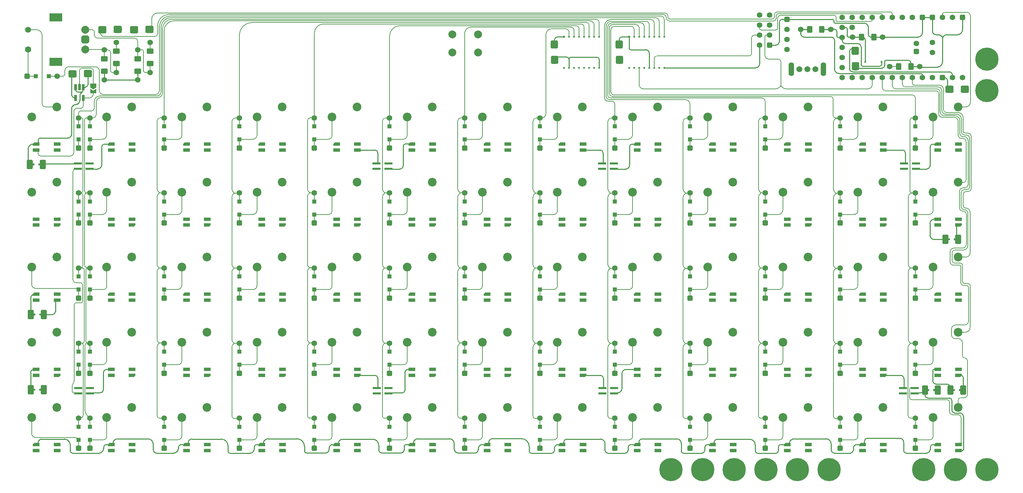
<source format=gbl>
G04 #@! TF.GenerationSoftware,KiCad,Pcbnew,9.0.2*
G04 #@! TF.CreationDate,2025-07-13T16:57:08+05:30*
G04 #@! TF.ProjectId,pcb,7063622e-6b69-4636-9164-5f7063625858,rev?*
G04 #@! TF.SameCoordinates,Original*
G04 #@! TF.FileFunction,Copper,L2,Bot*
G04 #@! TF.FilePolarity,Positive*
%FSLAX46Y46*%
G04 Gerber Fmt 4.6, Leading zero omitted, Abs format (unit mm)*
G04 Created by KiCad (PCBNEW 9.0.2) date 2025-07-13 16:57:08*
%MOMM*%
%LPD*%
G01*
G04 APERTURE LIST*
G04 Aperture macros list*
%AMRoundRect*
0 Rectangle with rounded corners*
0 $1 Rounding radius*
0 $2 $3 $4 $5 $6 $7 $8 $9 X,Y pos of 4 corners*
0 Add a 4 corners polygon primitive as box body*
4,1,4,$2,$3,$4,$5,$6,$7,$8,$9,$2,$3,0*
0 Add four circle primitives for the rounded corners*
1,1,$1+$1,$2,$3*
1,1,$1+$1,$4,$5*
1,1,$1+$1,$6,$7*
1,1,$1+$1,$8,$9*
0 Add four rect primitives between the rounded corners*
20,1,$1+$1,$2,$3,$4,$5,0*
20,1,$1+$1,$4,$5,$6,$7,0*
20,1,$1+$1,$6,$7,$8,$9,0*
20,1,$1+$1,$8,$9,$2,$3,0*%
%AMOutline5P*
0 Free polygon, 5 corners , with rotation*
0 The origin of the aperture is its center*
0 number of corners: always 5*
0 $1 to $10 corner X, Y*
0 $11 Rotation angle, in degrees counterclockwise*
0 create outline with 5 corners*
4,1,5,$1,$2,$3,$4,$5,$6,$7,$8,$9,$10,$1,$2,$11*%
%AMOutline6P*
0 Free polygon, 6 corners , with rotation*
0 The origin of the aperture is its center*
0 number of corners: always 6*
0 $1 to $12 corner X, Y*
0 $13 Rotation angle, in degrees counterclockwise*
0 create outline with 6 corners*
4,1,6,$1,$2,$3,$4,$5,$6,$7,$8,$9,$10,$11,$12,$1,$2,$13*%
%AMOutline7P*
0 Free polygon, 7 corners , with rotation*
0 The origin of the aperture is its center*
0 number of corners: always 7*
0 $1 to $14 corner X, Y*
0 $15 Rotation angle, in degrees counterclockwise*
0 create outline with 7 corners*
4,1,7,$1,$2,$3,$4,$5,$6,$7,$8,$9,$10,$11,$12,$13,$14,$1,$2,$15*%
%AMOutline8P*
0 Free polygon, 8 corners , with rotation*
0 The origin of the aperture is its center*
0 number of corners: always 8*
0 $1 to $16 corner X, Y*
0 $17 Rotation angle, in degrees counterclockwise*
0 create outline with 8 corners*
4,1,8,$1,$2,$3,$4,$5,$6,$7,$8,$9,$10,$11,$12,$13,$14,$15,$16,$1,$2,$17*%
%AMFreePoly0*
4,1,6,1.000000,0.000000,0.500000,-0.750000,-0.500000,-0.750000,-0.500000,0.750000,0.500000,0.750000,1.000000,0.000000,1.000000,0.000000,$1*%
%AMFreePoly1*
4,1,6,0.500000,-0.750000,-0.650000,-0.750000,-0.150000,0.000000,-0.650000,0.750000,0.500000,0.750000,0.500000,-0.750000,0.500000,-0.750000,$1*%
G04 Aperture macros list end*
G04 #@! TA.AperFunction,ComponentPad*
%ADD10C,2.200000*%
G04 #@! TD*
G04 #@! TA.AperFunction,ComponentPad*
%ADD11R,3.200000X2.000000*%
G04 #@! TD*
G04 #@! TA.AperFunction,ComponentPad*
%ADD12C,2.000000*%
G04 #@! TD*
G04 #@! TA.AperFunction,ComponentPad*
%ADD13RoundRect,0.500000X0.500000X0.500000X-0.500000X0.500000X-0.500000X-0.500000X0.500000X-0.500000X0*%
G04 #@! TD*
G04 #@! TA.AperFunction,ComponentPad*
%ADD14C,1.600000*%
G04 #@! TD*
G04 #@! TA.AperFunction,ComponentPad*
%ADD15C,1.500000*%
G04 #@! TD*
G04 #@! TA.AperFunction,ComponentPad*
%ADD16O,1.400000X3.500000*%
G04 #@! TD*
G04 #@! TA.AperFunction,ComponentPad*
%ADD17C,0.500000*%
G04 #@! TD*
G04 #@! TA.AperFunction,ComponentPad*
%ADD18RoundRect,0.125000X-0.125000X0.125000X-0.125000X-0.125000X0.125000X-0.125000X0.125000X0.125000X0*%
G04 #@! TD*
G04 #@! TA.AperFunction,WasherPad*
%ADD19C,5.875000*%
G04 #@! TD*
G04 #@! TA.AperFunction,ComponentPad*
%ADD20C,1.397000*%
G04 #@! TD*
G04 #@! TA.AperFunction,ComponentPad*
%ADD21RoundRect,0.349250X0.349250X-0.349250X0.349250X0.349250X-0.349250X0.349250X-0.349250X-0.349250X0*%
G04 #@! TD*
G04 #@! TA.AperFunction,ComponentPad*
%ADD22RoundRect,0.349250X-0.349250X0.349250X-0.349250X-0.349250X0.349250X-0.349250X0.349250X0.349250X0*%
G04 #@! TD*
G04 #@! TA.AperFunction,ComponentPad*
%ADD23RoundRect,0.349250X-0.349250X-0.349250X0.349250X-0.349250X0.349250X0.349250X-0.349250X0.349250X0*%
G04 #@! TD*
G04 #@! TA.AperFunction,ComponentPad*
%ADD24RoundRect,0.347750X0.347750X-0.347750X0.347750X0.347750X-0.347750X0.347750X-0.347750X-0.347750X0*%
G04 #@! TD*
G04 #@! TA.AperFunction,SMDPad,CuDef*
%ADD25RoundRect,0.250000X0.300000X-0.300000X0.300000X0.300000X-0.300000X0.300000X-0.300000X-0.300000X0*%
G04 #@! TD*
G04 #@! TA.AperFunction,ComponentPad*
%ADD26C,1.391000*%
G04 #@! TD*
G04 #@! TA.AperFunction,ComponentPad*
%ADD27RoundRect,0.347750X-0.347750X-0.347750X0.347750X-0.347750X0.347750X0.347750X-0.347750X0.347750X0*%
G04 #@! TD*
G04 #@! TA.AperFunction,SMDPad,CuDef*
%ADD28RoundRect,0.250000X-0.300000X-0.300000X0.300000X-0.300000X0.300000X0.300000X-0.300000X0.300000X0*%
G04 #@! TD*
G04 #@! TA.AperFunction,SMDPad,CuDef*
%ADD29R,1.670000X0.820000*%
G04 #@! TD*
G04 #@! TA.AperFunction,ComponentPad*
%ADD30RoundRect,0.125000X-0.125000X-0.125000X0.125000X-0.125000X0.125000X0.125000X-0.125000X0.125000X0*%
G04 #@! TD*
G04 #@! TA.AperFunction,SMDPad,CuDef*
%ADD31Outline5P,-0.835000X0.410000X0.835000X0.410000X0.835000X-0.082000X0.507000X-0.410000X-0.835000X-0.410000X0.000000*%
G04 #@! TD*
G04 #@! TA.AperFunction,SMDPad,CuDef*
%ADD32RoundRect,0.250001X0.499999X0.924999X-0.499999X0.924999X-0.499999X-0.924999X0.499999X-0.924999X0*%
G04 #@! TD*
G04 #@! TA.AperFunction,ComponentPad*
%ADD33RoundRect,0.125000X0.125000X0.125000X-0.125000X0.125000X-0.125000X-0.125000X0.125000X-0.125000X0*%
G04 #@! TD*
G04 #@! TA.AperFunction,ComponentPad*
%ADD34RoundRect,0.250000X-0.250000X-0.250000X0.250000X-0.250000X0.250000X0.250000X-0.250000X0.250000X0*%
G04 #@! TD*
G04 #@! TA.AperFunction,SMDPad,CuDef*
%ADD35RoundRect,0.339622X-0.710378X-0.560378X0.710378X-0.560378X0.710378X0.560378X-0.710378X0.560378X0*%
G04 #@! TD*
G04 #@! TA.AperFunction,ComponentPad*
%ADD36C,1.000000*%
G04 #@! TD*
G04 #@! TA.AperFunction,SMDPad,CuDef*
%ADD37Outline5P,-0.835000X0.410000X0.835000X0.410000X0.835000X-0.082000X0.507000X-0.410000X-0.835000X-0.410000X180.000000*%
G04 #@! TD*
G04 #@! TA.AperFunction,SMDPad,CuDef*
%ADD38R,2.000000X0.600000*%
G04 #@! TD*
G04 #@! TA.AperFunction,SMDPad,CuDef*
%ADD39R,0.650000X1.560000*%
G04 #@! TD*
G04 #@! TA.AperFunction,SMDPad,CuDef*
%ADD40RoundRect,0.250001X-0.499999X-0.924999X0.499999X-0.924999X0.499999X0.924999X-0.499999X0.924999X0*%
G04 #@! TD*
G04 #@! TA.AperFunction,SMDPad,CuDef*
%ADD41RoundRect,0.250000X0.625000X-0.400000X0.625000X0.400000X-0.625000X0.400000X-0.625000X-0.400000X0*%
G04 #@! TD*
G04 #@! TA.AperFunction,SMDPad,CuDef*
%ADD42FreePoly0,270.000000*%
G04 #@! TD*
G04 #@! TA.AperFunction,SMDPad,CuDef*
%ADD43FreePoly1,270.000000*%
G04 #@! TD*
G04 #@! TA.AperFunction,SMDPad,CuDef*
%ADD44RoundRect,0.250000X-0.400000X-0.625000X0.400000X-0.625000X0.400000X0.625000X-0.400000X0.625000X0*%
G04 #@! TD*
G04 #@! TA.AperFunction,ComponentPad*
%ADD45RoundRect,0.250000X-0.250000X0.250000X-0.250000X-0.250000X0.250000X-0.250000X0.250000X0.250000X0*%
G04 #@! TD*
G04 #@! TA.AperFunction,SMDPad,CuDef*
%ADD46RoundRect,0.339622X-0.560378X0.710378X-0.560378X-0.710378X0.560378X-0.710378X0.560378X0.710378X0*%
G04 #@! TD*
G04 #@! TA.AperFunction,ComponentPad*
%ADD47RoundRect,0.250000X0.250000X-0.250000X0.250000X0.250000X-0.250000X0.250000X-0.250000X-0.250000X0*%
G04 #@! TD*
G04 #@! TA.AperFunction,SMDPad,CuDef*
%ADD48RoundRect,0.339622X0.560378X-0.710378X0.560378X0.710378X-0.560378X0.710378X-0.560378X-0.710378X0*%
G04 #@! TD*
G04 #@! TA.AperFunction,ComponentPad*
%ADD49RoundRect,0.250000X0.250000X0.250000X-0.250000X0.250000X-0.250000X-0.250000X0.250000X-0.250000X0*%
G04 #@! TD*
G04 #@! TA.AperFunction,SMDPad,CuDef*
%ADD50RoundRect,0.339622X0.710378X0.560378X-0.710378X0.560378X-0.710378X-0.560378X0.710378X-0.560378X0*%
G04 #@! TD*
G04 #@! TA.AperFunction,Conductor*
%ADD51C,0.200000*%
G04 #@! TD*
G04 #@! TA.AperFunction,Conductor*
%ADD52C,0.250000*%
G04 #@! TD*
G04 APERTURE END LIST*
D10*
X53665000Y-62000000D03*
X47315000Y-64540000D03*
X53665000Y-81025000D03*
X47315000Y-83565000D03*
X53665000Y-100050000D03*
X47315000Y-102590000D03*
X53665000Y-119075000D03*
X47315000Y-121615000D03*
X53665000Y-138100000D03*
X47315000Y-140640000D03*
X72690000Y-62000000D03*
X66340000Y-64540000D03*
X72690000Y-81025000D03*
X66340000Y-83565000D03*
X72690000Y-100050000D03*
X66340000Y-102590000D03*
X72690000Y-119075000D03*
X66340000Y-121615000D03*
X72690000Y-138100000D03*
X66340000Y-140640000D03*
X91715000Y-62000000D03*
X85365000Y-64540000D03*
X91715000Y-100050000D03*
X85365000Y-102590000D03*
X91715000Y-119075000D03*
X85365000Y-121615000D03*
X91715000Y-138100000D03*
X85365000Y-140640000D03*
X110740000Y-62000000D03*
X104390000Y-64540000D03*
X110740000Y-81025000D03*
X104390000Y-83565000D03*
X110740000Y-100050000D03*
X104390000Y-102590000D03*
X110740000Y-119075000D03*
X104390000Y-121615000D03*
X110740000Y-138100000D03*
X104390000Y-140640000D03*
X129765000Y-62000000D03*
X123415000Y-64540000D03*
X129765000Y-81025000D03*
X123415000Y-83565000D03*
X129765000Y-100050000D03*
X123415000Y-102590000D03*
X129765000Y-119075000D03*
X123415000Y-121615000D03*
X129765000Y-138100000D03*
X123415000Y-140640000D03*
X148790000Y-62000000D03*
X142440000Y-64540000D03*
X148790000Y-81025000D03*
X142440000Y-83565000D03*
X148790000Y-100050000D03*
X142440000Y-102590000D03*
X148790000Y-119075000D03*
X142440000Y-121615000D03*
X148790000Y-138100000D03*
X142440000Y-140640000D03*
X167815000Y-62000000D03*
X161465000Y-64540000D03*
X167815000Y-81025000D03*
X161465000Y-83565000D03*
X167815000Y-100050000D03*
X161465000Y-102590000D03*
X167815000Y-119075000D03*
X161465000Y-121615000D03*
X167815000Y-138100000D03*
X161465000Y-140640000D03*
X186840000Y-62000000D03*
X180490000Y-64540000D03*
X186840000Y-81025000D03*
X180490000Y-83565000D03*
X186840000Y-100050000D03*
X180490000Y-102590000D03*
X186840000Y-119075000D03*
X180490000Y-121615000D03*
X186840000Y-138100000D03*
X180490000Y-140640000D03*
X205865000Y-62000000D03*
X199515000Y-64540000D03*
X205865000Y-81025000D03*
X199515000Y-83565000D03*
X205865000Y-100050000D03*
X199515000Y-102590000D03*
X205865000Y-119075000D03*
X199515000Y-121615000D03*
X205865000Y-138100000D03*
X199515000Y-140640000D03*
X224890000Y-62000000D03*
X218540000Y-64540000D03*
X224890000Y-81025000D03*
X218540000Y-83565000D03*
X224890000Y-100050000D03*
X218540000Y-102590000D03*
X224890000Y-119075000D03*
X218540000Y-121615000D03*
X224890000Y-138100000D03*
X218540000Y-140640000D03*
X243915000Y-62000000D03*
X237565000Y-64540000D03*
X243915000Y-81025000D03*
X237565000Y-83565000D03*
X243915000Y-100050000D03*
X237565000Y-102590000D03*
X243915000Y-119075000D03*
X237565000Y-121615000D03*
X243915000Y-138100000D03*
X237565000Y-140640000D03*
X262940000Y-62000000D03*
X256590000Y-64540000D03*
X262940000Y-81025000D03*
X256590000Y-83565000D03*
X262940000Y-100050000D03*
X256590000Y-102590000D03*
X262940000Y-119075000D03*
X256590000Y-121615000D03*
X262940000Y-138100000D03*
X256590000Y-140640000D03*
X34640000Y-81025000D03*
X28290000Y-83565000D03*
X34640000Y-100050000D03*
X28290000Y-102590000D03*
X34640000Y-119075000D03*
X28290000Y-121615000D03*
X34640000Y-138100000D03*
X28290000Y-140640000D03*
D11*
X34410000Y-50542000D03*
X34410000Y-39342000D03*
D12*
X41910000Y-47442000D03*
X41910000Y-42442000D03*
D13*
X41910000Y-44942000D03*
D14*
X27410000Y-47442000D03*
D15*
X27410000Y-42442000D03*
D10*
X34640000Y-62000000D03*
X28290000Y-64540000D03*
D12*
X141360000Y-48180000D03*
X134860000Y-48180000D03*
X141360000Y-43680000D03*
X134860000Y-43680000D03*
D16*
X228852500Y-52450000D03*
X220652500Y-52450000D03*
D15*
X226752500Y-52450000D03*
X224752500Y-52450000D03*
X222752500Y-52450000D03*
D17*
X188508690Y-44265000D03*
X187228690Y-44265000D03*
X185968690Y-44265000D03*
X184698690Y-44265000D03*
X183418690Y-44265000D03*
X182148690Y-44265000D03*
X180888690Y-44265000D03*
D18*
X179608690Y-44265000D03*
D17*
X179608690Y-52065000D03*
X180888690Y-52065000D03*
X182148690Y-52065000D03*
X183418690Y-52065000D03*
X184698690Y-52065000D03*
X185968690Y-52065000D03*
X187228690Y-52065000D03*
X188508690Y-52065000D03*
D19*
X190240000Y-153890000D03*
X198240000Y-153890000D03*
X206240000Y-153890000D03*
X214240000Y-153890000D03*
X222240000Y-153890000D03*
X230240000Y-153890000D03*
X254240000Y-153890000D03*
X262240000Y-153890000D03*
X270240000Y-49890000D03*
X270240000Y-57890000D03*
X270240000Y-153890000D03*
D17*
X172045000Y-44265000D03*
X170765000Y-44265000D03*
X169505000Y-44265000D03*
X168235000Y-44265000D03*
X166955000Y-44265000D03*
X165685000Y-44265000D03*
X164425000Y-44265000D03*
D18*
X163145000Y-44265000D03*
D17*
X163145000Y-52065000D03*
X164425000Y-52065000D03*
X165685000Y-52065000D03*
X166955000Y-52065000D03*
X168235000Y-52065000D03*
X169505000Y-52065000D03*
X170765000Y-52065000D03*
X172045000Y-52065000D03*
D20*
X219630000Y-47410000D03*
X219630000Y-44870000D03*
X219630000Y-42330000D03*
D21*
X219630000Y-39790000D03*
D20*
X261510000Y-39360000D03*
X258970000Y-39360000D03*
D22*
X256430000Y-39360000D03*
X253890000Y-39360000D03*
D20*
X251350000Y-39360000D03*
X248810000Y-39360000D03*
X246270000Y-39360000D03*
X243730000Y-39360000D03*
X241190000Y-39360000D03*
X238650000Y-39360000D03*
X236110000Y-39360000D03*
X233570000Y-39360000D03*
X261510000Y-54600000D03*
D22*
X258970000Y-54600000D03*
D20*
X256430000Y-54600000D03*
X253890000Y-54600000D03*
X251350000Y-54600000D03*
X248810000Y-54600000D03*
X246270000Y-54600000D03*
X243730000Y-54600000D03*
X241190000Y-54600000D03*
X238650000Y-54600000D03*
X236110000Y-54600000D03*
X233570000Y-54600000D03*
X233570000Y-41900000D03*
X233570000Y-44440000D03*
X233570000Y-46980000D03*
X233570000Y-49520000D03*
X233570000Y-52060000D03*
X264050000Y-54600000D03*
D22*
X264050000Y-39360000D03*
D20*
X256430000Y-45710000D03*
X256430000Y-48250000D03*
X236110000Y-41900000D03*
D17*
X239437500Y-50610000D03*
X243557500Y-50610000D03*
D20*
X215190000Y-38730000D03*
X212650000Y-38730000D03*
X215190000Y-41270000D03*
X212650000Y-41270000D03*
X215190000Y-43810000D03*
X212650000Y-43810000D03*
D23*
X215190000Y-46350000D03*
D20*
X212650000Y-46350000D03*
D10*
X91715000Y-81025000D03*
X85365000Y-83565000D03*
D20*
X252320000Y-45920000D03*
D22*
X252320000Y-47920000D03*
D24*
X40160500Y-72390000D03*
D25*
X40160500Y-70230000D03*
X40160500Y-66930000D03*
D26*
X40160500Y-64770000D03*
D24*
X43035500Y-91415000D03*
D25*
X43035500Y-89255000D03*
X43035500Y-85955000D03*
D26*
X43035500Y-83795000D03*
D24*
X43035500Y-110440000D03*
D25*
X43035500Y-108280000D03*
X43035500Y-104980000D03*
D26*
X43035500Y-102820000D03*
D24*
X43035500Y-129465000D03*
D25*
X43035500Y-127305000D03*
X43035500Y-124005000D03*
D26*
X43035500Y-121845000D03*
D24*
X43035500Y-148490000D03*
D25*
X43035500Y-146330000D03*
X43035500Y-143030000D03*
D26*
X43035500Y-140870000D03*
D24*
X43035500Y-72390000D03*
D25*
X43035500Y-70230000D03*
X43035500Y-66930000D03*
D26*
X43035500Y-64770000D03*
D24*
X61860500Y-91415000D03*
D25*
X61860500Y-89255000D03*
X61860500Y-85955000D03*
D26*
X61860500Y-83795000D03*
D24*
X61860500Y-110440000D03*
D25*
X61860500Y-108280000D03*
X61860500Y-104980000D03*
D26*
X61860500Y-102820000D03*
D24*
X61860500Y-129465000D03*
D25*
X61860500Y-127305000D03*
X61860500Y-124005000D03*
D26*
X61860500Y-121845000D03*
D24*
X61860500Y-148490000D03*
D25*
X61860500Y-146330000D03*
X61860500Y-143030000D03*
D26*
X61860500Y-140870000D03*
D24*
X61860500Y-72390000D03*
D25*
X61860500Y-70230000D03*
X61860500Y-66930000D03*
D26*
X61860500Y-64770000D03*
D24*
X80885500Y-91415000D03*
D25*
X80885500Y-89255000D03*
X80885500Y-85955000D03*
D26*
X80885500Y-83795000D03*
D24*
X80885500Y-110440000D03*
D25*
X80885500Y-108280000D03*
X80885500Y-104980000D03*
D26*
X80885500Y-102820000D03*
D24*
X80885500Y-129465000D03*
D25*
X80885500Y-127305000D03*
X80885500Y-124005000D03*
D26*
X80885500Y-121845000D03*
D24*
X80885500Y-148490000D03*
D25*
X80885500Y-146330000D03*
X80885500Y-143030000D03*
D26*
X80885500Y-140870000D03*
D24*
X80885500Y-72390000D03*
D25*
X80885500Y-70230000D03*
X80885500Y-66930000D03*
D26*
X80885500Y-64770000D03*
D24*
X99910500Y-91415000D03*
D25*
X99910500Y-89255000D03*
X99910500Y-85955000D03*
D26*
X99910500Y-83795000D03*
D24*
X99910500Y-110440000D03*
D25*
X99910500Y-108280000D03*
X99910500Y-104980000D03*
D26*
X99910500Y-102820000D03*
D24*
X99910500Y-129465000D03*
D25*
X99910500Y-127305000D03*
X99910500Y-124005000D03*
D26*
X99910500Y-121845000D03*
D24*
X99910500Y-148490000D03*
D25*
X99910500Y-146330000D03*
X99910500Y-143030000D03*
D26*
X99910500Y-140870000D03*
D24*
X99910500Y-72390000D03*
D25*
X99910500Y-70230000D03*
X99910500Y-66930000D03*
D26*
X99910500Y-64770000D03*
D24*
X118935500Y-91415000D03*
D25*
X118935500Y-89255000D03*
X118935500Y-85955000D03*
D26*
X118935500Y-83795000D03*
D24*
X118935500Y-110440000D03*
D25*
X118935500Y-108280000D03*
X118935500Y-104980000D03*
D26*
X118935500Y-102820000D03*
D24*
X118935500Y-129465000D03*
D25*
X118935500Y-127305000D03*
X118935500Y-124005000D03*
D26*
X118935500Y-121845000D03*
D24*
X118935500Y-148490000D03*
D25*
X118935500Y-146330000D03*
X118935500Y-143030000D03*
D26*
X118935500Y-140870000D03*
D24*
X118935500Y-72390000D03*
D25*
X118935500Y-70230000D03*
X118935500Y-66930000D03*
D26*
X118935500Y-64770000D03*
D24*
X137960500Y-91415000D03*
D25*
X137960500Y-89255000D03*
X137960500Y-85955000D03*
D26*
X137960500Y-83795000D03*
D24*
X137960500Y-110440000D03*
D25*
X137960500Y-108280000D03*
X137960500Y-104980000D03*
D26*
X137960500Y-102820000D03*
D24*
X137960500Y-129465000D03*
D25*
X137960500Y-127305000D03*
X137960500Y-124005000D03*
D26*
X137960500Y-121845000D03*
D24*
X137960500Y-148490000D03*
D25*
X137960500Y-146330000D03*
X137960500Y-143030000D03*
D26*
X137960500Y-140870000D03*
D24*
X137960500Y-72390000D03*
D25*
X137960500Y-70230000D03*
X137960500Y-66930000D03*
D26*
X137960500Y-64770000D03*
D24*
X156985500Y-91415000D03*
D25*
X156985500Y-89255000D03*
X156985500Y-85955000D03*
D26*
X156985500Y-83795000D03*
D24*
X156985500Y-110440000D03*
D25*
X156985500Y-108280000D03*
X156985500Y-104980000D03*
D26*
X156985500Y-102820000D03*
D24*
X156985500Y-129465000D03*
D25*
X156985500Y-127305000D03*
X156985500Y-124005000D03*
D26*
X156985500Y-121845000D03*
D24*
X156985500Y-148490000D03*
D25*
X156985500Y-146330000D03*
X156985500Y-143030000D03*
D26*
X156985500Y-140870000D03*
D24*
X156985500Y-72390000D03*
D25*
X156985500Y-70230000D03*
X156985500Y-66930000D03*
D26*
X156985500Y-64770000D03*
D24*
X176010500Y-91415000D03*
D25*
X176010500Y-89255000D03*
X176010500Y-85955000D03*
D26*
X176010500Y-83795000D03*
D24*
X176010500Y-110440000D03*
D25*
X176010500Y-108280000D03*
X176010500Y-104980000D03*
D26*
X176010500Y-102820000D03*
D24*
X176010500Y-129465000D03*
D25*
X176010500Y-127305000D03*
X176010500Y-124005000D03*
D26*
X176010500Y-121845000D03*
D24*
X176010500Y-148490000D03*
D25*
X176010500Y-146330000D03*
X176010500Y-143030000D03*
D26*
X176010500Y-140870000D03*
D24*
X176010500Y-72390000D03*
D25*
X176010500Y-70230000D03*
X176010500Y-66930000D03*
D26*
X176010500Y-64770000D03*
D24*
X195035500Y-91415000D03*
D25*
X195035500Y-89255000D03*
X195035500Y-85955000D03*
D26*
X195035500Y-83795000D03*
D24*
X195035500Y-110440000D03*
D25*
X195035500Y-108280000D03*
X195035500Y-104980000D03*
D26*
X195035500Y-102820000D03*
D24*
X195035500Y-129465000D03*
D25*
X195035500Y-127305000D03*
X195035500Y-124005000D03*
D26*
X195035500Y-121845000D03*
D24*
X195035500Y-148490000D03*
D25*
X195035500Y-146330000D03*
X195035500Y-143030000D03*
D26*
X195035500Y-140870000D03*
D24*
X195035500Y-72390000D03*
D25*
X195035500Y-70230000D03*
X195035500Y-66930000D03*
D26*
X195035500Y-64770000D03*
D24*
X214060500Y-91415000D03*
D25*
X214060500Y-89255000D03*
X214060500Y-85955000D03*
D26*
X214060500Y-83795000D03*
D24*
X214060500Y-110440000D03*
D25*
X214060500Y-108280000D03*
X214060500Y-104980000D03*
D26*
X214060500Y-102820000D03*
D24*
X214060500Y-129465000D03*
D25*
X214060500Y-127305000D03*
X214060500Y-124005000D03*
D26*
X214060500Y-121845000D03*
D24*
X214060500Y-148490000D03*
D25*
X214060500Y-146330000D03*
X214060500Y-143030000D03*
D26*
X214060500Y-140870000D03*
D24*
X214060500Y-72390000D03*
D25*
X214060500Y-70230000D03*
X214060500Y-66930000D03*
D26*
X214060500Y-64770000D03*
D24*
X233085500Y-91415000D03*
D25*
X233085500Y-89255000D03*
X233085500Y-85955000D03*
D26*
X233085500Y-83795000D03*
D24*
X233085500Y-110440000D03*
D25*
X233085500Y-108280000D03*
X233085500Y-104980000D03*
D26*
X233085500Y-102820000D03*
D24*
X233085500Y-129465000D03*
D25*
X233085500Y-127305000D03*
X233085500Y-124005000D03*
D26*
X233085500Y-121845000D03*
D24*
X233085500Y-148490000D03*
D25*
X233085500Y-146330000D03*
X233085500Y-143030000D03*
D26*
X233085500Y-140870000D03*
D24*
X233085500Y-72390000D03*
D25*
X233085500Y-70230000D03*
X233085500Y-66930000D03*
D26*
X233085500Y-64770000D03*
D24*
X252110500Y-91415000D03*
D25*
X252110500Y-89255000D03*
X252110500Y-85955000D03*
D26*
X252110500Y-83795000D03*
D24*
X252110500Y-110440000D03*
D25*
X252110500Y-108280000D03*
X252110500Y-104980000D03*
D26*
X252110500Y-102820000D03*
D24*
X252110500Y-129465000D03*
D25*
X252110500Y-127305000D03*
X252110500Y-124005000D03*
D26*
X252110500Y-121845000D03*
D24*
X252110500Y-148490000D03*
D25*
X252110500Y-146330000D03*
X252110500Y-143030000D03*
D26*
X252110500Y-140870000D03*
D24*
X252110500Y-72390000D03*
D25*
X252110500Y-70230000D03*
X252110500Y-66930000D03*
D26*
X252110500Y-64770000D03*
D24*
X40160500Y-129465000D03*
D25*
X40160500Y-127305000D03*
X40160500Y-124005000D03*
D26*
X40160500Y-121845000D03*
D24*
X40160500Y-148490000D03*
D25*
X40160500Y-146330000D03*
X40160500Y-143030000D03*
D26*
X40160500Y-140870000D03*
D27*
X27150000Y-54260000D03*
D28*
X29310000Y-54260000D03*
X32610000Y-54260000D03*
D26*
X34770000Y-54260000D03*
D24*
X40160500Y-110440000D03*
D25*
X40160500Y-108280000D03*
X40160500Y-104980000D03*
D26*
X40160500Y-102820000D03*
D29*
X181665000Y-128485000D03*
D17*
X182150000Y-128485000D03*
D29*
X181665000Y-129985000D03*
D17*
X182150000Y-129985000D03*
D30*
X186450000Y-129985000D03*
D31*
X186935000Y-129985000D03*
D17*
X186450000Y-128485000D03*
D29*
X186935000Y-128485000D03*
D32*
X31095000Y-76560000D03*
D17*
X30190000Y-76560000D03*
D33*
X28750000Y-76560000D03*
D32*
X27845000Y-76560000D03*
D34*
X53690000Y-42390000D03*
D35*
X54240000Y-42415000D03*
X58140000Y-42365000D03*
D36*
X58690000Y-42390000D03*
D29*
X53760000Y-110960000D03*
D17*
X53275000Y-110960000D03*
D29*
X53760000Y-109460000D03*
D17*
X53275000Y-109460000D03*
D33*
X48975000Y-109460000D03*
D37*
X48490000Y-109460000D03*
D17*
X48975000Y-110960000D03*
D29*
X48490000Y-110960000D03*
X34735000Y-149010000D03*
D17*
X34250000Y-149010000D03*
D29*
X34735000Y-147510000D03*
D17*
X34250000Y-147510000D03*
D33*
X29950000Y-147510000D03*
D37*
X29465000Y-147510000D03*
D17*
X29950000Y-149010000D03*
D29*
X29465000Y-149010000D03*
X200690000Y-128485000D03*
D17*
X201175000Y-128485000D03*
D29*
X200690000Y-129985000D03*
D17*
X201175000Y-129985000D03*
D30*
X205475000Y-129985000D03*
D31*
X205960000Y-129985000D03*
D17*
X205475000Y-128485000D03*
D29*
X205960000Y-128485000D03*
X124590000Y-128485000D03*
D17*
X125075000Y-128485000D03*
D29*
X124590000Y-129985000D03*
D17*
X125075000Y-129985000D03*
D30*
X129375000Y-129985000D03*
D31*
X129860000Y-129985000D03*
D17*
X129375000Y-128485000D03*
D29*
X129860000Y-128485000D03*
X110835000Y-110960000D03*
D17*
X110350000Y-110960000D03*
D29*
X110835000Y-109460000D03*
D17*
X110350000Y-109460000D03*
D33*
X106050000Y-109460000D03*
D37*
X105565000Y-109460000D03*
D17*
X106050000Y-110960000D03*
D29*
X105565000Y-110960000D03*
X53760000Y-72910000D03*
D17*
X53275000Y-72910000D03*
D29*
X53760000Y-71410000D03*
D17*
X53275000Y-71410000D03*
D33*
X48975000Y-71410000D03*
D37*
X48490000Y-71410000D03*
D17*
X48975000Y-72910000D03*
D29*
X48490000Y-72910000D03*
D38*
X248930000Y-134550000D03*
D17*
X249630000Y-134550000D03*
D38*
X248930000Y-133250000D03*
D17*
X249630000Y-133250000D03*
X251230000Y-133250000D03*
D38*
X251930000Y-133250000D03*
X251930000Y-134550000D03*
D29*
X167910000Y-110960000D03*
D17*
X167425000Y-110960000D03*
D29*
X167910000Y-109460000D03*
D17*
X167425000Y-109460000D03*
D33*
X163125000Y-109460000D03*
D37*
X162640000Y-109460000D03*
D17*
X163125000Y-110960000D03*
D29*
X162640000Y-110960000D03*
D39*
X39450000Y-57040000D03*
D17*
X40400000Y-56260000D03*
D39*
X40400000Y-57040000D03*
X41350000Y-57040000D03*
X41350000Y-59740000D03*
X39450000Y-59740000D03*
D29*
X86540000Y-90435000D03*
D17*
X87025000Y-90435000D03*
D29*
X86540000Y-91935000D03*
D17*
X87025000Y-91935000D03*
D30*
X91325000Y-91935000D03*
D31*
X91810000Y-91935000D03*
D17*
X91325000Y-90435000D03*
D29*
X91810000Y-90435000D03*
D40*
X254525000Y-133730000D03*
D17*
X255430000Y-133730000D03*
D30*
X256870000Y-133730000D03*
D40*
X257775000Y-133730000D03*
D29*
X219715000Y-90435000D03*
D17*
X220200000Y-90435000D03*
D29*
X219715000Y-91935000D03*
D17*
X220200000Y-91935000D03*
D30*
X224500000Y-91935000D03*
D31*
X224985000Y-91935000D03*
D17*
X224500000Y-90435000D03*
D29*
X224985000Y-90435000D03*
D38*
X172830000Y-134550000D03*
D17*
X173530000Y-134550000D03*
D38*
X172830000Y-133250000D03*
D17*
X173530000Y-133250000D03*
X175130000Y-133250000D03*
D38*
X175830000Y-133250000D03*
X175830000Y-134550000D03*
D20*
X58260000Y-53250000D03*
D41*
X58260000Y-50990000D03*
X58260000Y-47890000D03*
D20*
X58260000Y-45630000D03*
D29*
X263034999Y-149010000D03*
D17*
X262549999Y-149010000D03*
D29*
X263034999Y-147510000D03*
D17*
X262549999Y-147510000D03*
D33*
X258249999Y-147510000D03*
D37*
X257764999Y-147510000D03*
D17*
X258249999Y-149010000D03*
D29*
X257764999Y-149010000D03*
X205960000Y-149010000D03*
D17*
X205475000Y-149010000D03*
D29*
X205960000Y-147510000D03*
D17*
X205475000Y-147510000D03*
D33*
X201175000Y-147510000D03*
D37*
X200690000Y-147510000D03*
D17*
X201175000Y-149010000D03*
D29*
X200690000Y-149010000D03*
X186935000Y-72910000D03*
D17*
X186450000Y-72910000D03*
D29*
X186935000Y-71410000D03*
D17*
X186450000Y-71410000D03*
D33*
X182150000Y-71410000D03*
D37*
X181665000Y-71410000D03*
D17*
X182150000Y-72910000D03*
D29*
X181665000Y-72910000D03*
D20*
X46660000Y-55190000D03*
D41*
X46660000Y-52930000D03*
X46660000Y-49830000D03*
D20*
X46660000Y-47570000D03*
D29*
X72785000Y-72910000D03*
D17*
X72300000Y-72910000D03*
D29*
X72785000Y-71410000D03*
D17*
X72300000Y-71410000D03*
D33*
X68000000Y-71410000D03*
D37*
X67515000Y-71410000D03*
D17*
X68000000Y-72910000D03*
D29*
X67515000Y-72910000D03*
X67515000Y-128485000D03*
D17*
X68000000Y-128485000D03*
D29*
X67515000Y-129985000D03*
D17*
X68000000Y-129985000D03*
D30*
X72300000Y-129985000D03*
D31*
X72785000Y-129985000D03*
D17*
X72300000Y-128485000D03*
D29*
X72785000Y-128485000D03*
X219715000Y-128485000D03*
D17*
X220200000Y-128485000D03*
D29*
X219715000Y-129985000D03*
D17*
X220200000Y-129985000D03*
D30*
X224500000Y-129985000D03*
D31*
X224985000Y-129985000D03*
D17*
X224500000Y-128485000D03*
D29*
X224985000Y-128485000D03*
X29465000Y-90435000D03*
D17*
X29950000Y-90435000D03*
D29*
X29465000Y-91935000D03*
D17*
X29950000Y-91935000D03*
D30*
X34250000Y-91935000D03*
D31*
X34735000Y-91935000D03*
D17*
X34250000Y-90435000D03*
D29*
X34735000Y-90435000D03*
X48490000Y-90435000D03*
D17*
X48975000Y-90435000D03*
D29*
X48490000Y-91935000D03*
D17*
X48975000Y-91935000D03*
D30*
X53275000Y-91935000D03*
D31*
X53760000Y-91935000D03*
D17*
X53275000Y-90435000D03*
D29*
X53760000Y-90435000D03*
X181665000Y-90435000D03*
D17*
X182150000Y-90435000D03*
D29*
X181665000Y-91935000D03*
D17*
X182150000Y-91935000D03*
D30*
X186450000Y-91935000D03*
D31*
X186935000Y-91935000D03*
D17*
X186450000Y-90435000D03*
D29*
X186935000Y-90435000D03*
X91810000Y-72910000D03*
D17*
X91325000Y-72910000D03*
D29*
X91810000Y-71410000D03*
D17*
X91325000Y-71410000D03*
D33*
X87025000Y-71410000D03*
D37*
X86540000Y-71410000D03*
D17*
X87025000Y-72910000D03*
D29*
X86540000Y-72910000D03*
D34*
X260200000Y-57540000D03*
D35*
X260750000Y-57565000D03*
X264650000Y-57515000D03*
D36*
X265200000Y-57540000D03*
D42*
X43900000Y-56560000D03*
D43*
X43900000Y-58010000D03*
D29*
X110835000Y-149010000D03*
D17*
X110350000Y-149010000D03*
D29*
X110835000Y-147510000D03*
D17*
X110350000Y-147510000D03*
D33*
X106050000Y-147510000D03*
D37*
X105565000Y-147510000D03*
D17*
X106050000Y-149010000D03*
D29*
X105565000Y-149010000D03*
X162640000Y-128485000D03*
D17*
X163125000Y-128485000D03*
D29*
X162640000Y-129985000D03*
D17*
X163125000Y-129985000D03*
D30*
X167425000Y-129985000D03*
D31*
X167910000Y-129985000D03*
D17*
X167425000Y-128485000D03*
D29*
X167910000Y-128485000D03*
D20*
X245620000Y-51800000D03*
D44*
X247880000Y-51800000D03*
X250980000Y-51800000D03*
D20*
X253240000Y-51800000D03*
D29*
X110835000Y-72910000D03*
D17*
X110350000Y-72910000D03*
D29*
X110835000Y-71410000D03*
D17*
X110350000Y-71410000D03*
D33*
X106050000Y-71410000D03*
D37*
X105565000Y-71410000D03*
D17*
X106050000Y-72910000D03*
D29*
X105565000Y-72910000D03*
D20*
X223070000Y-42340000D03*
D44*
X225330000Y-42340000D03*
X228430000Y-42340000D03*
D20*
X230690000Y-42340000D03*
D29*
X263034999Y-72910000D03*
D17*
X262549999Y-72910000D03*
D29*
X263034999Y-71410000D03*
D17*
X262549999Y-71410000D03*
D33*
X258249999Y-71410000D03*
D37*
X257764999Y-71410000D03*
D17*
X258249999Y-72910000D03*
D29*
X257764999Y-72910000D03*
X238739999Y-128485000D03*
D17*
X239224999Y-128485000D03*
D29*
X238739999Y-129985000D03*
D17*
X239224999Y-129985000D03*
D30*
X243524999Y-129985000D03*
D31*
X244009999Y-129985000D03*
D17*
X243524999Y-128485000D03*
D29*
X244009999Y-128485000D03*
X148885000Y-149010000D03*
D17*
X148400000Y-149010000D03*
D29*
X148885000Y-147510000D03*
D17*
X148400000Y-147510000D03*
D33*
X144100000Y-147510000D03*
D37*
X143615000Y-147510000D03*
D17*
X144100000Y-149010000D03*
D29*
X143615000Y-149010000D03*
X257764999Y-90435000D03*
D17*
X258249999Y-90435000D03*
D29*
X257764999Y-91935000D03*
D17*
X258249999Y-91935000D03*
D30*
X262549999Y-91935000D03*
D31*
X263034999Y-91935000D03*
D17*
X262549999Y-90435000D03*
D29*
X263034999Y-90435000D03*
X186935000Y-110960000D03*
D17*
X186450000Y-110960000D03*
D29*
X186935000Y-109460000D03*
D17*
X186450000Y-109460000D03*
D33*
X182150000Y-109460000D03*
D37*
X181665000Y-109460000D03*
D17*
X182150000Y-110960000D03*
D29*
X181665000Y-110960000D03*
X34735000Y-110960000D03*
D17*
X34250000Y-110960000D03*
D29*
X34735000Y-109460000D03*
D17*
X34250000Y-109460000D03*
D33*
X29950000Y-109460000D03*
D37*
X29465000Y-109460000D03*
D17*
X29950000Y-110960000D03*
D29*
X29465000Y-110960000D03*
D40*
X260985000Y-133730000D03*
D17*
X261890000Y-133730000D03*
D30*
X263330000Y-133730000D03*
D40*
X264235000Y-133730000D03*
D29*
X263034999Y-110960000D03*
D17*
X262549999Y-110960000D03*
D29*
X263034999Y-109460000D03*
D17*
X262549999Y-109460000D03*
D33*
X258249999Y-109460000D03*
D37*
X257764999Y-109460000D03*
D17*
X258249999Y-110960000D03*
D29*
X257764999Y-110960000D03*
X34735000Y-72910000D03*
D17*
X34250000Y-72910000D03*
D29*
X34735000Y-71410000D03*
D17*
X34250000Y-71410000D03*
D33*
X29950000Y-71410000D03*
D37*
X29465000Y-71410000D03*
D17*
X29950000Y-72910000D03*
D29*
X29465000Y-72910000D03*
X91810000Y-110960000D03*
D17*
X91325000Y-110960000D03*
D29*
X91810000Y-109460000D03*
D17*
X91325000Y-109460000D03*
D33*
X87025000Y-109460000D03*
D37*
X86540000Y-109460000D03*
D17*
X87025000Y-110960000D03*
D29*
X86540000Y-110960000D03*
X105565000Y-90435000D03*
D17*
X106050000Y-90435000D03*
D29*
X105565000Y-91935000D03*
D17*
X106050000Y-91935000D03*
D30*
X110350000Y-91935000D03*
D31*
X110835000Y-91935000D03*
D17*
X110350000Y-90435000D03*
D29*
X110835000Y-90435000D03*
X244009999Y-149010000D03*
D17*
X243524999Y-149010000D03*
D29*
X244009999Y-147510000D03*
D17*
X243524999Y-147510000D03*
D33*
X239224999Y-147510000D03*
D37*
X238739999Y-147510000D03*
D17*
X239224999Y-149010000D03*
D29*
X238739999Y-149010000D03*
X124590000Y-90435000D03*
D17*
X125075000Y-90435000D03*
D29*
X124590000Y-91935000D03*
D17*
X125075000Y-91935000D03*
D30*
X129375000Y-91935000D03*
D31*
X129860000Y-91935000D03*
D17*
X129375000Y-90435000D03*
D29*
X129860000Y-90435000D03*
D38*
X40090000Y-134550000D03*
D17*
X40790000Y-134550000D03*
D38*
X40090000Y-133250000D03*
D17*
X40790000Y-133250000D03*
X42390000Y-133250000D03*
D38*
X43090000Y-133250000D03*
X43090000Y-134550000D03*
D29*
X244009999Y-72910000D03*
D17*
X243524999Y-72910000D03*
D29*
X244009999Y-71410000D03*
D17*
X243524999Y-71410000D03*
D33*
X239224999Y-71410000D03*
D37*
X238739999Y-71410000D03*
D17*
X239224999Y-72910000D03*
D29*
X238739999Y-72910000D03*
X224985000Y-72910000D03*
D17*
X224500000Y-72910000D03*
D29*
X224985000Y-71410000D03*
D17*
X224500000Y-71410000D03*
D33*
X220200000Y-71410000D03*
D37*
X219715000Y-71410000D03*
D17*
X220200000Y-72910000D03*
D29*
X219715000Y-72910000D03*
D45*
X160698690Y-45665000D03*
D46*
X160673690Y-46215000D03*
X160723690Y-50115000D03*
D36*
X160698690Y-50665000D03*
D29*
X143615000Y-128485000D03*
D17*
X144100000Y-128485000D03*
D29*
X143615000Y-129985000D03*
D17*
X144100000Y-129985000D03*
D30*
X148400000Y-129985000D03*
D31*
X148885000Y-129985000D03*
D17*
X148400000Y-128485000D03*
D29*
X148885000Y-128485000D03*
X48490000Y-128485000D03*
D17*
X48975000Y-128485000D03*
D29*
X48490000Y-129985000D03*
D17*
X48975000Y-129985000D03*
D30*
X53275000Y-129985000D03*
D31*
X53760000Y-129985000D03*
D17*
X53275000Y-128485000D03*
D29*
X53760000Y-128485000D03*
X72785000Y-149010000D03*
D17*
X72300000Y-149010000D03*
D29*
X72785000Y-147510000D03*
D17*
X72300000Y-147510000D03*
D33*
X68000000Y-147510000D03*
D37*
X67515000Y-147510000D03*
D17*
X68000000Y-149010000D03*
D29*
X67515000Y-149010000D03*
D38*
X175760000Y-76350000D03*
D17*
X175060000Y-76350000D03*
D38*
X175760000Y-77650000D03*
D17*
X175060000Y-77650000D03*
X173460000Y-77650000D03*
D38*
X172760000Y-77650000D03*
X172760000Y-76350000D03*
X252260000Y-76350000D03*
D17*
X251560000Y-76350000D03*
D38*
X252260000Y-77650000D03*
D17*
X251560000Y-77650000D03*
X249960000Y-77650000D03*
D38*
X249260000Y-77650000D03*
X249260000Y-76350000D03*
D40*
X28095000Y-133650000D03*
D17*
X29000000Y-133650000D03*
D30*
X30440000Y-133650000D03*
D40*
X31345000Y-133650000D03*
D47*
X236910000Y-52240000D03*
D48*
X236935000Y-51690000D03*
X236885000Y-47790000D03*
D36*
X236910000Y-47240000D03*
D29*
X224985000Y-149010000D03*
D17*
X224500000Y-149010000D03*
D29*
X224985000Y-147510000D03*
D17*
X224500000Y-147510000D03*
D33*
X220200000Y-147510000D03*
D37*
X219715000Y-147510000D03*
D17*
X220200000Y-149010000D03*
D29*
X219715000Y-149010000D03*
X29465000Y-128485000D03*
D17*
X29950000Y-128485000D03*
D29*
X29465000Y-129985000D03*
D17*
X29950000Y-129985000D03*
D30*
X34250000Y-129985000D03*
D31*
X34735000Y-129985000D03*
D17*
X34250000Y-128485000D03*
D29*
X34735000Y-128485000D03*
D20*
X49710000Y-53250000D03*
D41*
X49710000Y-50990000D03*
X49710000Y-47890000D03*
D20*
X49710000Y-45630000D03*
D29*
X162640000Y-90435000D03*
D17*
X163125000Y-90435000D03*
D29*
X162640000Y-91935000D03*
D17*
X163125000Y-91935000D03*
D30*
X167425000Y-91935000D03*
D31*
X167910000Y-91935000D03*
D17*
X167425000Y-90435000D03*
D29*
X167910000Y-90435000D03*
X72785000Y-110960000D03*
D17*
X72300000Y-110960000D03*
D29*
X72785000Y-109460000D03*
D17*
X72300000Y-109460000D03*
D33*
X68000000Y-109460000D03*
D37*
X67515000Y-109460000D03*
D17*
X68000000Y-110960000D03*
D29*
X67515000Y-110960000D03*
X148885000Y-72910000D03*
D17*
X148400000Y-72910000D03*
D29*
X148885000Y-71410000D03*
D17*
X148400000Y-71410000D03*
D33*
X144100000Y-71410000D03*
D37*
X143615000Y-71410000D03*
D17*
X144100000Y-72910000D03*
D29*
X143615000Y-72910000D03*
X67515000Y-90435000D03*
D17*
X68000000Y-90435000D03*
D29*
X67515000Y-91935000D03*
D17*
X68000000Y-91935000D03*
D30*
X72300000Y-91935000D03*
D31*
X72785000Y-91935000D03*
D17*
X72300000Y-90435000D03*
D29*
X72785000Y-90435000D03*
D20*
X55150000Y-55190000D03*
D41*
X55150000Y-52930000D03*
X55150000Y-49830000D03*
D20*
X55150000Y-47570000D03*
X236210000Y-44300000D03*
D44*
X238470000Y-44300000D03*
X241570000Y-44300000D03*
D20*
X243830000Y-44300000D03*
D29*
X129860000Y-72910000D03*
D17*
X129375000Y-72910000D03*
D29*
X129860000Y-71410000D03*
D17*
X129375000Y-71410000D03*
D33*
X125075000Y-71410000D03*
D37*
X124590000Y-71410000D03*
D17*
X125075000Y-72910000D03*
D29*
X124590000Y-72910000D03*
X224985000Y-110960000D03*
D17*
X224500000Y-110960000D03*
D29*
X224985000Y-109460000D03*
D17*
X224500000Y-109460000D03*
D33*
X220200000Y-109460000D03*
D37*
X219715000Y-109460000D03*
D17*
X220200000Y-110960000D03*
D29*
X219715000Y-110960000D03*
X86540000Y-128485000D03*
D17*
X87025000Y-128485000D03*
D29*
X86540000Y-129985000D03*
D17*
X87025000Y-129985000D03*
D30*
X91325000Y-129985000D03*
D31*
X91810000Y-129985000D03*
D17*
X91325000Y-128485000D03*
D29*
X91810000Y-128485000D03*
D38*
X118647344Y-76350000D03*
D17*
X117947344Y-76350000D03*
D38*
X118647344Y-77650000D03*
D17*
X117947344Y-77650000D03*
X116347344Y-77650000D03*
D38*
X115647344Y-77650000D03*
X115647344Y-76350000D03*
D29*
X200690000Y-90435000D03*
D17*
X201175000Y-90435000D03*
D29*
X200690000Y-91935000D03*
D17*
X201175000Y-91935000D03*
D30*
X205475000Y-91935000D03*
D31*
X205960000Y-91935000D03*
D17*
X205475000Y-90435000D03*
D29*
X205960000Y-90435000D03*
D32*
X31365000Y-114620000D03*
D17*
X30460000Y-114620000D03*
D33*
X29020000Y-114620000D03*
D32*
X28115000Y-114620000D03*
D29*
X167910000Y-149010000D03*
D17*
X167425000Y-149010000D03*
D29*
X167910000Y-147510000D03*
D17*
X167425000Y-147510000D03*
D33*
X163125000Y-147510000D03*
D37*
X162640000Y-147510000D03*
D17*
X163125000Y-149010000D03*
D29*
X162640000Y-149010000D03*
X129860000Y-149010000D03*
D17*
X129375000Y-149010000D03*
D29*
X129860000Y-147510000D03*
D17*
X129375000Y-147510000D03*
D33*
X125075000Y-147510000D03*
D37*
X124590000Y-147510000D03*
D17*
X125075000Y-149010000D03*
D29*
X124590000Y-149010000D03*
D40*
X259720000Y-95580000D03*
D17*
X260625000Y-95580000D03*
D30*
X262065000Y-95580000D03*
D40*
X262970000Y-95580000D03*
D45*
X177138690Y-45665000D03*
D46*
X177113690Y-46215000D03*
X177163690Y-50115000D03*
D36*
X177138690Y-50665000D03*
D29*
X143615000Y-90435000D03*
D17*
X144100000Y-90435000D03*
D29*
X143615000Y-91935000D03*
D17*
X144100000Y-91935000D03*
D30*
X148400000Y-91935000D03*
D31*
X148885000Y-91935000D03*
D17*
X148400000Y-90435000D03*
D29*
X148885000Y-90435000D03*
D49*
X50650000Y-42390000D03*
D50*
X50100000Y-42365000D03*
X46200000Y-42415000D03*
D36*
X45650000Y-42390000D03*
D29*
X205960000Y-110960000D03*
D17*
X205475000Y-110960000D03*
D29*
X205960000Y-109460000D03*
D17*
X205475000Y-109460000D03*
D33*
X201175000Y-109460000D03*
D37*
X200690000Y-109460000D03*
D17*
X201175000Y-110960000D03*
D29*
X200690000Y-110960000D03*
X186935000Y-149010000D03*
D17*
X186450000Y-149010000D03*
D29*
X186935000Y-147510000D03*
D17*
X186450000Y-147510000D03*
D33*
X182150000Y-147510000D03*
D37*
X181665000Y-147510000D03*
D17*
X182150000Y-149010000D03*
D29*
X181665000Y-149010000D03*
X148885000Y-110960000D03*
D17*
X148400000Y-110960000D03*
D29*
X148885000Y-109460000D03*
D17*
X148400000Y-109460000D03*
D33*
X144100000Y-109460000D03*
D37*
X143615000Y-109460000D03*
D17*
X144100000Y-110960000D03*
D29*
X143615000Y-110960000D03*
D24*
X40160500Y-91415000D03*
D25*
X40160500Y-89255000D03*
X40160500Y-85955000D03*
D26*
X40160500Y-83795000D03*
D49*
X43070000Y-53580000D03*
D50*
X42520000Y-53555000D03*
X38620000Y-53605000D03*
D36*
X38070000Y-53580000D03*
D38*
X43010000Y-76350000D03*
D17*
X42310000Y-76350000D03*
D38*
X43010000Y-77650000D03*
D17*
X42310000Y-77650000D03*
X40710000Y-77650000D03*
D38*
X40010000Y-77650000D03*
X40010000Y-76350000D03*
D29*
X53760000Y-149010000D03*
D17*
X53275000Y-149010000D03*
D29*
X53760000Y-147510000D03*
D17*
X53275000Y-147510000D03*
D33*
X48975000Y-147510000D03*
D37*
X48490000Y-147510000D03*
D17*
X48975000Y-149010000D03*
D29*
X48490000Y-149010000D03*
X257764999Y-128485000D03*
D17*
X258249999Y-128485000D03*
D29*
X257764999Y-129985000D03*
D17*
X258249999Y-129985000D03*
D30*
X262549999Y-129985000D03*
D31*
X263034999Y-129985000D03*
D17*
X262549999Y-128485000D03*
D29*
X263034999Y-128485000D03*
X238739999Y-90435000D03*
D17*
X239224999Y-90435000D03*
D29*
X238739999Y-91935000D03*
D17*
X239224999Y-91935000D03*
D30*
X243524999Y-91935000D03*
D31*
X244009999Y-91935000D03*
D17*
X243524999Y-90435000D03*
D29*
X244009999Y-90435000D03*
D38*
X115670000Y-134550000D03*
D17*
X116370000Y-134550000D03*
D38*
X115670000Y-133250000D03*
D17*
X116370000Y-133250000D03*
X117970000Y-133250000D03*
D38*
X118670000Y-133250000D03*
X118670000Y-134550000D03*
D29*
X91810000Y-149010000D03*
D17*
X91325000Y-149010000D03*
D29*
X91810000Y-147510000D03*
D17*
X91325000Y-147510000D03*
D33*
X87025000Y-147510000D03*
D37*
X86540000Y-147510000D03*
D17*
X87025000Y-149010000D03*
D29*
X86540000Y-149010000D03*
X167910000Y-72910000D03*
D17*
X167425000Y-72910000D03*
D29*
X167910000Y-71410000D03*
D17*
X167425000Y-71410000D03*
D33*
X163125000Y-71410000D03*
D37*
X162640000Y-71410000D03*
D17*
X163125000Y-72910000D03*
D29*
X162640000Y-72910000D03*
X105565000Y-128485000D03*
D17*
X106050000Y-128485000D03*
D29*
X105565000Y-129985000D03*
D17*
X106050000Y-129985000D03*
D30*
X110350000Y-129985000D03*
D31*
X110835000Y-129985000D03*
D17*
X110350000Y-128485000D03*
D29*
X110835000Y-128485000D03*
X129860000Y-110960000D03*
D17*
X129375000Y-110960000D03*
D29*
X129860000Y-109460000D03*
D17*
X129375000Y-109460000D03*
D33*
X125075000Y-109460000D03*
D37*
X124590000Y-109460000D03*
D17*
X125075000Y-110960000D03*
D29*
X124590000Y-110960000D03*
X244009999Y-110960000D03*
D17*
X243524999Y-110960000D03*
D29*
X244009999Y-109460000D03*
D17*
X243524999Y-109460000D03*
D33*
X239224999Y-109460000D03*
D37*
X238739999Y-109460000D03*
D17*
X239224999Y-110960000D03*
D29*
X238739999Y-110960000D03*
X205960000Y-72910000D03*
D17*
X205475000Y-72910000D03*
D29*
X205960000Y-71410000D03*
D17*
X205475000Y-71410000D03*
D33*
X201175000Y-71410000D03*
D37*
X200690000Y-71410000D03*
D17*
X201175000Y-72910000D03*
D29*
X200690000Y-72910000D03*
D51*
X45497401Y-59250000D02*
X60035382Y-59250000D01*
X40160500Y-121845000D02*
X40160500Y-124005000D01*
X41390000Y-140050588D02*
X41390000Y-122348596D01*
X187228690Y-40404956D02*
X187228690Y-44265000D01*
X40160500Y-83795000D02*
X40160500Y-85955000D01*
X40737765Y-83795000D02*
X40160500Y-83795000D01*
X40160500Y-83795000D02*
X40754836Y-83795000D01*
X40688849Y-63050000D02*
X43278162Y-63050000D01*
X40934082Y-64770000D02*
X40160500Y-64770000D01*
X40160500Y-63578349D02*
X40160500Y-64770000D01*
X61060500Y-58224882D02*
X61060500Y-41891522D01*
X40160500Y-102820000D02*
X40678016Y-102820000D01*
X63552022Y-39400000D02*
X186223733Y-39400000D01*
X41310500Y-84367734D02*
X41310500Y-102187516D01*
X40160500Y-121845000D02*
X40886403Y-121845000D01*
X40535250Y-140870000D02*
X40570588Y-140870000D01*
X44200000Y-60547401D02*
X44200000Y-62128162D01*
X40160500Y-102820000D02*
X40160500Y-104980000D01*
X40160500Y-102820000D02*
X41210294Y-102820000D01*
X40160500Y-141244750D02*
X40160500Y-143030000D01*
X41310500Y-83239336D02*
X41310500Y-65146417D01*
X40160500Y-64770000D02*
X40160500Y-66930000D01*
X41620000Y-121375545D02*
X41620000Y-103229705D01*
X41150545Y-121845000D02*
X40160500Y-121845000D01*
X41200250Y-64880250D02*
G75*
G02*
X41310493Y-65146417I-266150J-266150D01*
G01*
X63552022Y-39400000D02*
G75*
G03*
X61790243Y-40129743I-22J-2491500D01*
G01*
X41310500Y-102187516D02*
G75*
G02*
X41125245Y-102634745I-632500J16D01*
G01*
X41150000Y-140630000D02*
G75*
G02*
X40570588Y-140869995I-579400J579400D01*
G01*
X41390000Y-140050588D02*
G75*
G02*
X41150003Y-140630003I-819400J-12D01*
G01*
X43930000Y-62780000D02*
G75*
G02*
X43278162Y-63049984I-651800J651800D01*
G01*
X60760250Y-58949750D02*
G75*
G02*
X60035382Y-59249993I-724850J724850D01*
G01*
X186934345Y-39694345D02*
G75*
G03*
X186223733Y-39399989I-710645J-710655D01*
G01*
X40535250Y-140870000D02*
G75*
G03*
X40160500Y-141244750I-50J-374700D01*
G01*
X44200000Y-62128162D02*
G75*
G02*
X43930011Y-62780011I-921800J-38D01*
G01*
X41500000Y-102940000D02*
G75*
G03*
X41210294Y-102820002I-289700J-289700D01*
G01*
X61060500Y-58224882D02*
G75*
G02*
X60760255Y-58949755I-1025100J-18D01*
G01*
X40315250Y-63204750D02*
G75*
G03*
X40160521Y-63578349I373550J-373550D01*
G01*
X41142750Y-83962750D02*
G75*
G02*
X41310486Y-84367734I-404950J-404950D01*
G01*
X41620000Y-121375545D02*
G75*
G02*
X41482487Y-121707487I-469500J45D01*
G01*
X41242500Y-121992500D02*
G75*
G02*
X41390001Y-122348596I-356100J-356100D01*
G01*
X41147750Y-83632250D02*
G75*
G02*
X40754836Y-83795015I-392950J392950D01*
G01*
X186934345Y-39694345D02*
G75*
G02*
X187228711Y-40404956I-710645J-710655D01*
G01*
X41310500Y-83239336D02*
G75*
G02*
X41147739Y-83632239I-555700J36D01*
G01*
X41142750Y-83962750D02*
G75*
G03*
X40737765Y-83795014I-404950J-404950D01*
G01*
X61790250Y-40129750D02*
G75*
G03*
X61060509Y-41891522I1761750J-1761750D01*
G01*
X41125250Y-102634750D02*
G75*
G02*
X40678016Y-102820007I-447250J447250D01*
G01*
X45497401Y-59250000D02*
G75*
G03*
X44580000Y-59630000I-1J-1297400D01*
G01*
X41500000Y-102940000D02*
G75*
G02*
X41619998Y-103229705I-289700J-289700D01*
G01*
X44580000Y-59630000D02*
G75*
G03*
X44200000Y-60547401I917400J-917400D01*
G01*
X41242500Y-121992500D02*
G75*
G03*
X40886403Y-121844999I-356100J-356100D01*
G01*
X41200250Y-64880250D02*
G75*
G03*
X40934082Y-64770007I-266150J-266150D01*
G01*
X41482500Y-121707500D02*
G75*
G02*
X41150545Y-121845019I-332000J332000D01*
G01*
X40688849Y-63050000D02*
G75*
G03*
X40315235Y-63204735I-49J-528300D01*
G01*
X41710500Y-84366027D02*
X41710500Y-101933158D01*
X43035500Y-102820000D02*
X43035500Y-104980000D01*
X43035500Y-83795000D02*
X43035500Y-85955000D01*
X41710500Y-83326399D02*
X41710500Y-65264207D01*
X43035500Y-121845000D02*
X42295000Y-121845000D01*
X45786690Y-59650000D02*
X60230529Y-59650000D01*
X44660000Y-60776690D02*
X44660000Y-63967659D01*
X43035500Y-64770000D02*
X43035500Y-66930000D01*
X41790000Y-122382738D02*
X41790000Y-138743798D01*
X43035500Y-102820000D02*
X42532132Y-102820000D01*
X42179100Y-83795000D02*
X43035500Y-83795000D01*
X42295000Y-121845000D02*
X42157500Y-121707500D01*
X43035500Y-121845000D02*
X43035500Y-124005000D01*
X43035500Y-102820000D02*
X42597341Y-102820000D01*
X171268266Y-39800000D02*
X63866667Y-39800000D01*
X42020000Y-103332132D02*
X42020000Y-121375545D01*
X61460500Y-42206167D02*
X61460500Y-58420029D01*
X42200000Y-121845000D02*
X42295000Y-121845000D01*
X43035500Y-141750701D02*
X43035500Y-143030000D01*
X42281527Y-83795000D02*
X43035500Y-83795000D01*
X172045000Y-40576733D02*
X172045000Y-44265000D01*
X42037824Y-121912175D02*
X41947500Y-122002500D01*
X43035500Y-64770000D02*
X43857659Y-64770000D01*
X42204707Y-64770000D02*
X43035500Y-64770000D01*
X42204707Y-64770000D02*
G75*
G03*
X41855248Y-64914748I-7J-494200D01*
G01*
X44990000Y-59980000D02*
G75*
G03*
X44659996Y-60776690I796700J-796700D01*
G01*
X62165250Y-40504750D02*
G75*
G03*
X61460486Y-42206167I1701450J-1701450D01*
G01*
X42412750Y-140247250D02*
G75*
G02*
X43035499Y-141750701I-1503450J-1503450D01*
G01*
X41877750Y-83962250D02*
G75*
G03*
X41710511Y-84366027I403750J-403750D01*
G01*
X44660000Y-63967659D02*
G75*
G02*
X44425032Y-64535032I-802400J-41D01*
G01*
X44425000Y-64535000D02*
G75*
G02*
X43857659Y-64769954I-567300J567400D01*
G01*
X45786690Y-59650000D02*
G75*
G03*
X44990003Y-59980003I10J-1126700D01*
G01*
X41710500Y-83326399D02*
G75*
G03*
X41847750Y-83657750I468600J-1D01*
G01*
X61460500Y-58420029D02*
G75*
G02*
X61100241Y-59289741I-1230000J29D01*
G01*
X41847750Y-83657750D02*
G75*
G03*
X42179100Y-83795000I331350J331350D01*
G01*
X42532132Y-102820000D02*
G75*
G03*
X42169991Y-102969991I-32J-512100D01*
G01*
X42020000Y-121375545D02*
G75*
G03*
X42157513Y-121707487I469500J45D01*
G01*
X63866667Y-39800000D02*
G75*
G03*
X62165260Y-40504760I33J-2406200D01*
G01*
X41947500Y-122002500D02*
G75*
G03*
X41790016Y-122382738I380200J-380200D01*
G01*
X42170000Y-102970000D02*
G75*
G03*
X42020013Y-103332132I362100J-362100D01*
G01*
X171817500Y-40027500D02*
G75*
G03*
X171268266Y-39800014I-549200J-549200D01*
G01*
X41855250Y-64914750D02*
G75*
G03*
X41710503Y-65264207I349450J-349450D01*
G01*
X42200000Y-121845000D02*
G75*
G03*
X42037814Y-121912165I0J-229400D01*
G01*
X61100250Y-59289750D02*
G75*
G02*
X60230529Y-59650012I-869750J869750D01*
G01*
X41790000Y-138743798D02*
G75*
G03*
X42412750Y-140247250I2126200J-2D01*
G01*
X42281527Y-83795000D02*
G75*
G03*
X41877742Y-83962242I-27J-571000D01*
G01*
X41710500Y-101933158D02*
G75*
G03*
X41970238Y-102560262I886800J-42D01*
G01*
X171817500Y-40027500D02*
G75*
G02*
X172044986Y-40576733I-549200J-549200D01*
G01*
X41970250Y-102560250D02*
G75*
G03*
X42597341Y-102819983I627050J627050D01*
G01*
X60600000Y-102790000D02*
X61850500Y-102790000D01*
X60879411Y-64740000D02*
X61850500Y-64740000D01*
X60623345Y-140840000D02*
X61850500Y-140840000D01*
X60655000Y-121815000D02*
X61850500Y-121815000D01*
X60060000Y-65559411D02*
X60060000Y-82715129D01*
X60675000Y-83765000D02*
X60367500Y-83457500D01*
X61860500Y-85955000D02*
X61860500Y-83795000D01*
X61860500Y-104980000D02*
X61860500Y-102820000D01*
X60600000Y-102790000D02*
X60330000Y-103060000D01*
X60600000Y-102790000D02*
X60330000Y-102520000D01*
X60060000Y-103711837D02*
X60060000Y-120866949D01*
X61860500Y-42674451D02*
X61860500Y-64770000D01*
X170765000Y-41284012D02*
X170765000Y-44265000D01*
X60357500Y-122112500D02*
X60655000Y-121815000D01*
X60675000Y-83765000D02*
X61850500Y-83765000D01*
X60060000Y-101868162D02*
X60060000Y-84814870D01*
X61860500Y-143030000D02*
X61860500Y-140870000D01*
X60617500Y-121827500D02*
X60345000Y-121555000D01*
X64334951Y-40200000D02*
X169680987Y-40200000D01*
X61860500Y-64770000D02*
X61860500Y-66930000D01*
X60675000Y-83765000D02*
X60367500Y-84072500D01*
X61860500Y-124005000D02*
X61860500Y-121845000D01*
X60642500Y-121827500D02*
X60655000Y-121815000D01*
X60060000Y-122830728D02*
X60060000Y-140276654D01*
X60300000Y-64980000D02*
G75*
G03*
X60060005Y-65559411I579400J-579400D01*
G01*
X64334951Y-40200000D02*
G75*
G03*
X62585235Y-40924735I-51J-2474400D01*
G01*
X60225000Y-140675000D02*
G75*
G03*
X60623345Y-140839952I398300J398400D01*
G01*
X60367500Y-84072500D02*
G75*
G03*
X60059988Y-84814870I742400J-742400D01*
G01*
X60330000Y-103060000D02*
G75*
G03*
X60060016Y-103711837I651800J-651800D01*
G01*
X60060000Y-120866949D02*
G75*
G03*
X60345014Y-121554986I973100J49D01*
G01*
X60060000Y-82715129D02*
G75*
G03*
X60367509Y-83457491I1049900J29D01*
G01*
X60060000Y-140276654D02*
G75*
G03*
X60224987Y-140675013I563300J-46D01*
G01*
X60357500Y-122112500D02*
G75*
G03*
X60060012Y-122830728I718200J-718200D01*
G01*
X170447500Y-40517500D02*
G75*
G03*
X169680987Y-40200005I-766500J-766500D01*
G01*
X170447500Y-40517500D02*
G75*
G02*
X170764995Y-41284012I-766500J-766500D01*
G01*
X62585250Y-40924750D02*
G75*
G03*
X61860521Y-42674451I1749650J-1749650D01*
G01*
X60617500Y-121827500D02*
G75*
G03*
X60642500Y-121827500I12500J12502D01*
G01*
X60879411Y-64740000D02*
G75*
G03*
X60299997Y-64979997I-11J-819400D01*
G01*
X60060000Y-101868162D02*
G75*
G03*
X60329989Y-102520011I921800J-38D01*
G01*
X79839411Y-64800000D02*
X80810500Y-64800000D01*
X79020000Y-103771837D02*
X79020000Y-120926949D01*
X80885500Y-64770000D02*
X80885500Y-66930000D01*
X79615000Y-121875000D02*
X79317500Y-122172500D01*
X80885500Y-43868255D02*
X80885500Y-64770000D01*
X79020000Y-140336654D02*
X79020000Y-122890728D01*
X79327500Y-83517500D02*
X79635000Y-83825000D01*
X80885500Y-124005000D02*
X80885500Y-121845000D01*
X79615000Y-121875000D02*
X80810500Y-121875000D01*
X79577500Y-121887500D02*
X79305000Y-121615000D01*
X80885500Y-85955000D02*
X80885500Y-83795000D01*
X79635000Y-83825000D02*
X80810500Y-83825000D01*
X79020000Y-82775129D02*
X79020000Y-65619411D01*
X79020000Y-101928162D02*
X79020000Y-84874870D01*
X79327500Y-84132500D02*
X79635000Y-83825000D01*
X169505000Y-41257236D02*
X169505000Y-44265000D01*
X84153755Y-40600000D02*
X168847763Y-40600000D01*
X79602500Y-121887500D02*
X79615000Y-121875000D01*
X79560000Y-102850000D02*
X80810500Y-102850000D01*
X79560000Y-102850000D02*
X79290000Y-102580000D01*
X80885500Y-104980000D02*
X80885500Y-102820000D01*
X80885500Y-143030000D02*
X80885500Y-140870000D01*
X79560000Y-102850000D02*
X79290000Y-103120000D01*
X79583345Y-140900000D02*
X80810500Y-140900000D01*
X79577500Y-121887500D02*
G75*
G03*
X79602500Y-121887500I12500J12502D01*
G01*
X79185000Y-140735000D02*
G75*
G03*
X79583345Y-140899952I398300J398400D01*
G01*
X79020000Y-101928162D02*
G75*
G03*
X79289989Y-102580011I921800J-38D01*
G01*
X79020000Y-82775129D02*
G75*
G03*
X79327509Y-83517491I1049900J29D01*
G01*
X81842750Y-41557250D02*
G75*
G03*
X80885482Y-43868255I2311050J-2311050D01*
G01*
X169312500Y-40792500D02*
G75*
G02*
X169504985Y-41257236I-464700J-464700D01*
G01*
X79317500Y-122172500D02*
G75*
G03*
X79020012Y-122890728I718200J-718200D01*
G01*
X79260000Y-65040000D02*
G75*
G03*
X79020005Y-65619411I579400J-579400D01*
G01*
X79290000Y-103120000D02*
G75*
G03*
X79020016Y-103771837I651800J-651800D01*
G01*
X79839411Y-64800000D02*
G75*
G03*
X79259997Y-65039997I-11J-819400D01*
G01*
X79020000Y-120926949D02*
G75*
G03*
X79305014Y-121614986I973100J49D01*
G01*
X79020000Y-140336654D02*
G75*
G03*
X79184987Y-140735013I563300J-46D01*
G01*
X169312500Y-40792500D02*
G75*
G03*
X168847763Y-40600015I-464700J-464700D01*
G01*
X84153755Y-40600000D02*
G75*
G03*
X81842763Y-41557263I45J-3268300D01*
G01*
X79327500Y-84132500D02*
G75*
G03*
X79019988Y-84874870I742400J-742400D01*
G01*
X167458266Y-41000000D02*
X102197169Y-41000000D01*
X98755000Y-83735000D02*
X99930500Y-83735000D01*
X99910500Y-64770000D02*
X99910500Y-66930000D01*
X98447500Y-83427500D02*
X98755000Y-83735000D01*
X98959411Y-64710000D02*
X99930500Y-64710000D01*
X99910500Y-85955000D02*
X99910500Y-83795000D01*
X99910500Y-124005000D02*
X99910500Y-121845000D01*
X98680000Y-102760000D02*
X98410000Y-102490000D01*
X98140000Y-140246654D02*
X98140000Y-122800728D01*
X98140000Y-103681837D02*
X98140000Y-120836949D01*
X168235000Y-41776733D02*
X168235000Y-44265000D01*
X98703345Y-140810000D02*
X99930500Y-140810000D01*
X98140000Y-82685129D02*
X98140000Y-65529411D01*
X98680000Y-102760000D02*
X98410000Y-103030000D01*
X98735000Y-121785000D02*
X99930500Y-121785000D01*
X99910500Y-64770000D02*
X99910500Y-43286669D01*
X98735000Y-121785000D02*
X98437500Y-122082500D01*
X98680000Y-102760000D02*
X99930500Y-102760000D01*
X99910500Y-143030000D02*
X99910500Y-140870000D01*
X98447500Y-84042500D02*
X98755000Y-83735000D01*
X99910500Y-104980000D02*
X99910500Y-102820000D01*
X98697500Y-121797500D02*
X98425000Y-121525000D01*
X98140000Y-101838162D02*
X98140000Y-84784870D01*
X98722500Y-121797500D02*
X98735000Y-121785000D01*
X98140000Y-140246654D02*
G75*
G03*
X98304987Y-140645013I563300J-46D01*
G01*
X98959411Y-64710000D02*
G75*
G03*
X98379997Y-64949997I-11J-819400D01*
G01*
X102197169Y-41000000D02*
G75*
G03*
X100580259Y-41669759I31J-2286700D01*
G01*
X98140000Y-120836949D02*
G75*
G03*
X98425014Y-121524986I973100J49D01*
G01*
X98447500Y-84042500D02*
G75*
G03*
X98139988Y-84784870I742400J-742400D01*
G01*
X98437500Y-122082500D02*
G75*
G03*
X98140012Y-122800728I718200J-718200D01*
G01*
X100580250Y-41669750D02*
G75*
G03*
X99910487Y-43286669I1616950J-1616950D01*
G01*
X168007500Y-41227500D02*
G75*
G02*
X168234986Y-41776733I-549200J-549200D01*
G01*
X98140000Y-101838162D02*
G75*
G03*
X98409989Y-102490011I921800J-38D01*
G01*
X98305000Y-140645000D02*
G75*
G03*
X98703345Y-140809952I398300J398400D01*
G01*
X98410000Y-103030000D02*
G75*
G03*
X98140016Y-103681837I651800J-651800D01*
G01*
X168007500Y-41227500D02*
G75*
G03*
X167458266Y-41000014I-549200J-549200D01*
G01*
X98140000Y-82685129D02*
G75*
G03*
X98447509Y-83427491I1049900J29D01*
G01*
X98697500Y-121797500D02*
G75*
G03*
X98722500Y-121797500I12500J12502D01*
G01*
X98380000Y-64950000D02*
G75*
G03*
X98140005Y-65529411I579400J-579400D01*
G01*
X117735000Y-121845000D02*
X118930500Y-121845000D01*
X118935500Y-104980000D02*
X118935500Y-102820000D01*
X117140000Y-120896949D02*
X117140000Y-103741837D01*
X166955000Y-42313302D02*
X166955000Y-44265000D01*
X118935500Y-124005000D02*
X118935500Y-121845000D01*
X117140000Y-101898162D02*
X117140000Y-84844870D01*
X117447500Y-84102500D02*
X117755000Y-83795000D01*
X117680000Y-102820000D02*
X117410000Y-103090000D01*
X117680000Y-102820000D02*
X118930500Y-102820000D01*
X166041697Y-41400000D02*
X121640410Y-41400000D01*
X117410000Y-102550000D02*
X117680000Y-102820000D01*
X118935500Y-64770000D02*
X118935500Y-66930000D01*
X118935500Y-44104910D02*
X118935500Y-64770000D01*
X118935500Y-85955000D02*
X118935500Y-83795000D01*
X117425000Y-121585000D02*
X117697500Y-121857500D01*
X118935500Y-143030000D02*
X118935500Y-140870000D01*
X117959411Y-64770000D02*
X118930500Y-64770000D01*
X117755000Y-83795000D02*
X117447500Y-83487500D01*
X117735000Y-121845000D02*
X117437500Y-122142500D01*
X117703345Y-140870000D02*
X118930500Y-140870000D01*
X117140000Y-65589411D02*
X117140000Y-82745129D01*
X117755000Y-83795000D02*
X118930500Y-83795000D01*
X117140000Y-140306654D02*
X117140000Y-122860728D01*
X117735000Y-121845000D02*
X117722500Y-121857500D01*
X117380000Y-65010000D02*
G75*
G03*
X117140005Y-65589411I579400J-579400D01*
G01*
X117447500Y-84102500D02*
G75*
G03*
X117139988Y-84844870I742400J-742400D01*
G01*
X166687500Y-41667500D02*
G75*
G03*
X166041697Y-41400001I-645800J-645800D01*
G01*
X117305000Y-140705000D02*
G75*
G03*
X117703345Y-140869952I398300J398400D01*
G01*
X117959411Y-64770000D02*
G75*
G03*
X117379997Y-65009997I-11J-819400D01*
G01*
X117437500Y-122142500D02*
G75*
G03*
X117140012Y-122860728I718200J-718200D01*
G01*
X117697500Y-121857500D02*
G75*
G03*
X117722500Y-121857500I12500J12502D01*
G01*
X117410000Y-103090000D02*
G75*
G03*
X117140016Y-103741837I651800J-651800D01*
G01*
X117140000Y-101898162D02*
G75*
G03*
X117409989Y-102550011I921800J-38D01*
G01*
X166687500Y-41667500D02*
G75*
G02*
X166954999Y-42313302I-645800J-645800D01*
G01*
X117140000Y-120896949D02*
G75*
G03*
X117425014Y-121584986I973100J49D01*
G01*
X117140000Y-140306654D02*
G75*
G03*
X117304987Y-140705013I563300J-46D01*
G01*
X121640410Y-41400000D02*
G75*
G03*
X119727747Y-42192247I-10J-2704900D01*
G01*
X119727750Y-42192250D02*
G75*
G03*
X118935504Y-44104910I1912650J-1912650D01*
G01*
X117140000Y-82745129D02*
G75*
G03*
X117447509Y-83487491I1049900J29D01*
G01*
X136490000Y-102530000D02*
X136760000Y-102800000D01*
X164839982Y-41800000D02*
X139547255Y-41800000D01*
X136815000Y-121825000D02*
X136802500Y-121837500D01*
X137960500Y-143030000D02*
X137960500Y-140870000D01*
X137960500Y-64770000D02*
X137960500Y-43386755D01*
X136220000Y-65569411D02*
X136220000Y-82725129D01*
X137960500Y-64770000D02*
X137960500Y-66930000D01*
X136835000Y-83775000D02*
X136527500Y-83467500D01*
X136490000Y-103070000D02*
X136760000Y-102800000D01*
X136783345Y-140850000D02*
X138010500Y-140850000D01*
X136527500Y-84082500D02*
X136835000Y-83775000D01*
X136220000Y-103721837D02*
X136220000Y-120876949D01*
X137960500Y-104980000D02*
X137960500Y-102820000D01*
X136220000Y-140286654D02*
X136220000Y-122840728D01*
X136815000Y-121825000D02*
X138010500Y-121825000D01*
X136835000Y-83775000D02*
X138010500Y-83775000D01*
X165685000Y-42645017D02*
X165685000Y-44265000D01*
X137960500Y-124005000D02*
X137960500Y-121845000D01*
X136815000Y-121825000D02*
X136517500Y-122122500D01*
X136760000Y-102800000D02*
X138010500Y-102800000D01*
X137039411Y-64750000D02*
X138010500Y-64750000D01*
X136220000Y-101878162D02*
X136220000Y-84824870D01*
X136505000Y-121565000D02*
X136777500Y-121837500D01*
X137960500Y-85955000D02*
X137960500Y-83795000D01*
X138425250Y-42264750D02*
G75*
G03*
X137960452Y-43386755I1121950J-1122050D01*
G01*
X136777500Y-121837500D02*
G75*
G03*
X136802500Y-121837500I12500J12502D01*
G01*
X136220000Y-101878162D02*
G75*
G03*
X136489989Y-102530011I921800J-38D01*
G01*
X136220000Y-82725129D02*
G75*
G03*
X136527509Y-83467491I1049900J29D01*
G01*
X136517500Y-122122500D02*
G75*
G03*
X136220012Y-122840728I718200J-718200D01*
G01*
X139547255Y-41800000D02*
G75*
G03*
X138425284Y-42264784I45J-1586700D01*
G01*
X136490000Y-103070000D02*
G75*
G03*
X136220016Y-103721837I651800J-651800D01*
G01*
X136220000Y-120876949D02*
G75*
G03*
X136505014Y-121564986I973100J49D01*
G01*
X136220000Y-140286654D02*
G75*
G03*
X136384987Y-140685013I563300J-46D01*
G01*
X136527500Y-84082500D02*
G75*
G03*
X136219988Y-84824870I742400J-742400D01*
G01*
X137039411Y-64750000D02*
G75*
G03*
X136459997Y-64989997I-11J-819400D01*
G01*
X136385000Y-140685000D02*
G75*
G03*
X136783345Y-140849952I398300J398400D01*
G01*
X136460000Y-64990000D02*
G75*
G03*
X136220005Y-65569411I579400J-579400D01*
G01*
X165437500Y-42047500D02*
G75*
G02*
X165684993Y-42645017I-597500J-597500D01*
G01*
X165437500Y-42047500D02*
G75*
G03*
X164839982Y-41800007I-597500J-597500D01*
G01*
X155567500Y-122182500D02*
X155865000Y-121885000D01*
X155810000Y-102860000D02*
X155540000Y-103130000D01*
X158530000Y-63711593D02*
X158530000Y-43719325D01*
X155270000Y-101938162D02*
X155270000Y-84884870D01*
X155865000Y-121885000D02*
X157060500Y-121885000D01*
X155885000Y-83835000D02*
X155577500Y-83527500D01*
X155852500Y-121897500D02*
X155865000Y-121885000D01*
X155827500Y-121897500D02*
X155555000Y-121625000D01*
X155810000Y-102860000D02*
X157060500Y-102860000D01*
X156985500Y-85955000D02*
X156985500Y-83795000D01*
X155885000Y-83835000D02*
X155577500Y-84142500D01*
X156985500Y-124005000D02*
X156985500Y-121845000D01*
X156985500Y-65232250D02*
X156985500Y-66930000D01*
X156985500Y-143030000D02*
X156985500Y-140870000D01*
X156089411Y-64810000D02*
X157060500Y-64810000D01*
X155270000Y-103781837D02*
X155270000Y-120936949D01*
X155833345Y-140910000D02*
X157060500Y-140910000D01*
X155270000Y-122900728D02*
X155270000Y-140346654D01*
X164425000Y-43164515D02*
X164425000Y-44265000D01*
X163460484Y-42200000D02*
X160049325Y-42200000D01*
X155885000Y-83835000D02*
X157060500Y-83835000D01*
X155270000Y-65629411D02*
X155270000Y-82785129D01*
X156985500Y-104980000D02*
X156985500Y-102820000D01*
X155810000Y-102860000D02*
X155540000Y-102590000D01*
X157447750Y-64770000D02*
X157471593Y-64770000D01*
X155270000Y-120936949D02*
G75*
G03*
X155555014Y-121624986I973100J49D01*
G01*
X157447750Y-64770000D02*
G75*
G03*
X156985500Y-65232250I-50J-462200D01*
G01*
X155510000Y-65050000D02*
G75*
G03*
X155270005Y-65629411I579400J-579400D01*
G01*
X155270000Y-140346654D02*
G75*
G03*
X155434987Y-140745013I563300J-46D01*
G01*
X156089411Y-64810000D02*
G75*
G03*
X155509997Y-65049997I-11J-819400D01*
G01*
X158530000Y-63711593D02*
G75*
G02*
X158220002Y-64460002I-1058400J-7D01*
G01*
X155435000Y-140745000D02*
G75*
G03*
X155833345Y-140909952I398300J398400D01*
G01*
X155270000Y-82785129D02*
G75*
G03*
X155577509Y-83527491I1049900J29D01*
G01*
X158975000Y-42645000D02*
G75*
G03*
X158530010Y-43719325I1074300J-1074300D01*
G01*
X155827500Y-121897500D02*
G75*
G03*
X155852500Y-121897500I12500J12502D01*
G01*
X155540000Y-103130000D02*
G75*
G03*
X155270016Y-103781837I651800J-651800D01*
G01*
X160049325Y-42200000D02*
G75*
G03*
X158974993Y-42644993I-25J-1519300D01*
G01*
X164142500Y-42482500D02*
G75*
G02*
X164424994Y-43164515I-682000J-682000D01*
G01*
X164142500Y-42482500D02*
G75*
G03*
X163460484Y-42200006I-682000J-682000D01*
G01*
X155577500Y-84142500D02*
G75*
G03*
X155269988Y-84884870I742400J-742400D01*
G01*
X158220000Y-64460000D02*
G75*
G02*
X157471593Y-64769997I-748400J748400D01*
G01*
X155270000Y-101938162D02*
G75*
G03*
X155539989Y-102590011I921800J-38D01*
G01*
X155567500Y-122182500D02*
G75*
G03*
X155270012Y-122900728I718200J-718200D01*
G01*
X174813345Y-140920000D02*
X176040500Y-140920000D01*
X174557500Y-84152500D02*
X174865000Y-83845000D01*
X174250000Y-82795129D02*
X174250000Y-65639411D01*
X174547500Y-122192500D02*
X174845000Y-121895000D01*
X174807500Y-121907500D02*
X174535000Y-121635000D01*
X185968690Y-40728388D02*
X185968690Y-44265000D01*
X176010500Y-85955000D02*
X176010500Y-83795000D01*
X174557500Y-83537500D02*
X174865000Y-83845000D01*
X176010500Y-124005000D02*
X176010500Y-121845000D01*
X176010500Y-64770000D02*
X176010500Y-66930000D01*
X174845000Y-121895000D02*
X176040500Y-121895000D01*
X175139021Y-60550000D02*
X174270624Y-60550000D01*
X176010500Y-64770000D02*
X176010500Y-61421478D01*
X174250000Y-101948162D02*
X174250000Y-84894870D01*
X175021751Y-39860000D02*
X185100301Y-39860000D01*
X174250000Y-122910728D02*
X174250000Y-140356654D01*
X174250000Y-103791837D02*
X174250000Y-120946949D01*
X176010500Y-104980000D02*
X176010500Y-102820000D01*
X174790000Y-102870000D02*
X174520000Y-103140000D01*
X174865000Y-83845000D02*
X176040500Y-83845000D01*
X176010500Y-143030000D02*
X176010500Y-140870000D01*
X174790000Y-102870000D02*
X176040500Y-102870000D01*
X174832500Y-121907500D02*
X174845000Y-121895000D01*
X173400000Y-41481751D02*
X173400000Y-59679375D01*
X175069411Y-64820000D02*
X176040500Y-64820000D01*
X174790000Y-102870000D02*
X174520000Y-102600000D01*
X175069411Y-64820000D02*
G75*
G03*
X174489997Y-65059997I-11J-819400D01*
G01*
X185714345Y-40114345D02*
G75*
G02*
X185968698Y-40728388I-614045J-614055D01*
G01*
X174250000Y-140356654D02*
G75*
G03*
X174414987Y-140755013I563300J-46D01*
G01*
X174415000Y-140755000D02*
G75*
G03*
X174813345Y-140919952I398300J398400D01*
G01*
X173400000Y-59679375D02*
G75*
G03*
X173654993Y-60295007I870600J-25D01*
G01*
X174547500Y-122192500D02*
G75*
G03*
X174250012Y-122910728I718200J-718200D01*
G01*
X174250000Y-101948162D02*
G75*
G03*
X174519989Y-102600011I921800J-38D01*
G01*
X173875000Y-40335000D02*
G75*
G03*
X173400021Y-41481751I1146700J-1146700D01*
G01*
X174557500Y-84152500D02*
G75*
G03*
X174249988Y-84894870I742400J-742400D01*
G01*
X174250000Y-120946949D02*
G75*
G03*
X174535014Y-121634986I973100J49D01*
G01*
X173655000Y-60295000D02*
G75*
G03*
X174270624Y-60549990I615600J615600D01*
G01*
X174250000Y-82795129D02*
G75*
G03*
X174557509Y-83537491I1049900J29D01*
G01*
X175755250Y-60805250D02*
G75*
G02*
X176010509Y-61421478I-616250J-616250D01*
G01*
X175755250Y-60805250D02*
G75*
G03*
X175139021Y-60549991I-616250J-616250D01*
G01*
X174807500Y-121907500D02*
G75*
G03*
X174832500Y-121907500I12500J12502D01*
G01*
X175021751Y-39860000D02*
G75*
G03*
X173874985Y-40334985I-51J-1621700D01*
G01*
X174490000Y-65060000D02*
G75*
G03*
X174250005Y-65639411I579400J-579400D01*
G01*
X185714345Y-40114345D02*
G75*
G03*
X185100301Y-39860002I-614045J-614055D01*
G01*
X174520000Y-103140000D02*
G75*
G03*
X174250016Y-103791837I651800J-651800D01*
G01*
X193847500Y-121927500D02*
X193575000Y-121655000D01*
X193853345Y-140940000D02*
X195080500Y-140940000D01*
X195035500Y-85955000D02*
X195035500Y-83795000D01*
X195035500Y-64770000D02*
X195035500Y-66930000D01*
X195035500Y-124005000D02*
X195035500Y-121845000D01*
X173800000Y-41563259D02*
X173800000Y-59433015D01*
X193905000Y-83865000D02*
X195080500Y-83865000D01*
X193597500Y-84172500D02*
X193905000Y-83865000D01*
X194109411Y-64840000D02*
X195080500Y-64840000D01*
X193885000Y-121915000D02*
X195080500Y-121915000D01*
X184698690Y-41168388D02*
X184698690Y-44265000D01*
X195035500Y-143030000D02*
X195035500Y-140870000D01*
X193597500Y-83557500D02*
X193905000Y-83865000D01*
X193587500Y-122212500D02*
X193885000Y-121915000D01*
X193290000Y-101968162D02*
X193290000Y-84914870D01*
X193872500Y-121927500D02*
X193885000Y-121915000D01*
X195035500Y-64770000D02*
X195035500Y-61388505D01*
X193830000Y-102890000D02*
X195080500Y-102890000D01*
X193290000Y-122930728D02*
X193290000Y-140376654D01*
X183830301Y-40300000D02*
X175063259Y-40300000D01*
X195035500Y-104980000D02*
X195035500Y-102820000D01*
X193796994Y-60150000D02*
X174516984Y-60150000D01*
X193830000Y-102890000D02*
X193560000Y-102620000D01*
X193290000Y-103811837D02*
X193290000Y-120966949D01*
X193290000Y-82815129D02*
X193290000Y-65659411D01*
X193830000Y-102890000D02*
X193560000Y-103160000D01*
X194672750Y-60512750D02*
G75*
G02*
X195035498Y-61388505I-875750J-875750D01*
G01*
X193290000Y-140376654D02*
G75*
G03*
X193454987Y-140775013I563300J-46D01*
G01*
X193560000Y-103160000D02*
G75*
G03*
X193290016Y-103811837I651800J-651800D01*
G01*
X194109411Y-64840000D02*
G75*
G03*
X193529997Y-65079997I-11J-819400D01*
G01*
X184444345Y-40554345D02*
G75*
G02*
X184698698Y-41168388I-614045J-614055D01*
G01*
X193847500Y-121927500D02*
G75*
G03*
X193872500Y-121927500I12500J12502D01*
G01*
X173800000Y-59433015D02*
G75*
G03*
X174010004Y-59939996I717000J15D01*
G01*
X193587500Y-122212500D02*
G75*
G03*
X193290012Y-122930728I718200J-718200D01*
G01*
X184444345Y-40554345D02*
G75*
G03*
X183830301Y-40300002I-614045J-614055D01*
G01*
X193530000Y-65080000D02*
G75*
G03*
X193290005Y-65659411I579400J-579400D01*
G01*
X174010000Y-59940000D02*
G75*
G03*
X174516984Y-60150006I507000J507000D01*
G01*
X194672750Y-60512750D02*
G75*
G03*
X193796994Y-60150002I-875750J-875750D01*
G01*
X193290000Y-120966949D02*
G75*
G03*
X193575014Y-121654986I973100J49D01*
G01*
X193290000Y-82815129D02*
G75*
G03*
X193597509Y-83557491I1049900J29D01*
G01*
X193455000Y-140775000D02*
G75*
G03*
X193853345Y-140939952I398300J398400D01*
G01*
X175063259Y-40300000D02*
G75*
G03*
X174170033Y-40670033I41J-1263200D01*
G01*
X174170000Y-40670000D02*
G75*
G03*
X173799954Y-41563259I893200J-893300D01*
G01*
X193597500Y-84172500D02*
G75*
G03*
X193289988Y-84914870I742400J-742400D01*
G01*
X193290000Y-101968162D02*
G75*
G03*
X193559989Y-102620011I921800J-38D01*
G01*
X212982500Y-121847500D02*
X212995000Y-121835000D01*
X214060500Y-64770000D02*
X214060500Y-60501980D01*
X212707500Y-83477500D02*
X213015000Y-83785000D01*
X212957500Y-121847500D02*
X212685000Y-121575000D01*
X212995000Y-121835000D02*
X214190500Y-121835000D01*
X175326690Y-40700000D02*
X182567372Y-40700000D01*
X212940000Y-102810000D02*
X214190500Y-102810000D01*
X214060500Y-64770000D02*
X214060500Y-66930000D01*
X212995000Y-121835000D02*
X212697500Y-122132500D01*
X213015000Y-83785000D02*
X214190500Y-83785000D01*
X212707500Y-84092500D02*
X213015000Y-83785000D01*
X212400000Y-82735129D02*
X212400000Y-65579411D01*
X212963345Y-140860000D02*
X214190500Y-140860000D01*
X214060500Y-85955000D02*
X214060500Y-83795000D01*
X212400000Y-101888162D02*
X212400000Y-84834870D01*
X174200000Y-41826690D02*
X174200000Y-59101299D01*
X212400000Y-140296654D02*
X212400000Y-122850728D01*
X174848700Y-59750000D02*
X213308519Y-59750000D01*
X214060500Y-124005000D02*
X214060500Y-121845000D01*
X214060500Y-143030000D02*
X214060500Y-140870000D01*
X212940000Y-102810000D02*
X212670000Y-103080000D01*
X214060500Y-104980000D02*
X214060500Y-102820000D01*
X183418690Y-41551317D02*
X183418690Y-44265000D01*
X212940000Y-102810000D02*
X212670000Y-102540000D01*
X212400000Y-103731837D02*
X212400000Y-120886949D01*
X213219411Y-64760000D02*
X214190500Y-64760000D01*
X213219411Y-64760000D02*
G75*
G03*
X212639997Y-64999997I-11J-819400D01*
G01*
X212957500Y-121847500D02*
G75*
G03*
X212982500Y-121847500I12500J12502D01*
G01*
X212400000Y-82735129D02*
G75*
G03*
X212707509Y-83477491I1049900J29D01*
G01*
X183169345Y-40949345D02*
G75*
G02*
X183418686Y-41551317I-601945J-601955D01*
G01*
X213840250Y-59970250D02*
G75*
G02*
X214060508Y-60501980I-531750J-531750D01*
G01*
X212670000Y-103080000D02*
G75*
G03*
X212400016Y-103731837I651800J-651800D01*
G01*
X175326690Y-40700000D02*
G75*
G03*
X174530003Y-41030003I10J-1126700D01*
G01*
X174390000Y-59560000D02*
G75*
G03*
X174848700Y-59750000I458700J458700D01*
G01*
X183169345Y-40949345D02*
G75*
G03*
X182567372Y-40700014I-601945J-601955D01*
G01*
X212400000Y-101888162D02*
G75*
G03*
X212669989Y-102540011I921800J-38D01*
G01*
X174200000Y-59101299D02*
G75*
G03*
X174390000Y-59560000I648700J-1D01*
G01*
X212697500Y-122132500D02*
G75*
G03*
X212400012Y-122850728I718200J-718200D01*
G01*
X212640000Y-65000000D02*
G75*
G03*
X212400005Y-65579411I579400J-579400D01*
G01*
X212565000Y-140695000D02*
G75*
G03*
X212963345Y-140859952I398300J398400D01*
G01*
X174530000Y-41030000D02*
G75*
G03*
X174199996Y-41826690I796700J-796700D01*
G01*
X212707500Y-84092500D02*
G75*
G03*
X212399988Y-84834870I742400J-742400D01*
G01*
X212400000Y-120886949D02*
G75*
G03*
X212685014Y-121574986I973100J49D01*
G01*
X212400000Y-140296654D02*
G75*
G03*
X212564987Y-140695013I563300J-46D01*
G01*
X213840250Y-59970250D02*
G75*
G03*
X213308519Y-59749992I-531750J-531750D01*
G01*
X182148690Y-41981317D02*
X182148690Y-44265000D01*
X174600000Y-58547659D02*
X174600000Y-42017695D01*
X233085500Y-64770000D02*
X233085500Y-66930000D01*
X231400000Y-122970728D02*
X231400000Y-140416654D01*
X231940000Y-102930000D02*
X231670000Y-103200000D01*
X232015000Y-83905000D02*
X231707500Y-83597500D01*
X231995000Y-121955000D02*
X231697500Y-122252500D01*
X231270000Y-64172512D02*
X231270000Y-59981629D01*
X233085500Y-143030000D02*
X233085500Y-140870000D01*
X231940000Y-102930000D02*
X231670000Y-102660000D01*
X231995000Y-121955000D02*
X233190500Y-121955000D01*
X233085500Y-104980000D02*
X233085500Y-102820000D01*
X231940000Y-102930000D02*
X233190500Y-102930000D01*
X231867487Y-64770000D02*
X233085500Y-64770000D01*
X231400000Y-103851837D02*
X231400000Y-121006949D01*
X232219411Y-64880000D02*
X233190500Y-64880000D01*
X232015000Y-83905000D02*
X233190500Y-83905000D01*
X231400000Y-84954870D02*
X231400000Y-102008162D01*
X231995000Y-121955000D02*
X231982500Y-121967500D01*
X231707500Y-84212500D02*
X232015000Y-83905000D01*
X233085500Y-124005000D02*
X233085500Y-121845000D01*
X230638370Y-59350000D02*
X175402340Y-59350000D01*
X231963345Y-140980000D02*
X233190500Y-140980000D01*
X231957500Y-121967500D02*
X231685000Y-121695000D01*
X233085500Y-85955000D02*
X233085500Y-83795000D01*
X231400000Y-65699411D02*
X231400000Y-82855129D01*
X181297372Y-41130000D02*
X175487695Y-41130000D01*
X181899345Y-41379345D02*
G75*
G02*
X182148686Y-41981317I-601945J-601955D01*
G01*
X231400000Y-102008162D02*
G75*
G03*
X231669989Y-102660011I921800J-38D01*
G01*
X231085000Y-59535000D02*
G75*
G03*
X230638370Y-59350012I-446600J-446600D01*
G01*
X232219411Y-64880000D02*
G75*
G03*
X231639997Y-65119997I-11J-819400D01*
G01*
X231270000Y-64172512D02*
G75*
G03*
X231445004Y-64594996I597500J12D01*
G01*
X231565000Y-140815000D02*
G75*
G03*
X231963345Y-140979952I398300J398400D01*
G01*
X231400000Y-82855129D02*
G75*
G03*
X231707509Y-83597491I1049900J29D01*
G01*
X231445000Y-64595000D02*
G75*
G03*
X231867487Y-64770005I422500J422500D01*
G01*
X231085000Y-59535000D02*
G75*
G02*
X231269988Y-59981629I-446600J-446600D01*
G01*
X231670000Y-103200000D02*
G75*
G03*
X231400016Y-103851837I651800J-651800D01*
G01*
X231640000Y-65120000D02*
G75*
G03*
X231400005Y-65699411I579400J-579400D01*
G01*
X181899345Y-41379345D02*
G75*
G03*
X181297372Y-41130014I-601945J-601955D01*
G01*
X174600000Y-58547659D02*
G75*
G03*
X174834988Y-59115012I802300J-41D01*
G01*
X174835000Y-59115000D02*
G75*
G03*
X175402340Y-59349983I567300J567300D01*
G01*
X174860000Y-41390000D02*
G75*
G03*
X174599998Y-42017695I627700J-627700D01*
G01*
X231400000Y-121006949D02*
G75*
G03*
X231685014Y-121694986I973100J49D01*
G01*
X175487695Y-41130000D02*
G75*
G03*
X174860001Y-41390001I5J-887700D01*
G01*
X231400000Y-140416654D02*
G75*
G03*
X231564987Y-140815013I563300J-46D01*
G01*
X231957500Y-121967500D02*
G75*
G03*
X231982500Y-121967500I12500J12502D01*
G01*
X231697500Y-122252500D02*
G75*
G03*
X231400012Y-122970728I718200J-718200D01*
G01*
X231707500Y-84212500D02*
G75*
G03*
X231399988Y-84954870I742400J-742400D01*
G01*
X252110500Y-64770000D02*
X252110500Y-59736122D01*
X250320000Y-101898162D02*
X250320000Y-84844870D01*
X252110500Y-121845000D02*
X252110500Y-124005000D01*
X180225154Y-41590000D02*
X175904766Y-41590000D01*
X252110500Y-83795000D02*
X251369870Y-83795000D01*
X250860000Y-102820000D02*
X250590000Y-102550000D01*
X250860000Y-102820000D02*
X250590000Y-103090000D01*
X175000000Y-42494766D02*
X175000000Y-58284228D01*
X252110500Y-83795000D02*
X251164099Y-83795000D01*
X250320000Y-103741837D02*
X250320000Y-120896949D01*
X250915000Y-121845000D02*
X250572500Y-122187500D01*
X252110500Y-121845000D02*
X250915000Y-121845000D01*
X250230000Y-140153015D02*
X250230000Y-123014368D01*
X250860000Y-102820000D02*
X252110500Y-102820000D01*
X252110500Y-140870000D02*
X252110500Y-143030000D01*
X251223847Y-64770000D02*
X252110500Y-64770000D01*
X250877500Y-121857500D02*
X250605000Y-121585000D01*
X175665771Y-58950000D02*
X251324377Y-58950000D01*
X252110500Y-64770000D02*
X252110500Y-66930000D01*
X250780000Y-83410900D02*
X250780000Y-65213847D01*
X252110500Y-83795000D02*
X252110500Y-85955000D01*
X252110500Y-102820000D02*
X252110500Y-104980000D01*
X252110500Y-140870000D02*
X250946984Y-140870000D01*
X250902500Y-121857500D02*
X250915000Y-121845000D01*
X180888690Y-42253535D02*
X180888690Y-44265000D01*
X250230000Y-140153015D02*
G75*
G03*
X250440004Y-140659996I717000J15D01*
G01*
X251880250Y-59180250D02*
G75*
G03*
X251324377Y-58950009I-555850J-555850D01*
G01*
X180694345Y-41784345D02*
G75*
G02*
X180888678Y-42253535I-469145J-469155D01*
G01*
X250590000Y-103090000D02*
G75*
G03*
X250320016Y-103741837I651800J-651800D01*
G01*
X250572500Y-122187500D02*
G75*
G03*
X250229987Y-123014368I826900J-826900D01*
G01*
X175000000Y-58284228D02*
G75*
G03*
X175195008Y-58754992I665800J28D01*
G01*
X250320000Y-101898162D02*
G75*
G03*
X250589989Y-102550011I921800J-38D01*
G01*
X251880250Y-59180250D02*
G75*
G02*
X252110491Y-59736122I-555850J-555850D01*
G01*
X175195000Y-58755000D02*
G75*
G03*
X175665771Y-58950012I470800J470800D01*
G01*
X180694345Y-41784345D02*
G75*
G03*
X180225154Y-41590022I-469145J-469155D01*
G01*
X251369870Y-83795000D02*
G75*
G03*
X250627509Y-84102509I30J-1049900D01*
G01*
X250627500Y-84102500D02*
G75*
G03*
X250319988Y-84844870I742400J-742400D01*
G01*
X250440000Y-140660000D02*
G75*
G03*
X250946984Y-140870006I507000J507000D01*
G01*
X251223847Y-64770000D02*
G75*
G03*
X250909986Y-64899986I-47J-443800D01*
G01*
X250910000Y-64900000D02*
G75*
G03*
X250780020Y-65213847I313800J-313800D01*
G01*
X175904766Y-41590000D02*
G75*
G03*
X175265010Y-41855010I34J-904800D01*
G01*
X250780000Y-83410900D02*
G75*
G03*
X250892500Y-83682500I384100J0D01*
G01*
X250320000Y-120896949D02*
G75*
G03*
X250605014Y-121584986I973100J49D01*
G01*
X250892500Y-83682500D02*
G75*
G03*
X251164099Y-83795000I271600J271600D01*
G01*
X250877500Y-121857500D02*
G75*
G03*
X250902500Y-121857500I12500J12502D01*
G01*
X175265000Y-41855000D02*
G75*
G03*
X174999986Y-42494766I639800J-639800D01*
G01*
X244532340Y-57910000D02*
X257290086Y-57910000D01*
X262982000Y-69261580D02*
X262982000Y-65722648D01*
X261913351Y-64654000D02*
X259004021Y-64654000D01*
X257990000Y-58609913D02*
X257990000Y-63639978D01*
X264944000Y-70733106D02*
X264944000Y-80480328D01*
X263731419Y-70011000D02*
X264221893Y-70011000D01*
X264254328Y-81170000D02*
X263029736Y-81170000D01*
X243730000Y-57107659D02*
X243730000Y-54600000D01*
X264732500Y-70222500D02*
G75*
G02*
X264943997Y-70733106I-510600J-510600D01*
G01*
X262982000Y-69261580D02*
G75*
G03*
X263201494Y-69791506I749400J-20D01*
G01*
X264732500Y-70222500D02*
G75*
G03*
X264221893Y-70011003I-510600J-510600D01*
G01*
X243965000Y-57675000D02*
G75*
G03*
X244532340Y-57909983I567300J567300D01*
G01*
X257785000Y-58115000D02*
G75*
G02*
X257989994Y-58609913I-494900J-494900D01*
G01*
X262669000Y-64967000D02*
G75*
G02*
X262982021Y-65722648I-755700J-755700D01*
G01*
X243730000Y-57107659D02*
G75*
G03*
X243964988Y-57675012I802300J-41D01*
G01*
X262669000Y-64967000D02*
G75*
G03*
X261913351Y-64654020I-755600J-755600D01*
G01*
X264944000Y-80480328D02*
G75*
G02*
X264741992Y-80967992I-689700J28D01*
G01*
X257785000Y-58115000D02*
G75*
G03*
X257290086Y-57910006I-494900J-494900D01*
G01*
X258287000Y-64357000D02*
G75*
G03*
X259004021Y-64653991I717000J717000D01*
G01*
X264742000Y-80968000D02*
G75*
G02*
X264254328Y-81170012I-487700J487700D01*
G01*
X257990000Y-63639978D02*
G75*
G03*
X258286994Y-64357006I1014000J-22D01*
G01*
X263201500Y-69791500D02*
G75*
G03*
X263731419Y-70010992I529900J529900D01*
G01*
X251350000Y-56003725D02*
X251350000Y-54600000D01*
X259190000Y-57403553D02*
X259190000Y-62652195D01*
X264901593Y-100050000D02*
X262940000Y-100050000D01*
X264714617Y-68630000D02*
X265362304Y-68630000D01*
X264182000Y-68097382D02*
X264182000Y-64645560D01*
X265611629Y-87901629D02*
X265655000Y-87945000D01*
X251896274Y-56550000D02*
X258336446Y-56550000D01*
X264881378Y-83445000D02*
X265524479Y-83445000D01*
X264906984Y-87640000D02*
X264980000Y-87640000D01*
X265960000Y-88681335D02*
X265960000Y-98991593D01*
X266250000Y-69517695D02*
X266250000Y-82719479D01*
X262990439Y-63454000D02*
X259991804Y-63454000D01*
X264190000Y-84136378D02*
X264190000Y-86923015D01*
X265650000Y-99740000D02*
G75*
G02*
X264901593Y-100049997I-748400J748400D01*
G01*
X264392500Y-83647500D02*
G75*
G03*
X264189991Y-84136378I488900J-488900D01*
G01*
X259190000Y-62652195D02*
G75*
G03*
X259424842Y-63219158I801800J-5D01*
G01*
X259424843Y-63219157D02*
G75*
G03*
X259991804Y-63453998I566957J566957D01*
G01*
X265655000Y-87945000D02*
G75*
G02*
X265959985Y-88681335I-736300J-736300D01*
G01*
X258940000Y-56800000D02*
G75*
G03*
X258336446Y-56550022I-603500J-603500D01*
G01*
X265611629Y-87901629D02*
G75*
G03*
X264980000Y-87640012I-631629J-631671D01*
G01*
X264190000Y-86923015D02*
G75*
G03*
X264400004Y-87429996I717000J15D01*
G01*
X264400000Y-87430000D02*
G75*
G03*
X264906984Y-87640006I507000J507000D01*
G01*
X266037500Y-83232500D02*
G75*
G02*
X265524479Y-83444992I-513000J513000D01*
G01*
X251510000Y-56390000D02*
G75*
G03*
X251896274Y-56550011I386300J386300D01*
G01*
X264338000Y-68474000D02*
G75*
G03*
X264714617Y-68629993I376600J376600D01*
G01*
X263833000Y-63803000D02*
G75*
G02*
X264182016Y-64645560I-842600J-842600D01*
G01*
X265990000Y-68890000D02*
G75*
G02*
X266250002Y-69517695I-627700J-627700D01*
G01*
X263833000Y-63803000D02*
G75*
G03*
X262990439Y-63453984I-842600J-842600D01*
G01*
X264881378Y-83445000D02*
G75*
G03*
X264392506Y-83647506I22J-691400D01*
G01*
X258940000Y-56800000D02*
G75*
G02*
X259190019Y-57403553I-603600J-603600D01*
G01*
X264182000Y-68097382D02*
G75*
G03*
X264337995Y-68474005I532600J-18D01*
G01*
X266250000Y-82719479D02*
G75*
G02*
X266037506Y-83232506I-725500J-21D01*
G01*
X265990000Y-68890000D02*
G75*
G03*
X265362304Y-68629998I-627700J-627700D01*
G01*
X251350000Y-56003725D02*
G75*
G03*
X251510008Y-56389992I546300J25D01*
G01*
X265960000Y-98991593D02*
G75*
G02*
X265650002Y-99740002I-1058400J-7D01*
G01*
X265850000Y-69997695D02*
X265850000Y-82288470D01*
X264516055Y-69110000D02*
X264962304Y-69110000D01*
X263782000Y-68375944D02*
X263782000Y-65130915D01*
X263932000Y-87782000D02*
X263935441Y-87785441D01*
X261388000Y-100972027D02*
X261388000Y-98976256D01*
X262074256Y-98290000D02*
X264173812Y-98290000D01*
X265960000Y-107210918D02*
X265960000Y-117871489D01*
X262005972Y-101590000D02*
X263547867Y-101590000D01*
X257970588Y-56970000D02*
X249612340Y-56970000D01*
X263674000Y-87159132D02*
X263674000Y-83852180D01*
X262505084Y-63854000D02*
X259838163Y-63854000D01*
X258790000Y-57789411D02*
X258790000Y-62805836D01*
X264756489Y-119075000D02*
X262940000Y-119075000D01*
X265420000Y-97043812D02*
X265420000Y-88910624D01*
X264640416Y-106750000D02*
X265499081Y-106750000D01*
X248810000Y-56167659D02*
X248810000Y-54600000D01*
X264582180Y-82944000D02*
X265194470Y-82944000D01*
X265164558Y-88294558D02*
X265165000Y-88295000D01*
X264060000Y-106169583D02*
X264060000Y-102102132D01*
X258790000Y-62805836D02*
G75*
G03*
X259097011Y-63546989I1048200J36D01*
G01*
X263935441Y-87785441D02*
G75*
G03*
X264550000Y-88040005I614559J614541D01*
G01*
X265420000Y-97043812D02*
G75*
G02*
X265054996Y-97924996I-1246200J12D01*
G01*
X261388000Y-100972027D02*
G75*
G03*
X261569008Y-101408992I618000J27D01*
G01*
X261589000Y-98491000D02*
G75*
G03*
X261387982Y-98976256I485300J-485300D01*
G01*
X265825000Y-106885000D02*
G75*
G02*
X265959992Y-107210918I-325900J-325900D01*
G01*
X265165000Y-88295000D02*
G75*
G02*
X265419990Y-88910624I-615600J-615600D01*
G01*
X265850000Y-82288470D02*
G75*
G02*
X265658008Y-82752008I-655500J-30D01*
G01*
X265607500Y-118722500D02*
G75*
G02*
X264756489Y-119074996I-851000J851000D01*
G01*
X265055000Y-97925000D02*
G75*
G02*
X264173812Y-98290005I-881200J881200D01*
G01*
X259097000Y-63547000D02*
G75*
G03*
X259838163Y-63854015I741200J741200D01*
G01*
X262074256Y-98290000D02*
G75*
G03*
X261589013Y-98491013I44J-686300D01*
G01*
X249045000Y-56735000D02*
G75*
G03*
X249612340Y-56969983I567300J567300D01*
G01*
X265590000Y-69370000D02*
G75*
G03*
X264962304Y-69109998I-627700J-627700D01*
G01*
X265825000Y-106885000D02*
G75*
G03*
X265499081Y-106750008I-325900J-325900D01*
G01*
X265590000Y-69370000D02*
G75*
G02*
X265850002Y-69997695I-627700J-627700D01*
G01*
X265960000Y-117871489D02*
G75*
G02*
X265607503Y-118722503I-1203500J-11D01*
G01*
X258550000Y-57210000D02*
G75*
G03*
X257970588Y-56970005I-579400J-579400D01*
G01*
X263782000Y-68375944D02*
G75*
G03*
X263997034Y-68894966I734000J44D01*
G01*
X263910000Y-101740000D02*
G75*
G02*
X264059987Y-102102132I-362100J-362100D01*
G01*
X264582180Y-82944000D02*
G75*
G03*
X263940006Y-83210006I20J-908200D01*
G01*
X263910000Y-101740000D02*
G75*
G03*
X263547867Y-101590013I-362100J-362100D01*
G01*
X248810000Y-56167659D02*
G75*
G03*
X249044988Y-56735012I802300J-41D01*
G01*
X258550000Y-57210000D02*
G75*
G02*
X258789995Y-57789411I-579400J-579400D01*
G01*
X265164558Y-88294558D02*
G75*
G03*
X264550000Y-88039995I-614558J-614542D01*
G01*
X263674000Y-87159132D02*
G75*
G03*
X263932010Y-87781990I880900J32D01*
G01*
X264230000Y-106580000D02*
G75*
G03*
X264640416Y-106749993I410400J410400D01*
G01*
X261569000Y-101409000D02*
G75*
G03*
X262005972Y-101590011I437000J437000D01*
G01*
X265658000Y-82752000D02*
G75*
G02*
X265194470Y-82943988I-463500J463500D01*
G01*
X263408000Y-64228000D02*
G75*
G02*
X263781993Y-65130915I-902900J-902900D01*
G01*
X263997000Y-68895000D02*
G75*
G03*
X264516055Y-69110018I519100J519100D01*
G01*
X264060000Y-106169583D02*
G75*
G03*
X264229995Y-106580005I580400J-17D01*
G01*
X263940000Y-83210000D02*
G75*
G03*
X263673992Y-83852180I642200J-642200D01*
G01*
X263408000Y-64228000D02*
G75*
G03*
X262505084Y-63854007I-902900J-902900D01*
G01*
X264045612Y-82544000D02*
X264640831Y-82544000D01*
X260890000Y-101243517D02*
X260890000Y-98743050D01*
X263660000Y-106646654D02*
X263660000Y-102489705D01*
X264996654Y-107210000D02*
X264223345Y-107210000D01*
X265020000Y-89156984D02*
X265020000Y-96762806D01*
X262218908Y-117250000D02*
X264586949Y-117250000D01*
X262992806Y-120710000D02*
X262201837Y-120710000D01*
X246270000Y-56627659D02*
X246270000Y-54600000D01*
X262940000Y-136356984D02*
X262940000Y-138100000D01*
X264452304Y-135640000D02*
X263656984Y-135640000D01*
X263382000Y-65479702D02*
X263382000Y-68847642D01*
X259438163Y-64254000D02*
X262156297Y-64254000D01*
X261280000Y-119788162D02*
X261280000Y-118188908D01*
X265560000Y-116276949D02*
X265560000Y-107773345D01*
X264195000Y-125425000D02*
X264220294Y-125450294D01*
X264391593Y-69510000D02*
X264044357Y-69510000D01*
X265340000Y-126422340D02*
X265340000Y-134752304D01*
X265450000Y-81734831D02*
X265450000Y-70568406D01*
X258390000Y-58232340D02*
X258390000Y-63205836D01*
X265105000Y-125855000D02*
X265039705Y-125789705D01*
X263250294Y-102080000D02*
X261726482Y-102080000D01*
X261863050Y-97770000D02*
X264012806Y-97770000D01*
X247072340Y-57430000D02*
X257587659Y-57430000D01*
X264000000Y-124954228D02*
X264000000Y-121717193D01*
X263274000Y-87627417D02*
X263274000Y-83315612D01*
X264086582Y-88440000D02*
X264303015Y-88440000D01*
X265213000Y-82307000D02*
G75*
G02*
X264640831Y-82544013I-572200J572200D01*
G01*
X263500000Y-82770000D02*
G75*
G03*
X263274005Y-83315612I545600J-545600D01*
G01*
X265140000Y-69820000D02*
G75*
G02*
X265449997Y-70568406I-748400J-748400D01*
G01*
X263705000Y-121005000D02*
G75*
G03*
X262992806Y-120709997I-712200J-712200D01*
G01*
X261280000Y-119788162D02*
G75*
G03*
X261549989Y-120440011I921800J-38D01*
G01*
X263023000Y-64613000D02*
G75*
G02*
X263381999Y-65479702I-866700J-866700D01*
G01*
X261550000Y-120440000D02*
G75*
G03*
X262201837Y-120709984I651800J651800D01*
G01*
X262218908Y-117250000D02*
G75*
G03*
X261554997Y-117524997I-8J-938900D01*
G01*
X263274000Y-87627417D02*
G75*
G03*
X263512005Y-88201995I812600J17D01*
G01*
X261555000Y-117525000D02*
G75*
G03*
X261280004Y-118188908I663900J-663900D01*
G01*
X263576000Y-69316000D02*
G75*
G03*
X264044357Y-69510018I468400J468400D01*
G01*
X258390000Y-63205836D02*
G75*
G03*
X258697011Y-63946989I1048200J36D01*
G01*
X265560000Y-116276949D02*
G75*
G02*
X265274986Y-116964986I-973100J49D01*
G01*
X246270000Y-56627659D02*
G75*
G03*
X246504988Y-57195012I802300J-41D01*
G01*
X265340000Y-134752304D02*
G75*
G02*
X265079999Y-135379999I-887700J4D01*
G01*
X265395000Y-107375000D02*
G75*
G03*
X264996654Y-107210019I-398300J-398300D01*
G01*
X258155000Y-57665000D02*
G75*
G02*
X258389983Y-58232340I-567300J-567300D01*
G01*
X265140000Y-69820000D02*
G75*
G03*
X264391593Y-69510003I-748400J-748400D01*
G01*
X264045612Y-82544000D02*
G75*
G03*
X263499996Y-82769996I-12J-771600D01*
G01*
X263540000Y-102200000D02*
G75*
G03*
X263250294Y-102080002I-289700J-289700D01*
G01*
X261863050Y-97770000D02*
G75*
G03*
X261174985Y-98054985I-50J-973000D01*
G01*
X263512000Y-88202000D02*
G75*
G03*
X264086582Y-88440007I574600J574600D01*
G01*
X263540000Y-102200000D02*
G75*
G02*
X263659998Y-102489705I-289700J-289700D01*
G01*
X261175000Y-98055000D02*
G75*
G03*
X260890021Y-98743050I688000J-688000D01*
G01*
X264220294Y-125450294D02*
G75*
G03*
X264630000Y-125620003I409706J409694D01*
G01*
X265450000Y-81734831D02*
G75*
G02*
X265212991Y-82306991I-809200J31D01*
G01*
X263023000Y-64613000D02*
G75*
G03*
X262156297Y-64254001I-866700J-866700D01*
G01*
X265039705Y-125789705D02*
G75*
G03*
X264630000Y-125619997I-409705J-409695D01*
G01*
X264810000Y-88650000D02*
G75*
G03*
X264303015Y-88439994I-507000J-507000D01*
G01*
X265275000Y-116965000D02*
G75*
G02*
X264586949Y-117250020I-688100J688100D01*
G01*
X258155000Y-57665000D02*
G75*
G03*
X257587659Y-57430017I-567300J-567300D01*
G01*
X260890000Y-101243517D02*
G75*
G03*
X261135005Y-101834995I836500J17D01*
G01*
X265080000Y-135380000D02*
G75*
G02*
X264452304Y-135640002I-627700J627700D01*
G01*
X263656984Y-135640000D02*
G75*
G03*
X263150004Y-135850004I16J-717000D01*
G01*
X263705000Y-121005000D02*
G75*
G02*
X264000003Y-121717193I-712200J-712200D01*
G01*
X264000000Y-124954228D02*
G75*
G03*
X264195008Y-125424992I665800J28D01*
G01*
X261135000Y-101835000D02*
G75*
G03*
X261726482Y-102080007I591500J591500D01*
G01*
X265105000Y-125855000D02*
G75*
G02*
X265339983Y-126422340I-567300J-567300D01*
G01*
X264810000Y-88650000D02*
G75*
G02*
X265020006Y-89156984I-507000J-507000D01*
G01*
X265395000Y-107375000D02*
G75*
G02*
X265559952Y-107773345I-398400J-398300D01*
G01*
X264725000Y-97475000D02*
G75*
G02*
X264012806Y-97770003I-712200J712200D01*
G01*
X246505000Y-57195000D02*
G75*
G03*
X247072340Y-57429983I567300J567300D01*
G01*
X263660000Y-106646654D02*
G75*
G03*
X263824987Y-107045013I563300J-46D01*
G01*
X265020000Y-96762806D02*
G75*
G02*
X264724998Y-97474998I-1007200J6D01*
G01*
X258697000Y-63947000D02*
G75*
G03*
X259438163Y-64254015I741200J741200D01*
G01*
X263150000Y-135850000D02*
G75*
G03*
X262939994Y-136356984I507000J-507000D01*
G01*
X263382000Y-68847642D02*
G75*
G03*
X263576012Y-69315988I662400J42D01*
G01*
X263825000Y-107045000D02*
G75*
G03*
X264223345Y-107209952I398300J398400D01*
G01*
X47315000Y-69074773D02*
X47315000Y-64540000D01*
X46179773Y-70210000D02*
X42835500Y-70210000D01*
X43035500Y-70230000D02*
X43035500Y-72390000D01*
X47315000Y-69074773D02*
G75*
G02*
X46982508Y-69877508I-1135200J-27D01*
G01*
X46982500Y-69877500D02*
G75*
G02*
X46179773Y-70209989I-802700J802700D01*
G01*
X61860500Y-72390000D02*
X61860500Y-70230000D01*
X66340000Y-69254020D02*
X66340000Y-64540000D01*
X65384020Y-70210000D02*
X61860500Y-70210000D01*
X66060000Y-69930000D02*
G75*
G02*
X65384020Y-70210008I-676000J676000D01*
G01*
X66340000Y-69254020D02*
G75*
G02*
X66059994Y-69929994I-956000J20D01*
G01*
X85365000Y-69108916D02*
X85365000Y-64540000D01*
X84263916Y-70210000D02*
X80885500Y-70210000D01*
X80885500Y-72390000D02*
X80885500Y-70230000D01*
X85042500Y-69887500D02*
G75*
G02*
X84263916Y-70210007I-778600J778600D01*
G01*
X85365000Y-69108916D02*
G75*
G02*
X85042495Y-69887495I-1101100J16D01*
G01*
X104390000Y-69202806D02*
X104390000Y-64540000D01*
X103382806Y-70210000D02*
X99910500Y-70210000D01*
X99910500Y-72390000D02*
X99910500Y-70230000D01*
X104095000Y-69915000D02*
G75*
G02*
X103382806Y-70210003I-712200J712200D01*
G01*
X104390000Y-69202806D02*
G75*
G02*
X104094998Y-69914998I-1007200J6D01*
G01*
X122365129Y-70210000D02*
X118935500Y-70210000D01*
X118935500Y-72390000D02*
X118935500Y-70230000D01*
X123415000Y-69160129D02*
X123415000Y-64540000D01*
X123415000Y-69160129D02*
G75*
G02*
X123107491Y-69902491I-1049900J29D01*
G01*
X123107500Y-69902500D02*
G75*
G02*
X122365129Y-70210012I-742400J742400D01*
G01*
X142440000Y-69271091D02*
X142440000Y-64540000D01*
X141501091Y-70210000D02*
X137960500Y-70210000D01*
X137960500Y-72390000D02*
X137960500Y-70230000D01*
X142440000Y-69271091D02*
G75*
G02*
X142165003Y-69935003I-938900J-9D01*
G01*
X142165000Y-69935000D02*
G75*
G02*
X141501091Y-70209996I-663900J663900D01*
G01*
X160534626Y-70210000D02*
X156985500Y-70210000D01*
X161465000Y-69279626D02*
X161465000Y-64540000D01*
X156985500Y-72390000D02*
X156985500Y-70230000D01*
X161465000Y-69279626D02*
G75*
G02*
X161192492Y-69937492I-930400J26D01*
G01*
X161192500Y-69937500D02*
G75*
G02*
X160534626Y-70210011I-657900J657900D01*
G01*
X180490000Y-69015025D02*
X180490000Y-64540000D01*
X179295025Y-70210000D02*
X176010500Y-70210000D01*
X176010500Y-72390000D02*
X176010500Y-70230000D01*
X180140000Y-69860000D02*
G75*
G02*
X179295025Y-70210010I-845000J845000D01*
G01*
X180490000Y-69015025D02*
G75*
G02*
X180139993Y-69859993I-1195000J25D01*
G01*
X199515000Y-69074773D02*
X199515000Y-64540000D01*
X198379773Y-70210000D02*
X195035500Y-70210000D01*
X195035500Y-70230000D02*
X195035500Y-72390000D01*
X199515000Y-69074773D02*
G75*
G02*
X199182508Y-69877508I-1135200J-27D01*
G01*
X199182500Y-69877500D02*
G75*
G02*
X198379773Y-70209989I-802700J802700D01*
G01*
X214060500Y-72390000D02*
X214060500Y-70230000D01*
X218540000Y-69032096D02*
X218540000Y-64540000D01*
X217362096Y-70210000D02*
X214060500Y-70210000D01*
X218195000Y-69865000D02*
G75*
G02*
X217362096Y-70209998I-832900J832900D01*
G01*
X218540000Y-69032096D02*
G75*
G02*
X218195001Y-69865001I-1177900J-4D01*
G01*
X237565000Y-69006489D02*
X237565000Y-64540000D01*
X233085500Y-70230000D02*
X233085500Y-72390000D01*
X236361489Y-70210000D02*
X233085500Y-70210000D01*
X237212500Y-69857500D02*
G75*
G02*
X236361489Y-70209996I-851000J851000D01*
G01*
X237565000Y-69006489D02*
G75*
G02*
X237212503Y-69857503I-1203500J-11D01*
G01*
X255582806Y-70210000D02*
X252110500Y-70210000D01*
X252110500Y-72390000D02*
X252110500Y-70230000D01*
X256590000Y-69202806D02*
X256590000Y-64540000D01*
X256590000Y-69202806D02*
G75*
G02*
X256294998Y-69914998I-1007200J6D01*
G01*
X256295000Y-69915000D02*
G75*
G02*
X255582806Y-70210003I-712200J712200D01*
G01*
X47315000Y-88108309D02*
X47315000Y-83565000D01*
X46188309Y-89235000D02*
X42835500Y-89235000D01*
X43035500Y-91415000D02*
X43035500Y-89255000D01*
X46985000Y-88905000D02*
G75*
G02*
X46188309Y-89235004I-796700J796700D01*
G01*
X47315000Y-88108309D02*
G75*
G02*
X46984997Y-88904997I-1126700J9D01*
G01*
X61860500Y-91415000D02*
X61860500Y-89255000D01*
X66340000Y-88219271D02*
X66340000Y-83565000D01*
X65324271Y-89235000D02*
X61860500Y-89235000D01*
X66042500Y-88937500D02*
G75*
G02*
X65324271Y-89234988I-718200J718200D01*
G01*
X66340000Y-88219271D02*
G75*
G02*
X66042508Y-88937508I-1015700J-29D01*
G01*
X84323664Y-89235000D02*
X80885500Y-89235000D01*
X85365000Y-88193664D02*
X85365000Y-83565000D01*
X80885500Y-91415000D02*
X80885500Y-89255000D01*
X85365000Y-88193664D02*
G75*
G02*
X85060010Y-88930010I-1041300J-36D01*
G01*
X85060000Y-88930000D02*
G75*
G02*
X84323664Y-89234985I-736300J736300D01*
G01*
X104390000Y-88407053D02*
X104390000Y-83565000D01*
X99910500Y-91415000D02*
X99910500Y-89255000D01*
X103562053Y-89235000D02*
X99910500Y-89235000D01*
X104147500Y-88992500D02*
G75*
G02*
X103562053Y-89234951I-585400J585500D01*
G01*
X104390000Y-88407053D02*
G75*
G02*
X104147534Y-88992534I-828000J-47D01*
G01*
X123415000Y-88279020D02*
X123415000Y-83565000D01*
X122459020Y-89235000D02*
X118935500Y-89235000D01*
X118935500Y-91415000D02*
X118935500Y-89255000D01*
X123415000Y-88279020D02*
G75*
G02*
X123134994Y-88954994I-956000J20D01*
G01*
X123135000Y-88955000D02*
G75*
G02*
X122459020Y-89235008I-676000J676000D01*
G01*
X142440000Y-88389982D02*
X142440000Y-83565000D01*
X141594982Y-89235000D02*
X137960500Y-89235000D01*
X137960500Y-91415000D02*
X137960500Y-89255000D01*
X142192500Y-88987500D02*
G75*
G02*
X141594982Y-89234993I-597500J597500D01*
G01*
X142440000Y-88389982D02*
G75*
G02*
X142192505Y-88987505I-845000J-18D01*
G01*
X160560233Y-89235000D02*
X156985500Y-89235000D01*
X156985500Y-91415000D02*
X156985500Y-89255000D01*
X161465000Y-88330233D02*
X161465000Y-83565000D01*
X161200000Y-88970000D02*
G75*
G02*
X160560233Y-89235014I-639800J639800D01*
G01*
X161465000Y-88330233D02*
G75*
G02*
X161199990Y-88969990I-904800J33D01*
G01*
X180490000Y-88287555D02*
X180490000Y-83565000D01*
X176010500Y-91415000D02*
X176010500Y-89255000D01*
X179542555Y-89235000D02*
X176010500Y-89235000D01*
X180212500Y-88957500D02*
G75*
G02*
X179542555Y-89234982I-669900J669900D01*
G01*
X180490000Y-88287555D02*
G75*
G02*
X180212513Y-88957513I-947400J-45D01*
G01*
X195035500Y-91415000D02*
X195035500Y-89255000D01*
X199515000Y-88210735D02*
X199515000Y-83565000D01*
X198490735Y-89235000D02*
X195035500Y-89235000D01*
X199515000Y-88210735D02*
G75*
G02*
X199214989Y-88934989I-1024300J35D01*
G01*
X199215000Y-88935000D02*
G75*
G02*
X198490735Y-89235015I-724300J724300D01*
G01*
X217421845Y-89235000D02*
X214060500Y-89235000D01*
X218540000Y-88116845D02*
X218540000Y-83565000D01*
X214060500Y-89255000D02*
X214060500Y-91415000D01*
X218212500Y-88907500D02*
G75*
G02*
X217421845Y-89235019I-790700J790700D01*
G01*
X218540000Y-88116845D02*
G75*
G02*
X218212487Y-88907487I-1118200J45D01*
G01*
X237565000Y-88261949D02*
X237565000Y-83565000D01*
X233085500Y-89255000D02*
X233085500Y-91415000D01*
X236591949Y-89235000D02*
X233085500Y-89235000D01*
X237280000Y-88950000D02*
G75*
G02*
X236591949Y-89235020I-688100J688100D01*
G01*
X237565000Y-88261949D02*
G75*
G02*
X237279986Y-88949986I-973100J49D01*
G01*
X252110500Y-91415000D02*
X252110500Y-89255000D01*
X255608413Y-89235000D02*
X252110500Y-89235000D01*
X256590000Y-88253413D02*
X256590000Y-83565000D01*
X256590000Y-88253413D02*
G75*
G02*
X256302496Y-88947496I-981600J13D01*
G01*
X256302500Y-88947500D02*
G75*
G02*
X255608413Y-89235006I-694100J694100D01*
G01*
X40160500Y-110440000D02*
X40160500Y-108280000D01*
X29348406Y-107980000D02*
X40080500Y-107980000D01*
X28290000Y-106921593D02*
X28290000Y-102590000D01*
X28600000Y-107670000D02*
G75*
G03*
X29348406Y-107979997I748400J748400D01*
G01*
X28290000Y-106921593D02*
G75*
G03*
X28599998Y-107670002I1058400J-7D01*
G01*
X46469982Y-108260000D02*
X42835500Y-108260000D01*
X47315000Y-107414982D02*
X47315000Y-102590000D01*
X43035500Y-110440000D02*
X43035500Y-108280000D01*
X47315000Y-107414982D02*
G75*
G02*
X47067505Y-108012505I-845000J-18D01*
G01*
X47067500Y-108012500D02*
G75*
G02*
X46469982Y-108259993I-597500J597500D01*
G01*
X65196238Y-108260000D02*
X61860500Y-108260000D01*
X61860500Y-110440000D02*
X61860500Y-108280000D01*
X66340000Y-107116238D02*
X66340000Y-102590000D01*
X66340000Y-107116238D02*
G75*
G02*
X66004989Y-107924989I-1143800J38D01*
G01*
X66005000Y-107925000D02*
G75*
G02*
X65196238Y-108260016I-808800J808800D01*
G01*
X80885500Y-110440000D02*
X80885500Y-108280000D01*
X85365000Y-107278413D02*
X85365000Y-102590000D01*
X84383413Y-108260000D02*
X80885500Y-108260000D01*
X85077500Y-107972500D02*
G75*
G02*
X84383413Y-108260006I-694100J694100D01*
G01*
X85365000Y-107278413D02*
G75*
G02*
X85077496Y-107972496I-981600J13D01*
G01*
X104390000Y-107389375D02*
X104390000Y-102590000D01*
X103519375Y-108260000D02*
X99910500Y-108260000D01*
X99910500Y-110440000D02*
X99910500Y-108280000D01*
X104390000Y-107389375D02*
G75*
G02*
X104135007Y-108005007I-870600J-25D01*
G01*
X104135000Y-108005000D02*
G75*
G02*
X103519375Y-108259990I-615600J615600D01*
G01*
X122672408Y-108260000D02*
X118935500Y-108260000D01*
X118935500Y-110440000D02*
X118935500Y-108280000D01*
X123415000Y-107517408D02*
X123415000Y-102590000D01*
X123415000Y-107517408D02*
G75*
G02*
X123197497Y-108042497I-742600J8D01*
G01*
X123197500Y-108042500D02*
G75*
G02*
X122672408Y-108260004I-525100J525100D01*
G01*
X141620588Y-108260000D02*
X137960500Y-108260000D01*
X137960500Y-110440000D02*
X137960500Y-108280000D01*
X142440000Y-107440588D02*
X142440000Y-102590000D01*
X142200000Y-108020000D02*
G75*
G02*
X141620588Y-108259995I-579400J579400D01*
G01*
X142440000Y-107440588D02*
G75*
G02*
X142200003Y-108020003I-819400J-12D01*
G01*
X161465000Y-107244271D02*
X161465000Y-102590000D01*
X160449271Y-108260000D02*
X156985500Y-108260000D01*
X156985500Y-110440000D02*
X156985500Y-108280000D01*
X161167500Y-107962500D02*
G75*
G02*
X160449271Y-108259988I-718200J718200D01*
G01*
X161465000Y-107244271D02*
G75*
G02*
X161167508Y-107962508I-1015700J-29D01*
G01*
X176010500Y-110440000D02*
X176010500Y-108280000D01*
X179568162Y-108260000D02*
X176010500Y-108260000D01*
X180490000Y-107338162D02*
X180490000Y-102590000D01*
X180490000Y-107338162D02*
G75*
G02*
X180220011Y-107990011I-921800J-38D01*
G01*
X180220000Y-107990000D02*
G75*
G02*
X179568162Y-108259984I-651800J651800D01*
G01*
X198533413Y-108260000D02*
X195035500Y-108260000D01*
X195035500Y-110440000D02*
X195035500Y-108280000D01*
X199515000Y-107278413D02*
X199515000Y-102590000D01*
X199227500Y-107972500D02*
G75*
G02*
X198533413Y-108260006I-694100J694100D01*
G01*
X199515000Y-107278413D02*
G75*
G02*
X199227496Y-107972496I-981600J13D01*
G01*
X217515735Y-108260000D02*
X214060500Y-108260000D01*
X214060500Y-110440000D02*
X214060500Y-108280000D01*
X218540000Y-107235735D02*
X218540000Y-102590000D01*
X218240000Y-107960000D02*
G75*
G02*
X217515735Y-108260015I-724300J724300D01*
G01*
X218540000Y-107235735D02*
G75*
G02*
X218239989Y-107959989I-1024300J35D01*
G01*
X237565000Y-107090631D02*
X237565000Y-102590000D01*
X233085500Y-110440000D02*
X233085500Y-108280000D01*
X236395631Y-108260000D02*
X233085500Y-108260000D01*
X237565000Y-107090631D02*
G75*
G02*
X237222491Y-107917491I-1169400J31D01*
G01*
X237222500Y-107917500D02*
G75*
G02*
X236395631Y-108260013I-826900J826900D01*
G01*
X256590000Y-107047954D02*
X256590000Y-102590000D01*
X255377954Y-108260000D02*
X252110500Y-108260000D01*
X252110500Y-110440000D02*
X252110500Y-108280000D01*
X256590000Y-107047954D02*
G75*
G02*
X256234984Y-107904984I-1212100J54D01*
G01*
X256235000Y-107905000D02*
G75*
G02*
X255377954Y-108260022I-857100J857100D01*
G01*
X40160500Y-127305000D02*
X40160500Y-129465000D01*
X43035500Y-127305000D02*
X43035500Y-129465000D01*
X46205380Y-127285000D02*
X42835500Y-127285000D01*
X47315000Y-126175380D02*
X47315000Y-121615000D01*
X46990000Y-126960000D02*
G75*
G02*
X46205380Y-127284992I-784600J784600D01*
G01*
X47315000Y-126175380D02*
G75*
G02*
X46990006Y-126960006I-1109600J-20D01*
G01*
X61860500Y-129465000D02*
X61860500Y-127305000D01*
X65409626Y-127285000D02*
X61860500Y-127285000D01*
X66340000Y-126354626D02*
X66340000Y-121615000D01*
X66340000Y-126354626D02*
G75*
G02*
X66067492Y-127012492I-930400J26D01*
G01*
X66067500Y-127012500D02*
G75*
G02*
X65409626Y-127285011I-657900J657900D01*
G01*
X84494375Y-127285000D02*
X80885500Y-127285000D01*
X80885500Y-129465000D02*
X80885500Y-127305000D01*
X85365000Y-126414375D02*
X85365000Y-121615000D01*
X85365000Y-126414375D02*
G75*
G02*
X85110007Y-127030007I-870600J-25D01*
G01*
X85110000Y-127030000D02*
G75*
G02*
X84494375Y-127284990I-615600J615600D01*
G01*
X103510840Y-127285000D02*
X99910500Y-127285000D01*
X104390000Y-126405840D02*
X104390000Y-121615000D01*
X99910500Y-129465000D02*
X99910500Y-127305000D01*
X104132500Y-127027500D02*
G75*
G02*
X103510840Y-127285017I-621700J621700D01*
G01*
X104390000Y-126405840D02*
G75*
G02*
X104132488Y-127027488I-879200J40D01*
G01*
X118935500Y-129465000D02*
X118935500Y-127305000D01*
X122527304Y-127285000D02*
X118935500Y-127285000D01*
X123415000Y-126397304D02*
X123415000Y-121615000D01*
X123155000Y-127025000D02*
G75*
G02*
X122527304Y-127285002I-627700J627700D01*
G01*
X123415000Y-126397304D02*
G75*
G02*
X123154999Y-127024999I-887700J4D01*
G01*
X137960500Y-129465000D02*
X137960500Y-127305000D01*
X142440000Y-126320484D02*
X142440000Y-121615000D01*
X141475484Y-127285000D02*
X137960500Y-127285000D01*
X142157500Y-127002500D02*
G75*
G02*
X141475484Y-127284994I-682000J682000D01*
G01*
X142440000Y-126320484D02*
G75*
G02*
X142157504Y-127002504I-964500J-16D01*
G01*
X161465000Y-125885172D02*
X161465000Y-121615000D01*
X156985500Y-129465000D02*
X156985500Y-127305000D01*
X160065172Y-127285000D02*
X156985500Y-127285000D01*
X161465000Y-125885172D02*
G75*
G02*
X161055008Y-126875008I-1399800J-28D01*
G01*
X161055000Y-126875000D02*
G75*
G02*
X160065172Y-127284989I-989800J989800D01*
G01*
X176010500Y-129465000D02*
X176010500Y-127305000D01*
X180490000Y-126320484D02*
X180490000Y-121615000D01*
X179525484Y-127285000D02*
X176010500Y-127285000D01*
X180207500Y-127002500D02*
G75*
G02*
X179525484Y-127284994I-682000J682000D01*
G01*
X180490000Y-126320484D02*
G75*
G02*
X180207504Y-127002504I-964500J-16D01*
G01*
X195035500Y-129465000D02*
X195035500Y-127305000D01*
X199515000Y-126226593D02*
X199515000Y-121615000D01*
X198456593Y-127285000D02*
X195035500Y-127285000D01*
X199515000Y-126226593D02*
G75*
G02*
X199205002Y-126975002I-1058400J-7D01*
G01*
X199205000Y-126975000D02*
G75*
G02*
X198456593Y-127284997I-748400J748400D01*
G01*
X214060500Y-129465000D02*
X214060500Y-127305000D01*
X217694982Y-127285000D02*
X214060500Y-127285000D01*
X218540000Y-126439982D02*
X218540000Y-121615000D01*
X218540000Y-126439982D02*
G75*
G02*
X218292505Y-127037505I-845000J-18D01*
G01*
X218292500Y-127037500D02*
G75*
G02*
X217694982Y-127284993I-597500J597500D01*
G01*
X236694375Y-127285000D02*
X233085500Y-127285000D01*
X237565000Y-126414375D02*
X237565000Y-121615000D01*
X233085500Y-129465000D02*
X233085500Y-127305000D01*
X237565000Y-126414375D02*
G75*
G02*
X237310007Y-127030007I-870600J-25D01*
G01*
X237310000Y-127030000D02*
G75*
G02*
X236694375Y-127284990I-615600J615600D01*
G01*
X252110500Y-129465000D02*
X252110500Y-127305000D01*
X255642555Y-127285000D02*
X252110500Y-127285000D01*
X256590000Y-126337555D02*
X256590000Y-121615000D01*
X256590000Y-126337555D02*
G75*
G02*
X256312513Y-127007513I-947400J-45D01*
G01*
X256312500Y-127007500D02*
G75*
G02*
X255642555Y-127284982I-669900J669900D01*
G01*
X30331636Y-145725000D02*
X39127700Y-145725000D01*
X29365477Y-145750000D02*
X30271281Y-145750000D01*
X40160500Y-146757799D02*
X40160500Y-148490000D01*
X28290000Y-144674522D02*
X28290000Y-140640000D01*
X30301459Y-145737500D02*
G75*
G02*
X30271281Y-145749980I-30159J30200D01*
G01*
X28290000Y-144674522D02*
G75*
G03*
X28605007Y-145434993I1075500J22D01*
G01*
X28605000Y-145435000D02*
G75*
G03*
X29365477Y-145750009I760500J760500D01*
G01*
X39858000Y-146027500D02*
G75*
G02*
X40160500Y-146757799I-730300J-730300D01*
G01*
X39858000Y-146027500D02*
G75*
G03*
X39127700Y-145725000I-730300J-730300D01*
G01*
X30331636Y-145725000D02*
G75*
G03*
X30301436Y-145737477I-36J-42700D01*
G01*
X46469982Y-146310000D02*
X42835500Y-146310000D01*
X47315000Y-145464982D02*
X47315000Y-140640000D01*
X43035500Y-146330000D02*
X43035500Y-148490000D01*
X47315000Y-145464982D02*
G75*
G02*
X47067505Y-146062505I-845000J-18D01*
G01*
X47067500Y-146062500D02*
G75*
G02*
X46469982Y-146309993I-597500J597500D01*
G01*
X61860500Y-148490000D02*
X61860500Y-146330000D01*
X66340000Y-145319878D02*
X66340000Y-140640000D01*
X65349878Y-146310000D02*
X61860500Y-146310000D01*
X66050000Y-146020000D02*
G75*
G02*
X65349878Y-146309991I-700100J700100D01*
G01*
X66340000Y-145319878D02*
G75*
G02*
X66050006Y-146020006I-990100J-22D01*
G01*
X80885500Y-148490000D02*
X80885500Y-146330000D01*
X85365000Y-145379626D02*
X85365000Y-140640000D01*
X84434626Y-146310000D02*
X80885500Y-146310000D01*
X85365000Y-145379626D02*
G75*
G02*
X85092492Y-146037492I-930400J26D01*
G01*
X85092500Y-146037500D02*
G75*
G02*
X84434626Y-146310011I-657900J657900D01*
G01*
X99910500Y-148490000D02*
X99910500Y-146330000D01*
X104390000Y-145524730D02*
X104390000Y-140640000D01*
X103604730Y-146310000D02*
X99910500Y-146310000D01*
X104390000Y-145524730D02*
G75*
G02*
X104159991Y-146079991I-785300J30D01*
G01*
X104160000Y-146080000D02*
G75*
G02*
X103604730Y-146310013I-555300J555300D01*
G01*
X118935500Y-147138895D02*
X118935500Y-148490000D01*
X122552911Y-146310000D02*
X118935500Y-146310000D01*
X118935500Y-147021104D02*
X118935500Y-146330000D01*
X123415000Y-145447911D02*
X123415000Y-140640000D01*
X123415000Y-145447911D02*
G75*
G02*
X123162497Y-146057497I-862100J11D01*
G01*
X118952750Y-147097250D02*
G75*
G03*
X118935498Y-147138895I41650J-41650D01*
G01*
X123162500Y-146057500D02*
G75*
G02*
X122552911Y-146310005I-609600J609600D01*
G01*
X118952750Y-147062750D02*
G75*
G02*
X118952750Y-147097250I-17250J-17250D01*
G01*
X118935500Y-147021104D02*
G75*
G03*
X118952751Y-147062749I58900J4D01*
G01*
X141569375Y-146310000D02*
X137960500Y-146310000D01*
X142440000Y-145439375D02*
X142440000Y-140640000D01*
X137960500Y-148490000D02*
X137960500Y-146330000D01*
X142185000Y-146055000D02*
G75*
G02*
X141569375Y-146309990I-615600J615600D01*
G01*
X142440000Y-145439375D02*
G75*
G02*
X142185007Y-146055007I-870600J-25D01*
G01*
X160585840Y-146310000D02*
X156985500Y-146310000D01*
X156985500Y-148490000D02*
X156985500Y-146330000D01*
X161465000Y-145430840D02*
X161465000Y-140640000D01*
X161465000Y-145430840D02*
G75*
G02*
X161207488Y-146052488I-879200J40D01*
G01*
X161207500Y-146052500D02*
G75*
G02*
X160585840Y-146310017I-621700J621700D01*
G01*
X179636446Y-146310000D02*
X176010500Y-146310000D01*
X176010500Y-148490000D02*
X176010500Y-146330000D01*
X180490000Y-145456446D02*
X180490000Y-140640000D01*
X180240000Y-146060000D02*
G75*
G02*
X179636446Y-146310019I-603600J603600D01*
G01*
X180490000Y-145456446D02*
G75*
G02*
X180239986Y-146059986I-853600J46D01*
G01*
X195035500Y-148490000D02*
X195035500Y-146330000D01*
X199515000Y-145225987D02*
X199515000Y-140640000D01*
X198430987Y-146310000D02*
X195035500Y-146310000D01*
X199515000Y-145225987D02*
G75*
G02*
X199197504Y-145992504I-1084000J-13D01*
G01*
X199197500Y-145992500D02*
G75*
G02*
X198430987Y-146309995I-766500J766500D01*
G01*
X214060500Y-148490000D02*
X214060500Y-146330000D01*
X218540000Y-145439375D02*
X218540000Y-140640000D01*
X217669375Y-146310000D02*
X214060500Y-146310000D01*
X218285000Y-146055000D02*
G75*
G02*
X217669375Y-146309990I-615600J615600D01*
G01*
X218540000Y-145439375D02*
G75*
G02*
X218285007Y-146055007I-870600J-25D01*
G01*
X217679999Y-57039999D02*
X217972824Y-56747175D01*
X218040000Y-56490000D02*
X218040000Y-50538700D01*
X214010000Y-48934020D02*
X214010000Y-44134350D01*
X182148690Y-56358664D02*
X182148690Y-52065000D01*
X217391299Y-49890000D02*
X214965979Y-49890000D01*
X183190025Y-57400000D02*
X216810883Y-57400000D01*
X241190000Y-56358664D02*
X241190000Y-54600000D01*
X214334350Y-43810000D02*
X215190000Y-43810000D01*
X240148664Y-57400000D02*
X219303259Y-57400000D01*
X218040000Y-56490000D02*
X218040000Y-56585000D01*
X218040000Y-56490000D02*
X218040000Y-56575000D01*
X218100104Y-56720104D02*
X218410000Y-57030000D01*
X218040000Y-56585000D02*
G75*
G02*
X217972835Y-56747186I-229400J0D01*
G01*
X182148690Y-56358664D02*
G75*
G03*
X182453678Y-57095012I1041310J-36D01*
G01*
X217850000Y-50080000D02*
G75*
G03*
X217391299Y-49890000I-458700J-458700D01*
G01*
X240885000Y-57095000D02*
G75*
G02*
X240148664Y-57399985I-736300J736300D01*
G01*
X241190000Y-56358664D02*
G75*
G02*
X240885010Y-57095010I-1041300J-36D01*
G01*
X217679999Y-57039999D02*
G75*
G02*
X216810883Y-57399992I-869099J869099D01*
G01*
X217850000Y-50080000D02*
G75*
G02*
X218040000Y-50538700I-458700J-458700D01*
G01*
X218040000Y-56575000D02*
G75*
G03*
X218100106Y-56720102I205200J0D01*
G01*
X218410000Y-57030000D02*
G75*
G03*
X219303259Y-57400017I893300J893300D01*
G01*
X182453690Y-57095000D02*
G75*
G03*
X183190025Y-57399993I736310J736300D01*
G01*
X214290000Y-49610000D02*
G75*
G03*
X214965979Y-49890008I676000J676000D01*
G01*
X214105000Y-43905000D02*
G75*
G03*
X214010021Y-44134350I229300J-229300D01*
G01*
X214010000Y-48934020D02*
G75*
G03*
X214290006Y-49609994I956000J20D01*
G01*
X214334350Y-43810000D02*
G75*
G03*
X214104985Y-43904985I-50J-324300D01*
G01*
X48280000Y-48201629D02*
X48280000Y-52823223D01*
X46660000Y-47570000D02*
X46660000Y-49830000D01*
X49710000Y-53250000D02*
X48706776Y-53250000D01*
X49710000Y-53250000D02*
X49710000Y-50990000D01*
X46292000Y-47442000D02*
X41910000Y-47442000D01*
X47648370Y-47570000D02*
X46660000Y-47570000D01*
X48095000Y-47755000D02*
G75*
G02*
X48279988Y-48201629I-446600J-446600D01*
G01*
X48280000Y-52823223D02*
G75*
G03*
X48405007Y-53124993I426800J23D01*
G01*
X48405000Y-53125000D02*
G75*
G03*
X48706776Y-53250010I301800J301800D01*
G01*
X48095000Y-47755000D02*
G75*
G03*
X47648370Y-47570012I-446600J-446600D01*
G01*
X55150000Y-47570000D02*
X55150000Y-49830000D01*
X56630000Y-52857365D02*
X56630000Y-47918492D01*
X43630068Y-42442000D02*
X41910000Y-42442000D01*
X44190000Y-43001931D02*
X44190000Y-43814730D01*
X44975269Y-44600000D02*
X54433015Y-44600000D01*
X57022634Y-53250000D02*
X58260000Y-53250000D01*
X55150000Y-47570000D02*
X55150000Y-45316984D01*
X58260000Y-53250000D02*
X58260000Y-50990000D01*
X56402928Y-47570000D02*
X55150000Y-47570000D01*
X56525000Y-47665000D02*
X56425000Y-47565000D01*
X54940000Y-44810000D02*
G75*
G02*
X55150006Y-45316984I-507000J-507000D01*
G01*
X56745000Y-53135000D02*
G75*
G03*
X57022634Y-53249986I277600J277600D01*
G01*
X56425000Y-47565000D02*
G75*
G03*
X56415000Y-47565000I-5000J-4997D01*
G01*
X44026000Y-42606000D02*
G75*
G03*
X43630068Y-42442013I-395900J-395900D01*
G01*
X56630000Y-52857365D02*
G75*
G03*
X56744990Y-53135010I392600J-35D01*
G01*
X44420000Y-44370000D02*
G75*
G03*
X44975269Y-44600013I555300J555300D01*
G01*
X56525000Y-47665000D02*
G75*
G02*
X56630003Y-47918492I-253500J-253500D01*
G01*
X44190000Y-43814730D02*
G75*
G03*
X44420009Y-44369991I785300J30D01*
G01*
X44026000Y-42606000D02*
G75*
G02*
X44189987Y-43001931I-395900J-395900D01*
G01*
X56415000Y-47565000D02*
G75*
G02*
X56402928Y-47570012I-12100J12100D01*
G01*
X54940000Y-44810000D02*
G75*
G03*
X54433015Y-44599994I-507000J-507000D01*
G01*
D52*
X223070000Y-42340000D02*
X225330000Y-42340000D01*
X230927157Y-44310000D02*
X223995979Y-44310000D01*
X46660000Y-55190000D02*
X55150000Y-55190000D01*
X46660000Y-55190000D02*
X46660000Y-52930000D01*
X164877383Y-49400000D02*
X171481654Y-49400000D01*
X211705484Y-52065000D02*
X188508690Y-52065000D01*
X164425000Y-50900000D02*
X164425000Y-52065000D01*
X55150000Y-55190000D02*
X55150000Y-52930000D01*
X164425000Y-50041378D02*
X164425000Y-50900000D01*
X253582720Y-53550000D02*
X232804974Y-53550000D01*
X164425000Y-49852383D02*
X164425000Y-50900000D01*
X223040000Y-43354020D02*
X223040000Y-41920000D01*
X231610000Y-52355025D02*
X231610000Y-44992842D01*
X212660000Y-46360000D02*
X212650000Y-46350000D01*
X163733621Y-49350000D02*
X161488690Y-49350000D01*
X172045000Y-49963345D02*
X172045000Y-52065000D01*
X212670000Y-46384142D02*
X212670000Y-51100484D01*
X253890000Y-53857279D02*
X253890000Y-54600000D01*
X223320000Y-44030000D02*
G75*
G03*
X223995979Y-44310008I676000J676000D01*
G01*
X253800000Y-53640000D02*
G75*
G02*
X253890009Y-53857279I-217300J-217300D01*
G01*
X231960000Y-53200000D02*
G75*
G03*
X232804974Y-53550010I845000J845000D01*
G01*
X164222500Y-49552500D02*
G75*
G03*
X163733621Y-49349991I-488900J-488900D01*
G01*
X164557500Y-49532500D02*
G75*
G03*
X164424993Y-49852383I319900J-319900D01*
G01*
X223040000Y-43354020D02*
G75*
G03*
X223320006Y-44029994I956000J20D01*
G01*
X231610000Y-52355025D02*
G75*
G03*
X231960007Y-53199993I1195000J25D01*
G01*
X253800000Y-53640000D02*
G75*
G03*
X253582720Y-53549991I-217300J-217300D01*
G01*
X231410000Y-44510000D02*
G75*
G03*
X230927157Y-44310018I-482800J-482800D01*
G01*
X171880000Y-49565000D02*
G75*
G03*
X171481654Y-49400019I-398300J-398300D01*
G01*
X164222500Y-49552500D02*
G75*
G02*
X164425009Y-50041378I-488900J-488900D01*
G01*
X212670000Y-51100484D02*
G75*
G02*
X212387504Y-51782504I-964500J-16D01*
G01*
X212387500Y-51782500D02*
G75*
G02*
X211705484Y-52064994I-682000J682000D01*
G01*
X171880000Y-49565000D02*
G75*
G02*
X172044952Y-49963345I-398400J-398300D01*
G01*
X231410000Y-44510000D02*
G75*
G02*
X231609982Y-44992842I-482800J-482800D01*
G01*
X212660000Y-46360000D02*
G75*
G02*
X212669983Y-46384142I-24100J-24100D01*
G01*
X164877383Y-49400000D02*
G75*
G03*
X164557505Y-49532505I17J-452400D01*
G01*
D51*
X237565000Y-145464982D02*
X237565000Y-140640000D01*
X233085500Y-148490000D02*
X233085500Y-146330000D01*
X236719982Y-146310000D02*
X233085500Y-146310000D01*
X237317500Y-146062500D02*
G75*
G02*
X236719982Y-146309993I-597500J597500D01*
G01*
X237565000Y-145464982D02*
G75*
G02*
X237317505Y-146062505I-845000J-18D01*
G01*
X256590000Y-145456446D02*
X256590000Y-140640000D01*
X252110500Y-148490000D02*
X252110500Y-146330000D01*
X255736446Y-146310000D02*
X252110500Y-146310000D01*
X256340000Y-146060000D02*
G75*
G02*
X255736446Y-146310019I-603600J603600D01*
G01*
X256590000Y-145456446D02*
G75*
G02*
X256339986Y-146059986I-853600J46D01*
G01*
X60660500Y-57841953D02*
X60660500Y-41696375D01*
X34770000Y-54260000D02*
X32610000Y-54260000D01*
X46447193Y-58850000D02*
X59652453Y-58850000D01*
X44364522Y-51820000D02*
X37751335Y-51820000D01*
X45440000Y-52895477D02*
X45440000Y-57842806D01*
X36710000Y-52861335D02*
X36710000Y-53696654D01*
X187674443Y-39000000D02*
X63356875Y-39000000D01*
X36146654Y-54260000D02*
X34770000Y-54260000D01*
X188508690Y-39834246D02*
X188508690Y-44265000D01*
X45735000Y-58555000D02*
G75*
G03*
X46447193Y-58850003I712200J712200D01*
G01*
X37751335Y-51820000D02*
G75*
G03*
X37014990Y-52124990I-35J-1041300D01*
G01*
X37015000Y-52125000D02*
G75*
G03*
X36710015Y-52861335I736300J-736300D01*
G01*
X60365250Y-58554750D02*
G75*
G02*
X59652453Y-58849981I-712750J712750D01*
G01*
X63356875Y-39000000D02*
G75*
G03*
X61450257Y-39789757I25J-2696400D01*
G01*
X45125000Y-52135000D02*
G75*
G03*
X44364522Y-51819991I-760500J-760500D01*
G01*
X45440000Y-57842806D02*
G75*
G03*
X45735002Y-58554998I1007200J6D01*
G01*
X60660500Y-57841953D02*
G75*
G02*
X60365264Y-58554764I-1008000J-47D01*
G01*
X61450250Y-39789750D02*
G75*
G03*
X60660490Y-41696375I1906650J-1906650D01*
G01*
X45125000Y-52135000D02*
G75*
G02*
X45440009Y-52895477I-760500J-760500D01*
G01*
X36710000Y-53696654D02*
G75*
G02*
X36544984Y-54094984I-563400J54D01*
G01*
X188264345Y-39244345D02*
G75*
G02*
X188508645Y-39834246I-589945J-589855D01*
G01*
X188264345Y-39244345D02*
G75*
G03*
X187674443Y-38999955I-589945J-589855D01*
G01*
X36545000Y-54095000D02*
G75*
G02*
X36146654Y-54260023I-398400J398400D01*
G01*
X241190000Y-39985497D02*
X241190000Y-39360000D01*
X212650000Y-42107365D02*
X212650000Y-41270000D01*
X217910771Y-38785000D02*
X231581758Y-38785000D01*
X217245000Y-42047616D02*
X217245000Y-39450771D01*
X232000000Y-39203241D02*
X232000000Y-39968426D01*
X216792616Y-42500000D02*
X213042634Y-42500000D01*
X240816997Y-40358500D02*
X232390073Y-40358500D01*
X217910771Y-38785000D02*
G75*
G03*
X217440008Y-38980008I29J-665800D01*
G01*
X241190000Y-39985497D02*
G75*
G02*
X241080751Y-40249251I-373000J-3D01*
G01*
X241080750Y-40249250D02*
G75*
G02*
X240816997Y-40358499I-263750J263750D01*
G01*
X212650000Y-42107365D02*
G75*
G03*
X212764990Y-42385010I392600J-35D01*
G01*
X217112500Y-42367500D02*
G75*
G02*
X216792616Y-42500007I-319900J319900D01*
G01*
X232114250Y-40244250D02*
G75*
G03*
X232390073Y-40358511I275850J275850D01*
G01*
X212765000Y-42385000D02*
G75*
G03*
X213042634Y-42499986I277600J277600D01*
G01*
X232000000Y-39968426D02*
G75*
G03*
X232114258Y-40244242I390100J26D01*
G01*
X217245000Y-42047616D02*
G75*
G02*
X217112495Y-42367495I-452400J16D01*
G01*
X231877500Y-38907500D02*
G75*
G03*
X231581758Y-38785017I-295700J-295700D01*
G01*
X231877500Y-38907500D02*
G75*
G02*
X231999983Y-39203241I-295700J-295700D01*
G01*
X217440000Y-38980000D02*
G75*
G03*
X217244988Y-39450771I470800J-470800D01*
G01*
X211319913Y-43810000D02*
X212650000Y-43810000D01*
X210620000Y-48451299D02*
X210620000Y-44509913D01*
X185968690Y-49765771D02*
X185968690Y-52065000D01*
X209971299Y-49100000D02*
X186634461Y-49100000D01*
X210430000Y-48910000D02*
G75*
G02*
X209971299Y-49100000I-458700J458700D01*
G01*
X211319913Y-43810000D02*
G75*
G03*
X210824996Y-44014996I-13J-699900D01*
G01*
X210825000Y-44015000D02*
G75*
G03*
X210620006Y-44509913I494900J-494900D01*
G01*
X186163690Y-49295000D02*
G75*
G03*
X185968652Y-49765771I470710J-470800D01*
G01*
X210620000Y-48451299D02*
G75*
G02*
X210430000Y-48910000I-648700J-1D01*
G01*
X186634461Y-49100000D02*
G75*
G03*
X186163703Y-49295013I39J-665800D01*
G01*
D52*
X68871837Y-146130000D02*
X76288751Y-146130000D01*
X163075000Y-147510000D02*
X163075000Y-146872591D01*
X27430000Y-72635702D02*
X27430000Y-75578000D01*
X97390000Y-147979030D02*
X97390000Y-149150796D01*
X122410000Y-76866446D02*
X122410000Y-71978700D01*
X182100000Y-147510000D02*
X180220624Y-147510000D01*
X254963517Y-77720000D02*
X251975000Y-77720000D01*
X141410000Y-148602548D02*
X141410000Y-148809375D01*
X250980000Y-51800000D02*
X250980000Y-50859913D01*
X50009012Y-146100000D02*
X57765527Y-146100000D01*
X262549999Y-91935000D02*
X262549999Y-95159999D01*
X121556446Y-77720000D02*
X119072344Y-77720000D01*
X179608690Y-47090986D02*
X179608690Y-44265000D01*
X220150000Y-147510000D02*
X218044558Y-147510000D01*
X250980000Y-51800000D02*
X253240000Y-51800000D01*
X116948198Y-149680000D02*
X121793517Y-149680000D01*
X106251022Y-146548977D02*
X106310000Y-146490000D01*
X218404055Y-39790000D02*
X219630000Y-39790000D01*
X44991593Y-77720000D02*
X42735000Y-77720000D01*
X256614055Y-147510000D02*
X258199999Y-147510000D01*
X244746776Y-50160000D02*
X250280086Y-50160000D01*
X161477659Y-44265000D02*
X163145000Y-44265000D01*
X184698690Y-48371317D02*
X184698690Y-52065000D01*
X216815441Y-149730000D02*
X212154558Y-149730000D01*
X145057193Y-146030000D02*
X152312685Y-146030000D01*
X29090000Y-114554000D02*
X28444000Y-114554000D01*
X178791091Y-77720000D02*
X176185000Y-77720000D01*
X46784055Y-71400000D02*
X48965000Y-71400000D01*
X240780416Y-44300000D02*
X241570000Y-44300000D01*
X172346801Y-129985000D02*
X167425000Y-129985000D01*
X243830000Y-44300000D02*
X252763309Y-44300000D01*
X254872806Y-149700000D02*
X249761629Y-149700000D01*
X29900000Y-147125000D02*
X29900000Y-147510000D01*
X248344375Y-129985000D02*
X243524999Y-129985000D01*
X103630000Y-148741091D02*
X103630000Y-148448908D01*
X41050000Y-58230000D02*
X41200000Y-58080000D01*
X255800000Y-76883517D02*
X255800000Y-72212340D01*
X217430000Y-149115441D02*
X217430000Y-148124558D01*
X40179999Y-61089999D02*
X40136378Y-61133621D01*
X87342499Y-146417499D02*
X87231326Y-146528673D01*
X229472598Y-146070000D02*
X221481543Y-146070000D01*
X66313553Y-147510000D02*
X67950000Y-147510000D01*
X28052000Y-110446707D02*
X28052000Y-114162000D01*
X115955000Y-130719055D02*
X115955000Y-133110000D01*
X262803812Y-43690000D02*
X260130832Y-43690000D01*
X160670000Y-148585477D02*
X160670000Y-149101299D01*
X177747555Y-44265000D02*
X179608690Y-44265000D01*
X179350000Y-148380624D02*
X179350000Y-148879375D01*
X192810000Y-149187867D02*
X192810000Y-147189619D01*
X28298000Y-76446000D02*
X28836000Y-76446000D01*
X259602512Y-54600000D02*
X258970000Y-54600000D01*
X258650000Y-44010000D02*
X258970000Y-44330000D01*
X144050000Y-147510000D02*
X144050000Y-147037193D01*
X29950000Y-70423345D02*
X29950000Y-71410000D01*
X40510000Y-60293309D02*
X40510000Y-59151837D01*
X220539999Y-146459999D02*
X220383345Y-146616654D01*
X97919203Y-149680000D02*
X102691091Y-149680000D01*
X86975000Y-147510000D02*
X85369913Y-147510000D01*
X191700380Y-146080000D02*
X182970624Y-146080000D01*
X115220944Y-129985000D02*
X110350000Y-129985000D01*
X45300883Y-149730000D02*
X38688700Y-149730000D01*
X36606030Y-146150000D02*
X30907193Y-146150000D01*
X39450000Y-57717867D02*
X39450000Y-57040000D01*
X260200000Y-55197487D02*
X260200000Y-57540000D01*
X230770000Y-147367401D02*
X230770000Y-148870588D01*
X231589411Y-149690000D02*
X235641801Y-149690000D01*
X243830000Y-44300000D02*
X241570000Y-44300000D01*
X135300000Y-148570380D02*
X135300000Y-147262045D01*
X264235000Y-130582487D02*
X264235000Y-133730000D01*
X123058700Y-71330000D02*
X124995000Y-71330000D01*
X49199003Y-146460996D02*
X49242500Y-146417500D01*
X198084228Y-149700000D02*
X193322132Y-149700000D01*
X67950000Y-147051837D02*
X67950000Y-147510000D01*
X253890000Y-39360000D02*
X253890000Y-43173309D01*
X201125000Y-147510000D02*
X201125000Y-147049159D01*
X41050000Y-58230000D02*
X39962132Y-58230000D01*
X65089999Y-149329999D02*
X65124124Y-149295875D01*
X65460000Y-148363553D02*
X65460000Y-148485000D01*
X173490000Y-147307903D02*
X173490000Y-148862304D01*
X256602340Y-71410000D02*
X257764999Y-71410000D01*
X211540000Y-149115441D02*
X211540000Y-147621040D01*
X86975000Y-147147500D02*
X86975000Y-147510000D01*
X264050000Y-42443812D02*
X264050000Y-39360000D01*
X84670000Y-148644522D02*
X84670000Y-148209913D01*
X160698690Y-45043969D02*
X160698690Y-45665000D01*
X258970000Y-50639669D02*
X258970000Y-44850832D01*
X182100000Y-147510000D02*
X182100000Y-146950624D01*
X256430000Y-39360000D02*
X256430000Y-42802304D01*
X37483162Y-69860000D02*
X30513345Y-69860000D01*
X173115000Y-130753198D02*
X173115000Y-133110000D01*
X177113690Y-44898865D02*
X177113690Y-46215000D01*
X154839203Y-149750000D02*
X160021299Y-149750000D01*
X38405000Y-62504012D02*
X38405000Y-68938162D01*
X237331837Y-147510000D02*
X239174999Y-147510000D01*
X59080000Y-147414472D02*
X59080000Y-148880588D01*
X46050000Y-72134055D02*
X46050000Y-76661593D01*
X244320000Y-50586776D02*
X244320000Y-51518370D01*
X217670000Y-45359878D02*
X217670000Y-40524055D01*
X180395771Y-71410000D02*
X181665000Y-71410000D01*
X180037703Y-47520000D02*
X183847372Y-47520000D01*
X116180000Y-147665182D02*
X116180000Y-148911801D01*
X263637512Y-129985000D02*
X263034999Y-129985000D01*
X163075000Y-147510000D02*
X161745477Y-147510000D01*
X140539375Y-149680000D02*
X136409619Y-149680000D01*
X249215000Y-130855624D02*
X249215000Y-133110000D01*
X220150000Y-147510000D02*
X220150000Y-147180000D01*
X179730000Y-72075771D02*
X179730000Y-76781091D01*
X236410000Y-148921801D02*
X236410000Y-148431837D01*
X174377695Y-149750000D02*
X178479375Y-149750000D01*
X114694817Y-146180000D02*
X107058406Y-146180000D01*
X28655702Y-71410000D02*
X29900000Y-71410000D01*
X125025000Y-147510000D02*
X123176274Y-147510000D01*
X240002947Y-145910000D02*
X248139878Y-145910000D01*
X38722499Y-61737499D02*
X38753621Y-61706378D01*
X243688370Y-52150000D02*
X237345000Y-52150000D01*
X256430000Y-39360000D02*
X253890000Y-39360000D01*
X29038707Y-109460000D02*
X29465000Y-109460000D01*
X122630000Y-148843517D02*
X122630000Y-148056274D01*
X106000000Y-147510000D02*
X104568908Y-147510000D01*
X78030000Y-149242010D02*
X78030000Y-147871248D01*
X95460969Y-146050000D02*
X88229723Y-146050000D01*
X41350000Y-57717867D02*
X41350000Y-57040000D01*
X78507989Y-149720000D02*
X83594522Y-149720000D01*
X198750000Y-148244055D02*
X198750000Y-149034228D01*
X202004159Y-146170000D02*
X210088959Y-146170000D01*
X41050000Y-58230000D02*
X40780000Y-58500000D01*
X255880000Y-148244055D02*
X255880000Y-148692806D01*
X41837157Y-57040000D02*
X41350000Y-57040000D01*
X239090380Y-40783500D02*
X231781421Y-40783500D01*
X249130000Y-149068370D02*
X249130000Y-146900121D01*
X142502548Y-147510000D02*
X144050000Y-147510000D01*
X125316681Y-146393318D02*
X125342500Y-146367500D01*
X216679878Y-46350000D02*
X215190000Y-46350000D01*
X231440000Y-40199705D02*
X231440000Y-40442078D01*
X48925000Y-147122500D02*
X48925000Y-147510000D01*
X257877451Y-43690000D02*
X257317695Y-43690000D01*
X106000000Y-147155000D02*
X106000000Y-147510000D01*
X239174999Y-146737948D02*
X239174999Y-147510000D01*
X30194999Y-146444999D02*
X30172236Y-146467763D01*
X172312096Y-146130000D02*
X163817591Y-146130000D01*
X38040000Y-147583969D02*
X38040000Y-149081299D01*
X47229913Y-147510000D02*
X48925000Y-147510000D01*
X240200000Y-41893119D02*
X240200000Y-43719583D01*
X154310000Y-148027314D02*
X154310000Y-149220796D01*
X42520000Y-56357157D02*
X42520000Y-53555000D01*
X231030294Y-39790000D02*
X219630000Y-39790000D01*
X257689669Y-51920000D02*
X253250000Y-51920000D01*
X126109012Y-146050000D02*
X134087954Y-146050000D01*
X125025000Y-147097500D02*
X125025000Y-147510000D01*
X59899411Y-149700000D02*
X64196740Y-149700000D01*
X201125000Y-147510000D02*
X199484055Y-147510000D01*
X46530000Y-148500883D02*
X46530000Y-148209913D01*
X264060000Y-130160000D02*
G75*
G03*
X263637512Y-129984995I-422500J-422500D01*
G01*
X96825000Y-146615000D02*
G75*
G02*
X97389987Y-147979030I-1364000J-1364000D01*
G01*
X46265000Y-71615000D02*
G75*
G03*
X46049952Y-72134055I519000J-519100D01*
G01*
X115740000Y-130200000D02*
G75*
G03*
X115220944Y-129984952I-519100J-519000D01*
G01*
X122790000Y-147670000D02*
G75*
G03*
X122629989Y-148056274I386300J-386300D01*
G01*
X180395771Y-71410000D02*
G75*
G03*
X179925008Y-71605008I29J-665800D01*
G01*
X160985000Y-147825000D02*
G75*
G03*
X160669991Y-148585477I760500J-760500D01*
G01*
X240370000Y-44130000D02*
G75*
G03*
X240780416Y-44299993I410400J410400D01*
G01*
X179605000Y-147765000D02*
G75*
G03*
X179350010Y-148380624I615600J-615600D01*
G01*
X240200000Y-43719583D02*
G75*
G03*
X240369995Y-44130005I580400J-17D01*
G01*
X244445000Y-50285000D02*
G75*
G03*
X244319990Y-50586776I301800J-301800D01*
G01*
X30172236Y-146467763D02*
G75*
G03*
X29900007Y-147125000I657264J-657237D01*
G01*
X264060000Y-130160000D02*
G75*
G02*
X264235005Y-130582487I-422500J-422500D01*
G01*
X211115000Y-146595000D02*
G75*
G02*
X211539983Y-147621040I-1026000J-1026000D01*
G01*
X50009012Y-146100000D02*
G75*
G03*
X49242496Y-146417496I-12J-1084000D01*
G01*
X58695000Y-146485000D02*
G75*
G03*
X57765527Y-146099988I-929500J-929500D01*
G01*
X115740000Y-130200000D02*
G75*
G02*
X115955018Y-130719055I-519100J-519100D01*
G01*
X211115000Y-146595000D02*
G75*
G03*
X210088959Y-146170017I-1026000J-1026000D01*
G01*
X199484055Y-147510000D02*
G75*
G03*
X198965034Y-147725034I45J-734000D01*
G01*
X179455000Y-77445000D02*
G75*
G02*
X178791091Y-77719996I-663900J663900D01*
G01*
X84355000Y-149405000D02*
G75*
G02*
X83594522Y-149720009I-760500J760500D01*
G01*
X198750000Y-149034228D02*
G75*
G02*
X198554992Y-149504992I-665800J28D01*
G01*
X135300000Y-148570380D02*
G75*
G03*
X135624994Y-149355006I1109600J-20D01*
G01*
X134945000Y-146405000D02*
G75*
G03*
X134087954Y-146050019I-857000J-857000D01*
G01*
X173145000Y-146475000D02*
G75*
G02*
X173489998Y-147307903I-832900J-832900D01*
G01*
X46784055Y-71400000D02*
G75*
G03*
X46265034Y-71615034I45J-734000D01*
G01*
X46170000Y-149370000D02*
G75*
G02*
X45300883Y-149729993I-869100J869100D01*
G01*
X161477659Y-44265000D02*
G75*
G03*
X160926859Y-44493169I41J-779000D01*
G01*
X145057193Y-146030000D02*
G75*
G03*
X144345002Y-146325002I7J-1007200D01*
G01*
X172890000Y-130210000D02*
G75*
G03*
X172346801Y-129984999I-543200J-543200D01*
G01*
X231320000Y-39910000D02*
G75*
G03*
X231030294Y-39790002I-289700J-289700D01*
G01*
X217610000Y-147690000D02*
G75*
G03*
X217429953Y-148124558I434500J-434600D01*
G01*
X248840000Y-146200000D02*
G75*
G03*
X248139878Y-145910009I-700100J-700100D01*
G01*
X239875000Y-41108500D02*
G75*
G02*
X240199992Y-41893119I-784600J-784600D01*
G01*
X198555000Y-149505000D02*
G75*
G02*
X198084228Y-149700012I-470800J470800D01*
G01*
X58695000Y-146485000D02*
G75*
G02*
X59080012Y-147414472I-929500J-929500D01*
G01*
X46050000Y-76661593D02*
G75*
G02*
X45740002Y-77410002I-1058400J-7D01*
G01*
X77520000Y-146640000D02*
G75*
G02*
X78029980Y-147871248I-1231200J-1231200D01*
G01*
X184449345Y-47769345D02*
G75*
G03*
X183847372Y-47520014I-601945J-601955D01*
G01*
X28655702Y-71410000D02*
G75*
G03*
X27788999Y-71768999I-2J-1225700D01*
G01*
X116180000Y-148911801D02*
G75*
G03*
X116405001Y-149454999I768200J1D01*
G01*
X97545000Y-149525000D02*
G75*
G03*
X97919203Y-149679999I374200J374200D01*
G01*
X115745000Y-146615000D02*
G75*
G02*
X116180007Y-147665182I-1050200J-1050200D01*
G01*
X173490000Y-148862304D02*
G75*
G03*
X173750001Y-149489999I887700J4D01*
G01*
X263685000Y-43325000D02*
G75*
G02*
X262803812Y-43690005I-881200J881200D01*
G01*
X202004159Y-146170000D02*
G75*
G03*
X201382512Y-146427512I41J-879200D01*
G01*
X122600000Y-71520000D02*
G75*
G03*
X122410000Y-71978700I458700J-458700D01*
G01*
X236185000Y-149465000D02*
G75*
G02*
X235641801Y-149690001I-543200J543200D01*
G01*
X255880000Y-148692806D02*
G75*
G02*
X255584998Y-149404998I-1007200J6D01*
G01*
X217380000Y-46060000D02*
G75*
G02*
X216679878Y-46349991I-700100J700100D01*
G01*
X192485000Y-146405000D02*
G75*
G02*
X192809992Y-147189619I-784600J-784600D01*
G01*
X144345000Y-146325000D02*
G75*
G03*
X144049997Y-147037193I712200J-712200D01*
G01*
X218404055Y-39790000D02*
G75*
G03*
X217885034Y-40005034I45J-734000D01*
G01*
X217885000Y-40005000D02*
G75*
G03*
X217669952Y-40524055I519000J-519100D01*
G01*
X68871837Y-146130000D02*
G75*
G03*
X68219989Y-146399989I-37J-921800D01*
G01*
X182355000Y-146335000D02*
G75*
G03*
X182100010Y-146950624I615600J-615600D01*
G01*
X38040000Y-149081299D02*
G75*
G03*
X38230000Y-149540000I648700J-1D01*
G01*
X179350000Y-148879375D02*
G75*
G02*
X179095007Y-149495007I-870600J-25D01*
G01*
X38722499Y-61737499D02*
G75*
G03*
X38405004Y-62504012I766501J-766501D01*
G01*
X244320000Y-51518370D02*
G75*
G02*
X244135009Y-51965009I-631600J-30D01*
G01*
X248960000Y-130240000D02*
G75*
G02*
X249214990Y-130855624I-615600J-615600D01*
G01*
X231320000Y-39910000D02*
G75*
G02*
X231439998Y-40199705I-289700J-289700D01*
G01*
X264050000Y-42443812D02*
G75*
G02*
X263684996Y-43324996I-1246200J12D01*
G01*
X249315000Y-149515000D02*
G75*
G03*
X249761629Y-149699988I446600J446600D01*
G01*
X260025000Y-54775000D02*
G75*
G03*
X259602512Y-54599995I-422500J-422500D01*
G01*
X160670000Y-149101299D02*
G75*
G02*
X160480000Y-149560000I-648700J-1D01*
G01*
X39450000Y-57717867D02*
G75*
G03*
X39599991Y-58080009I512100J-33D01*
G01*
X45740000Y-77410000D02*
G75*
G02*
X44991593Y-77719997I-748400J748400D01*
G01*
X68220000Y-146400000D02*
G75*
G03*
X67950016Y-147051837I651800J-651800D01*
G01*
X96825000Y-146615000D02*
G75*
G03*
X95460969Y-146050013I-1364000J-1364000D01*
G01*
X177747555Y-44265000D02*
G75*
G03*
X177299360Y-44450670I45J-633900D01*
G01*
X27789000Y-71769000D02*
G75*
G03*
X27430001Y-72635702I866700J-866700D01*
G01*
X179608690Y-47090986D02*
G75*
G03*
X179734339Y-47394351I429010J-14D01*
G01*
X122410000Y-76866446D02*
G75*
G02*
X122159986Y-77469986I-853600J46D01*
G01*
X40510000Y-60293309D02*
G75*
G02*
X40179997Y-61089997I-1126700J9D01*
G01*
X42520000Y-56357157D02*
G75*
G02*
X42320033Y-56840033I-682900J-43D01*
G01*
X244746776Y-50160000D02*
G75*
G03*
X244445007Y-50285007I24J-426800D01*
G01*
X180220624Y-147510000D02*
G75*
G03*
X179604993Y-147764993I-24J-870600D01*
G01*
X30907193Y-146150000D02*
G75*
G03*
X30195002Y-146445002I7J-1007200D01*
G01*
X46735000Y-147715000D02*
G75*
G03*
X46530006Y-148209913I494900J-494900D01*
G01*
X184449345Y-47769345D02*
G75*
G02*
X184698686Y-48371317I-601945J-601955D01*
G01*
X248960000Y-130240000D02*
G75*
G03*
X248344375Y-129985010I-615600J-615600D01*
G01*
X154465000Y-149595000D02*
G75*
G03*
X154839203Y-149749999I374200J374200D01*
G01*
X40780000Y-58500000D02*
G75*
G03*
X40510016Y-59151837I651800J-651800D01*
G01*
X122630000Y-148843517D02*
G75*
G02*
X122384995Y-149434995I-836500J17D01*
G01*
X141155000Y-149425000D02*
G75*
G02*
X140539375Y-149679990I-615600J615600D01*
G01*
X41350000Y-57717867D02*
G75*
G02*
X41200009Y-58080009I-512100J-33D01*
G01*
X179730000Y-76781091D02*
G75*
G02*
X179455003Y-77445003I-938900J-9D01*
G01*
X78170000Y-149580000D02*
G75*
G03*
X78507989Y-149720004I338000J338000D01*
G01*
X163292500Y-146347500D02*
G75*
G03*
X163074996Y-146872591I525100J-525100D01*
G01*
X217430000Y-149115441D02*
G75*
G02*
X217249988Y-149549988I-614600J41D01*
G01*
X253560000Y-43970000D02*
G75*
G02*
X252763309Y-44300004I-796700J796700D01*
G01*
X236410000Y-148921801D02*
G75*
G02*
X236184999Y-149464999I-768200J1D01*
G01*
X179925000Y-71605000D02*
G75*
G03*
X179729988Y-72075771I470800J-470800D01*
G01*
X256614055Y-147510000D02*
G75*
G03*
X256095034Y-147725034I45J-734000D01*
G01*
X231540000Y-40683500D02*
G75*
G03*
X231781421Y-40783491I241400J241400D01*
G01*
X125316681Y-146393318D02*
G75*
G03*
X125025010Y-147097500I704219J-704182D01*
G01*
X256690000Y-43430000D02*
G75*
G03*
X257317695Y-43690002I627700J627700D01*
G01*
X244135000Y-51965000D02*
G75*
G02*
X243688370Y-52149988I-446600J446600D01*
G01*
X260130832Y-43690000D02*
G75*
G03*
X259309990Y-44029990I-32J-1160800D01*
G01*
X239417499Y-146152500D02*
G75*
G03*
X239175019Y-146737948I585401J-585400D01*
G01*
X103630000Y-148741091D02*
G75*
G02*
X103355003Y-149405003I-938900J-9D01*
G01*
X49199003Y-146460996D02*
G75*
G03*
X48924997Y-147122500I661497J-661504D01*
G01*
X123176274Y-147510000D02*
G75*
G03*
X122790008Y-147670008I26J-546300D01*
G01*
X126109012Y-146050000D02*
G75*
G03*
X125342496Y-146367496I-12J-1084000D01*
G01*
X173750000Y-149490000D02*
G75*
G03*
X174377695Y-149750002I627700J627700D01*
G01*
X115745000Y-146615000D02*
G75*
G03*
X114694817Y-146179993I-1050200J-1050200D01*
G01*
X258595000Y-51545000D02*
G75*
G02*
X257689669Y-51919988I-905300J905300D01*
G01*
X192960000Y-149550000D02*
G75*
G03*
X193322132Y-149699987I362100J362100D01*
G01*
X122385000Y-149435000D02*
G75*
G02*
X121793517Y-149680007I-591500J591500D01*
G01*
X87231326Y-146528673D02*
G75*
G03*
X86974984Y-147147500I618774J-618827D01*
G01*
X134945000Y-146405000D02*
G75*
G02*
X135299981Y-147262045I-857000J-857000D01*
G01*
X30115000Y-70025000D02*
G75*
G03*
X29950019Y-70423345I398300J-398300D01*
G01*
X39600000Y-58080000D02*
G75*
G03*
X39962132Y-58229987I362100J362100D01*
G01*
X217250000Y-149550000D02*
G75*
G02*
X216815441Y-149730017I-434600J434600D01*
G01*
X201382500Y-146427500D02*
G75*
G03*
X201124983Y-147049159I621700J-621700D01*
G01*
X237331837Y-147510000D02*
G75*
G03*
X236679989Y-147779989I-37J-921800D01*
G01*
X218044558Y-147510000D02*
G75*
G03*
X217610033Y-147690033I42J-614500D01*
G01*
X103905000Y-147785000D02*
G75*
G03*
X103630004Y-148448908I663900J-663900D01*
G01*
X198965000Y-147725000D02*
G75*
G03*
X198749952Y-148244055I519000J-519100D01*
G01*
X153725000Y-146615000D02*
G75*
G02*
X154309994Y-148027314I-1412300J-1412300D01*
G01*
X30513345Y-69860000D02*
G75*
G03*
X30114987Y-70024987I-45J-563300D01*
G01*
X39445000Y-61420000D02*
G75*
G03*
X38753612Y-61706369I0J-977800D01*
G01*
X142502548Y-147510000D02*
G75*
G03*
X141729986Y-147829986I-48J-1092500D01*
G01*
X104568908Y-147510000D02*
G75*
G03*
X103904997Y-147784997I-8J-938900D01*
G01*
X106251022Y-146548977D02*
G75*
G03*
X105999986Y-147155000I605978J-606023D01*
G01*
X160926845Y-44493155D02*
G75*
G03*
X160698651Y-45043969I550755J-550845D01*
G01*
X220383345Y-146616654D02*
G75*
G03*
X220150002Y-147180000I563355J-563346D01*
G01*
X221481543Y-146070000D02*
G75*
G03*
X220539987Y-146459987I-43J-1331500D01*
G01*
X255585000Y-149405000D02*
G75*
G02*
X254872806Y-149700003I-712200J712200D01*
G01*
X38230000Y-149540000D02*
G75*
G03*
X38688700Y-149730000I458700J458700D01*
G01*
X88229723Y-146050000D02*
G75*
G03*
X87342493Y-146417493I-23J-1254700D01*
G01*
X230770000Y-148870588D02*
G75*
G03*
X231009997Y-149450003I819400J-12D01*
G01*
X258650000Y-44010000D02*
G75*
G03*
X257877451Y-43690020I-772500J-772500D01*
G01*
X217670000Y-45359878D02*
G75*
G02*
X217380006Y-46060006I-990100J-22D01*
G01*
X28341000Y-109749000D02*
G75*
G03*
X28052003Y-110446707I697700J-697700D01*
G01*
X192485000Y-146405000D02*
G75*
G03*
X191700380Y-146080008I-784600J-784600D01*
G01*
X182970624Y-146080000D02*
G75*
G03*
X182354993Y-146334993I-24J-870600D01*
G01*
X258970000Y-50639669D02*
G75*
G02*
X258595009Y-51545009I-1280300J-31D01*
G01*
X122160000Y-77470000D02*
G75*
G02*
X121556446Y-77720019I-603600J603600D01*
G01*
X116405000Y-149455000D02*
G75*
G03*
X116948198Y-149680001I543200J543200D01*
G01*
X123058700Y-71330000D02*
G75*
G03*
X122600000Y-71520000I0J-648700D01*
G01*
X259310000Y-44030000D02*
G75*
G03*
X258970014Y-44850832I820800J-820800D01*
G01*
X240002947Y-145910000D02*
G75*
G03*
X239417486Y-146152487I-47J-827900D01*
G01*
X37620000Y-146570000D02*
G75*
G02*
X38040013Y-147583969I-1014000J-1014000D01*
G01*
X59320000Y-149460000D02*
G75*
G03*
X59899411Y-149699995I579400J579400D01*
G01*
X97390000Y-149150796D02*
G75*
G03*
X97544999Y-149525001I529200J-4D01*
G01*
X256602340Y-71410000D02*
G75*
G03*
X256034988Y-71644988I-40J-802300D01*
G01*
X256095000Y-147725000D02*
G75*
G03*
X255879952Y-148244055I519000J-519100D01*
G01*
X38405000Y-68938162D02*
G75*
G02*
X38135011Y-69590011I-921800J-38D01*
G01*
X37620000Y-146570000D02*
G75*
G03*
X36606030Y-146149987I-1014000J-1014000D01*
G01*
X255800000Y-76883517D02*
G75*
G02*
X255554995Y-77474995I-836500J17D01*
G01*
X239875000Y-41108500D02*
G75*
G03*
X239090380Y-40783508I-784600J-784600D01*
G01*
X192810000Y-149187867D02*
G75*
G03*
X192959991Y-149550009I512100J-33D01*
G01*
X38135000Y-69590000D02*
G75*
G02*
X37483162Y-69859984I-651800J651800D01*
G01*
X103355000Y-149405000D02*
G75*
G02*
X102691091Y-149679996I-663900J663900D01*
G01*
X163817591Y-146130000D02*
G75*
G03*
X163292503Y-146347503I9J-742600D01*
G01*
X250775000Y-50365000D02*
G75*
G03*
X250280086Y-50160006I-494900J-494900D01*
G01*
X211720000Y-149550000D02*
G75*
G03*
X212154558Y-149730017I434600J434600D01*
G01*
X29038707Y-109460000D02*
G75*
G03*
X28340998Y-109748998I-7J-986700D01*
G01*
X230390000Y-146450000D02*
G75*
G02*
X230770000Y-147367401I-917400J-917400D01*
G01*
X77520000Y-146640000D02*
G75*
G03*
X76288751Y-146130020I-1231200J-1231200D01*
G01*
X84875000Y-147715000D02*
G75*
G03*
X84670006Y-148209913I494900J-494900D01*
G01*
X260025000Y-54775000D02*
G75*
G02*
X260200005Y-55197487I-422500J-422500D01*
G01*
X256035000Y-71645000D02*
G75*
G03*
X255800017Y-72212340I567300J-567300D01*
G01*
X161745477Y-147510000D02*
G75*
G03*
X160985007Y-147825007I23J-1075500D01*
G01*
X78030000Y-149242010D02*
G75*
G03*
X78170003Y-149579997I478000J10D01*
G01*
X230390000Y-146450000D02*
G75*
G03*
X229472598Y-146070000I-917400J-917400D01*
G01*
X179734345Y-47394345D02*
G75*
G03*
X180037703Y-47520002I303355J303345D01*
G01*
X253890000Y-43173309D02*
G75*
G02*
X253559997Y-43969997I-1126700J9D01*
G01*
X47229913Y-147510000D02*
G75*
G03*
X46734996Y-147714996I-13J-699900D01*
G01*
X40136378Y-61133621D02*
G75*
G02*
X39445000Y-61419987I-691378J691421D01*
G01*
X255555000Y-77475000D02*
G75*
G02*
X254963517Y-77720007I-591500J591500D01*
G01*
X65460000Y-148485000D02*
G75*
G02*
X65124135Y-149295886I-1146800J0D01*
G01*
X236680000Y-147780000D02*
G75*
G03*
X236410016Y-148431837I651800J-651800D01*
G01*
X42320000Y-56840000D02*
G75*
G02*
X41837157Y-57039953I-482800J482900D01*
G01*
X66313553Y-147510000D02*
G75*
G03*
X65709984Y-147759984I-53J-853500D01*
G01*
X65089999Y-149329999D02*
G75*
G02*
X64196740Y-149700016I-893299J893299D01*
G01*
X154310000Y-149220796D02*
G75*
G03*
X154464999Y-149595001I529200J-4D01*
G01*
X179095000Y-149495000D02*
G75*
G02*
X178479375Y-149749990I-615600J615600D01*
G01*
X249130000Y-149068370D02*
G75*
G03*
X249314991Y-149515009I631600J-30D01*
G01*
X84670000Y-148644522D02*
G75*
G02*
X84354993Y-149404993I-1075500J22D01*
G01*
X177299345Y-44450655D02*
G75*
G03*
X177113649Y-44898865I448155J-448245D01*
G01*
X141730000Y-147830000D02*
G75*
G03*
X141410020Y-148602548I772500J-772500D01*
G01*
X160480000Y-149560000D02*
G75*
G02*
X160021299Y-149750000I-458700J458700D01*
G01*
X256430000Y-42802304D02*
G75*
G03*
X256690001Y-43429999I887700J4D01*
G01*
X107058406Y-146180000D02*
G75*
G03*
X106309998Y-146489998I-6J-1058400D01*
G01*
X173145000Y-146475000D02*
G75*
G03*
X172312096Y-146130002I-832900J-832900D01*
G01*
X250775000Y-50365000D02*
G75*
G02*
X250979994Y-50859913I-494900J-494900D01*
G01*
X153725000Y-146615000D02*
G75*
G03*
X152312685Y-146030006I-1412300J-1412300D01*
G01*
X231010000Y-149450000D02*
G75*
G03*
X231589411Y-149689995I579400J579400D01*
G01*
X231440000Y-40442078D02*
G75*
G03*
X231539994Y-40683506I341400J-22D01*
G01*
X59080000Y-148880588D02*
G75*
G03*
X59319997Y-149460003I819400J-12D01*
G01*
X46530000Y-148500883D02*
G75*
G02*
X46170005Y-149370005I-1229100J-17D01*
G01*
X85369913Y-147510000D02*
G75*
G03*
X84874996Y-147714996I-13J-699900D01*
G01*
X172890000Y-130210000D02*
G75*
G02*
X173115001Y-130753198I-543200J-543200D01*
G01*
X248840000Y-146200000D02*
G75*
G02*
X249129991Y-146900121I-700100J-700100D01*
G01*
X211540000Y-149115441D02*
G75*
G03*
X211720012Y-149549988I614600J41D01*
G01*
X135625000Y-149355000D02*
G75*
G03*
X136409619Y-149679992I784600J784600D01*
G01*
X141410000Y-148809375D02*
G75*
G02*
X141155007Y-149425007I-870600J-25D01*
G01*
X65710000Y-147760000D02*
G75*
G03*
X65460022Y-148363553I603500J-603500D01*
G01*
X260707659Y-53100000D02*
X236246482Y-53100000D01*
X235410000Y-52263517D02*
X235410000Y-47939913D01*
X261510000Y-53902340D02*
X261510000Y-54600000D01*
X236109913Y-47240000D02*
X236910000Y-47240000D01*
X236109913Y-47240000D02*
G75*
G03*
X235614996Y-47444996I-13J-699900D01*
G01*
X235655000Y-52855000D02*
G75*
G03*
X236246482Y-53100007I591500J591500D01*
G01*
X261275000Y-53335000D02*
G75*
G03*
X260707659Y-53100017I-567300J-567300D01*
G01*
X261275000Y-53335000D02*
G75*
G02*
X261509983Y-53902340I-567300J-567300D01*
G01*
X235615000Y-47445000D02*
G75*
G03*
X235410006Y-47939913I494900J-494900D01*
G01*
X235410000Y-52263517D02*
G75*
G03*
X235655005Y-52854995I836500J17D01*
G01*
D51*
X40160500Y-91415000D02*
X40160500Y-89255000D01*
X27410000Y-54136000D02*
X27410000Y-48007686D01*
X27150000Y-54260000D02*
X29310000Y-54260000D01*
X40160500Y-70230000D02*
X40160500Y-72390000D01*
X43900000Y-52732132D02*
X43900000Y-56560000D01*
X40400000Y-55940000D02*
X40400000Y-57040000D01*
X40400000Y-52800416D02*
X40400000Y-56260000D01*
X40980416Y-52220000D02*
X43387867Y-52220000D01*
X40570000Y-52390000D02*
G75*
G03*
X40400007Y-52800416I410400J-410400D01*
G01*
X43750000Y-52370000D02*
G75*
G02*
X43899987Y-52732132I-362100J-362100D01*
G01*
X43750000Y-52370000D02*
G75*
G03*
X43387867Y-52220013I-362100J-362100D01*
G01*
X40980416Y-52220000D02*
G75*
G03*
X40569995Y-52389995I-16J-580400D01*
G01*
X42858664Y-59740000D02*
X41350000Y-59740000D01*
X43900000Y-58698664D02*
X43900000Y-58010000D01*
X41350000Y-61800796D02*
X41350000Y-59740000D01*
X39850624Y-62330000D02*
X40820796Y-62330000D01*
X29900000Y-73662053D02*
X29900000Y-72910000D01*
X38980000Y-73448664D02*
X38980000Y-63200624D01*
X30727946Y-74490000D02*
X37938664Y-74490000D01*
X38980000Y-73448664D02*
G75*
G02*
X38675010Y-74185010I-1041300J-36D01*
G01*
X39850624Y-62330000D02*
G75*
G03*
X39234993Y-62584993I-24J-870600D01*
G01*
X43900000Y-58698664D02*
G75*
G02*
X43595010Y-59435010I-1041300J-36D01*
G01*
X30142500Y-74247500D02*
G75*
G03*
X30727946Y-74489981I585400J585400D01*
G01*
X38675000Y-74185000D02*
G75*
G02*
X37938664Y-74489985I-736300J736300D01*
G01*
X41195000Y-62175000D02*
G75*
G02*
X40820796Y-62329999I-374200J374200D01*
G01*
X43595000Y-59435000D02*
G75*
G02*
X42858664Y-59739985I-736300J736300D01*
G01*
X29900000Y-73662053D02*
G75*
G03*
X30142486Y-74247514I827900J-47D01*
G01*
X41350000Y-61800796D02*
G75*
G02*
X41195001Y-62175001I-529200J-4D01*
G01*
X39235000Y-62585000D02*
G75*
G03*
X38980010Y-63200624I615600J-615600D01*
G01*
X31851837Y-62000000D02*
X34640000Y-62000000D01*
X259090208Y-38219791D02*
X259135000Y-38175000D01*
X266040000Y-60839167D02*
X266040000Y-38931837D01*
X258970000Y-38510000D02*
X258970000Y-38680000D01*
X264879167Y-62000000D02*
X262940000Y-62000000D01*
X30930000Y-43838413D02*
X30930000Y-61078162D01*
X29533586Y-42442000D02*
X27410000Y-42442000D01*
X259533345Y-38010000D02*
X265118162Y-38010000D01*
X30930000Y-61078162D02*
G75*
G03*
X31199989Y-61730011I921800J-38D01*
G01*
X259090208Y-38219791D02*
G75*
G03*
X258969995Y-38510000I290192J-290209D01*
G01*
X265770000Y-38280000D02*
G75*
G02*
X266039984Y-38931837I-651800J-651800D01*
G01*
X259533345Y-38010000D02*
G75*
G03*
X259134987Y-38174987I-45J-563300D01*
G01*
X31200000Y-61730000D02*
G75*
G03*
X31851837Y-61999984I651800J651800D01*
G01*
X30521000Y-42851000D02*
G75*
G03*
X29533586Y-42442006I-987400J-987400D01*
G01*
X265770000Y-38280000D02*
G75*
G03*
X265118162Y-38010016I-651800J-651800D01*
G01*
X265700000Y-61660000D02*
G75*
G02*
X264879167Y-61999986I-820800J820800D01*
G01*
X30521000Y-42851000D02*
G75*
G02*
X30929994Y-43838413I-987400J-987400D01*
G01*
X266040000Y-60839167D02*
G75*
G02*
X265700010Y-61660010I-1160800J-33D01*
G01*
D52*
X257395209Y-132230000D02*
X260181906Y-132230000D01*
X256901083Y-90435000D02*
X258199999Y-90435000D01*
X256909619Y-95580000D02*
X260625000Y-95580000D01*
X263367304Y-139525000D02*
X262041378Y-139525000D01*
X260735441Y-135740000D02*
X255233449Y-135740000D01*
X172268266Y-72910000D02*
X167425000Y-72910000D01*
X47280875Y-128485000D02*
X48490000Y-128485000D01*
X261350000Y-138833621D02*
X261350000Y-136354558D01*
X38690000Y-59470000D02*
X38786758Y-59566758D01*
X115932344Y-73596844D02*
X115932344Y-76420000D01*
X177790000Y-133334522D02*
X177790000Y-129586083D01*
X122820000Y-133812512D02*
X122820000Y-129364159D01*
X33565944Y-114620000D02*
X30456000Y-114620000D01*
X253364167Y-134410000D02*
X251645000Y-134410000D01*
X45633517Y-134420000D02*
X42805000Y-134420000D01*
X28466000Y-133596000D02*
X29090000Y-133596000D01*
X173045000Y-73686733D02*
X173045000Y-76420000D01*
X249545000Y-73584307D02*
X249545000Y-76420000D01*
X178891083Y-128485000D02*
X181665000Y-128485000D01*
X264024540Y-149010000D02*
X262549999Y-149010000D01*
X256530000Y-131364790D02*
X256530000Y-128766672D01*
X46470000Y-133583517D02*
X46470000Y-129295875D01*
X260805000Y-132853093D02*
X260805000Y-133190000D01*
X115245499Y-72910000D02*
X110350000Y-72910000D01*
X39205000Y-59740000D02*
X39450000Y-59740000D01*
X38420000Y-58818162D02*
X38420000Y-53805000D01*
X40305000Y-76420000D02*
X31235000Y-76420000D01*
X34300000Y-113885944D02*
X34300000Y-110960000D01*
X256811672Y-128485000D02*
X258199999Y-128485000D01*
X264255000Y-148779540D02*
X264255000Y-140412695D01*
X122222512Y-134410000D02*
X118385000Y-134410000D01*
X176714522Y-134410000D02*
X175545000Y-134410000D01*
X254525000Y-134210832D02*
X254525000Y-135031550D01*
X123699159Y-128485000D02*
X125075000Y-128485000D01*
X248870692Y-72910000D02*
X243524999Y-72910000D01*
X28885017Y-128485000D02*
X29900000Y-128485000D01*
X28040000Y-129330017D02*
X28040000Y-133170000D01*
X255800000Y-91536083D02*
X255800000Y-94470380D01*
X264187500Y-148942500D02*
G75*
G02*
X264024540Y-149010017I-163000J163000D01*
G01*
X123699159Y-128485000D02*
G75*
G03*
X123077512Y-128742512I41J-879200D01*
G01*
X47280875Y-128485000D02*
G75*
G03*
X46707507Y-128722507I25J-810900D01*
G01*
X261170000Y-135920000D02*
G75*
G03*
X260735441Y-135739983I-434600J-434600D01*
G01*
X256783414Y-131976586D02*
G75*
G03*
X257395209Y-132229996I611786J611786D01*
G01*
X256122500Y-90757500D02*
G75*
G03*
X255799993Y-91536083I778600J-778600D01*
G01*
X256530000Y-131364790D02*
G75*
G03*
X256783411Y-131976589I865200J-10D01*
G01*
X28885017Y-128485000D02*
G75*
G03*
X28287495Y-128732495I-17J-845000D01*
G01*
X46225000Y-134175000D02*
G75*
G02*
X45633517Y-134420007I-591500J591500D01*
G01*
X260622500Y-132412500D02*
G75*
G03*
X260181906Y-132229998I-440600J-440600D01*
G01*
X34085000Y-114405000D02*
G75*
G02*
X33565944Y-114620018I-519100J519100D01*
G01*
X115731172Y-73111172D02*
G75*
G03*
X115245499Y-72909987I-485672J-485628D01*
G01*
X256901083Y-90435000D02*
G75*
G03*
X256122505Y-90757505I17J-1101100D01*
G01*
X261552500Y-139322500D02*
G75*
G03*
X262041378Y-139525009I488900J488900D01*
G01*
X254185000Y-134070000D02*
G75*
G02*
X253364167Y-134409986I-820800J820800D01*
G01*
X263995000Y-139785000D02*
G75*
G03*
X263367304Y-139524998I-627700J-627700D01*
G01*
X256612500Y-128567500D02*
G75*
G03*
X256529989Y-128766672I199200J-199200D01*
G01*
X178112500Y-128807500D02*
G75*
G03*
X177789993Y-129586083I778600J-778600D01*
G01*
X254732500Y-135532500D02*
G75*
G03*
X255233449Y-135740021I501000J501000D01*
G01*
X122645000Y-134235000D02*
G75*
G02*
X122222512Y-134410005I-422500J422500D01*
G01*
X255800000Y-94470380D02*
G75*
G03*
X256124994Y-95255006I1109600J-20D01*
G01*
X249347500Y-73107500D02*
G75*
G02*
X249544997Y-73584307I-476800J-476800D01*
G01*
X178891083Y-128485000D02*
G75*
G03*
X178112505Y-128807505I17J-1101100D01*
G01*
X115731172Y-73111172D02*
G75*
G02*
X115932313Y-73596844I-485672J-485628D01*
G01*
X264255000Y-148779540D02*
G75*
G02*
X264187488Y-148942488I-230500J40D01*
G01*
X177475000Y-134095000D02*
G75*
G02*
X176714522Y-134410009I-760500J760500D01*
G01*
X28287500Y-128732500D02*
G75*
G03*
X28040007Y-129330017I597500J-597500D01*
G01*
X263995000Y-139785000D02*
G75*
G02*
X264255002Y-140412695I-627700J-627700D01*
G01*
X254525000Y-135031550D02*
G75*
G03*
X254732486Y-135532514I708400J-50D01*
G01*
X172817500Y-73137500D02*
G75*
G02*
X173044986Y-73686733I-549200J-549200D01*
G01*
X172817500Y-73137500D02*
G75*
G03*
X172268266Y-72910014I-549200J-549200D01*
G01*
X46470000Y-133583517D02*
G75*
G02*
X46224995Y-134174995I-836500J17D01*
G01*
X123077500Y-128742500D02*
G75*
G03*
X122819983Y-129364159I621700J-621700D01*
G01*
X254525000Y-134210832D02*
G75*
G03*
X254184944Y-134069944I-199200J32D01*
G01*
X46707500Y-128722500D02*
G75*
G03*
X46469990Y-129295875I573400J-573400D01*
G01*
X256811672Y-128485000D02*
G75*
G03*
X256612508Y-128567508I28J-281700D01*
G01*
X261170000Y-135920000D02*
G75*
G02*
X261350017Y-136354558I-434600J-434600D01*
G01*
X38420000Y-58818162D02*
G75*
G03*
X38689989Y-59470011I921800J-38D01*
G01*
X177790000Y-133334522D02*
G75*
G02*
X177474993Y-134094993I-1075500J22D01*
G01*
X256125000Y-95255000D02*
G75*
G03*
X256909619Y-95579992I784600J784600D01*
G01*
X261350000Y-138833621D02*
G75*
G03*
X261552506Y-139322494I691400J21D01*
G01*
X34300000Y-113885944D02*
G75*
G02*
X34084987Y-114404987I-734100J44D01*
G01*
X249347500Y-73107500D02*
G75*
G03*
X248870692Y-72910003I-476800J-476800D01*
G01*
X122820000Y-133812512D02*
G75*
G02*
X122644996Y-134234996I-597500J12D01*
G01*
X38786758Y-59566758D02*
G75*
G03*
X39205000Y-59739995I418242J418258D01*
G01*
X260622500Y-132412500D02*
G75*
G02*
X260805002Y-132853093I-440600J-440600D01*
G01*
D51*
X58260000Y-47890000D02*
X58260000Y-45630000D01*
X189905429Y-39728500D02*
X215850073Y-39728500D01*
X188730086Y-38200000D02*
X60243467Y-38200000D01*
X246270000Y-38393847D02*
X246270000Y-39360000D01*
X58690000Y-39753467D02*
X58690000Y-42390000D01*
X189430000Y-39253070D02*
X189430000Y-38899913D01*
X217058388Y-37950000D02*
X245826152Y-37950000D01*
X216445000Y-38563387D02*
X216445000Y-39133573D01*
X189225000Y-38405000D02*
G75*
G03*
X188730086Y-38200006I-494900J-494900D01*
G01*
X216270750Y-39554250D02*
G75*
G02*
X215850073Y-39728489I-420650J420650D01*
G01*
X189225000Y-38405000D02*
G75*
G02*
X189429994Y-38899913I-494900J-494900D01*
G01*
X216445000Y-39133573D02*
G75*
G02*
X216270758Y-39554258I-594900J-27D01*
G01*
X216624657Y-38129657D02*
G75*
G03*
X216444995Y-38563387I433743J-433743D01*
G01*
X59145000Y-38655000D02*
G75*
G03*
X58689986Y-39753467I1098500J-1098500D01*
G01*
X246140000Y-38080000D02*
G75*
G03*
X245826152Y-37950020I-313800J-313800D01*
G01*
X189430000Y-39253070D02*
G75*
G03*
X189569241Y-39589259I475400J-30D01*
G01*
X246140000Y-38080000D02*
G75*
G02*
X246269980Y-38393847I-313800J-313800D01*
G01*
X60243467Y-38200000D02*
G75*
G03*
X59145010Y-38655010I33J-1553500D01*
G01*
X189569250Y-39589250D02*
G75*
G03*
X189905429Y-39728488I336150J336150D01*
G01*
X217058388Y-37950000D02*
G75*
G03*
X216624661Y-38129661I12J-613400D01*
G01*
X46136966Y-44016966D02*
X45920000Y-43800000D01*
X59510086Y-44150000D02*
X46476568Y-44150000D01*
X60210000Y-43450086D02*
X60210000Y-41355806D01*
X216845000Y-38990165D02*
X216845000Y-39599834D01*
X243730000Y-38657279D02*
X243730000Y-39360000D01*
X45650000Y-43148162D02*
X45650000Y-42390000D01*
X46265000Y-44070000D02*
X46283431Y-44070000D01*
X189030000Y-39316984D02*
X189030000Y-39505944D01*
X217485165Y-38350000D02*
X243422720Y-38350000D01*
X62965806Y-38600000D02*
X188313015Y-38600000D01*
X49710000Y-47890000D02*
X49710000Y-45630000D01*
X216204834Y-40240000D02*
X189764055Y-40240000D01*
X46380000Y-44110000D02*
G75*
G03*
X46283431Y-44069987I-96600J-96600D01*
G01*
X62965806Y-38600000D02*
G75*
G03*
X61017155Y-39407155I-6J-2755800D01*
G01*
X243640000Y-38440000D02*
G75*
G03*
X243422720Y-38349991I-217300J-217300D01*
G01*
X189030000Y-39505944D02*
G75*
G03*
X189245034Y-40024966I734000J44D01*
G01*
X216845000Y-39599834D02*
G75*
G02*
X216657490Y-40052490I-640200J34D01*
G01*
X61017157Y-39407157D02*
G75*
G03*
X60210003Y-41355806I1948643J-1948643D01*
G01*
X188820000Y-38810000D02*
G75*
G03*
X188313015Y-38599994I-507000J-507000D01*
G01*
X217485165Y-38350000D02*
G75*
G03*
X217032510Y-38537510I35J-640200D01*
G01*
X243640000Y-38440000D02*
G75*
G02*
X243730009Y-38657279I-217300J-217300D01*
G01*
X188820000Y-38810000D02*
G75*
G02*
X189030006Y-39316984I-507000J-507000D01*
G01*
X216657500Y-40052500D02*
G75*
G02*
X216204834Y-40240014I-452700J452700D01*
G01*
X60210000Y-43450086D02*
G75*
G02*
X60005004Y-43945004I-699900J-14D01*
G01*
X60005000Y-43945000D02*
G75*
G02*
X59510086Y-44149994I-494900J494900D01*
G01*
X217032500Y-38537500D02*
G75*
G03*
X216844986Y-38990165I452700J-452700D01*
G01*
X46380000Y-44110000D02*
G75*
G03*
X46476568Y-44150013I96600J96600D01*
G01*
X46136966Y-44016966D02*
G75*
G03*
X46265000Y-44069990I128034J128066D01*
G01*
X189245000Y-40025000D02*
G75*
G03*
X189764055Y-40240018I519100J519100D01*
G01*
X45650000Y-43148162D02*
G75*
G03*
X45919989Y-43800011I921800J-38D01*
G01*
X261378700Y-139950000D02*
X262890588Y-139950000D01*
X251201880Y-136165000D02*
X260175190Y-136165000D01*
X250630000Y-133501170D02*
X250630000Y-135593119D01*
X263710000Y-140769411D02*
X263710000Y-147420000D01*
X251031170Y-133100000D02*
X252430000Y-133100000D01*
X260730000Y-139301299D02*
X260730000Y-136719809D01*
X250797500Y-135997500D02*
G75*
G03*
X251201880Y-136165008I404400J404400D01*
G01*
X251031170Y-133100000D02*
G75*
G03*
X250747509Y-133217509I30J-401200D01*
G01*
X250747500Y-133217500D02*
G75*
G03*
X250629988Y-133501170I283700J-283700D01*
G01*
X263470000Y-140190000D02*
G75*
G03*
X262890588Y-139950005I-579400J-579400D01*
G01*
X250630000Y-135593119D02*
G75*
G03*
X250797506Y-135997494I571900J19D01*
G01*
X260567500Y-136327500D02*
G75*
G03*
X260175190Y-136165004I-392300J-392300D01*
G01*
X260567500Y-136327500D02*
G75*
G02*
X260729996Y-136719809I-392300J-392300D01*
G01*
X260730000Y-139301299D02*
G75*
G03*
X260920000Y-139760000I648700J-1D01*
G01*
X263470000Y-140190000D02*
G75*
G02*
X263709995Y-140769411I-579400J-579400D01*
G01*
X260920000Y-139760000D02*
G75*
G03*
X261378700Y-139950000I458700J458700D01*
G01*
X38610000Y-132499051D02*
X38610000Y-134095649D01*
X38770000Y-105788873D02*
X38770000Y-78300416D01*
X39521126Y-106540000D02*
X40639583Y-106540000D01*
X38940000Y-77890000D02*
X39110000Y-77720000D01*
X39060500Y-112155420D02*
X39060500Y-131411448D01*
X38934350Y-134420000D02*
X40090000Y-134420000D01*
X39605920Y-111610000D02*
X40812855Y-111610000D01*
X41220000Y-107120416D02*
X41220000Y-111202855D01*
X41100750Y-111490750D02*
G75*
G02*
X40812855Y-111610023I-287950J287950D01*
G01*
X38610000Y-134095649D02*
G75*
G03*
X38704985Y-134325015I324300J-51D01*
G01*
X39060500Y-131411448D02*
G75*
G02*
X38835236Y-131955236I-769100J48D01*
G01*
X38835250Y-131955250D02*
G75*
G03*
X38610021Y-132499051I543750J-543750D01*
G01*
X38990000Y-106320000D02*
G75*
G03*
X39521126Y-106539989I531100J531100D01*
G01*
X39605920Y-111610000D02*
G75*
G03*
X39220244Y-111769744I-20J-545400D01*
G01*
X41220000Y-111202855D02*
G75*
G02*
X41100734Y-111490734I-407200J55D01*
G01*
X39220250Y-111769750D02*
G75*
G03*
X39060509Y-112155420I385650J-385650D01*
G01*
X38705000Y-134325000D02*
G75*
G03*
X38934350Y-134420050I229400J229300D01*
G01*
X38770000Y-105788873D02*
G75*
G03*
X38989992Y-106320008I751100J-27D01*
G01*
X38940000Y-77890000D02*
G75*
G03*
X38770007Y-78300416I410400J-410400D01*
G01*
X41050000Y-106710000D02*
G75*
G03*
X40639583Y-106540007I-410400J-410400D01*
G01*
X41050000Y-106710000D02*
G75*
G02*
X41219993Y-107120416I-410400J-410400D01*
G01*
D52*
X230690000Y-42340000D02*
X228430000Y-42340000D01*
X243083777Y-51700000D02*
X238827989Y-51700000D01*
X232613847Y-44440000D02*
X233570000Y-44440000D01*
X238350000Y-46735269D02*
X238350000Y-51222010D01*
X234355269Y-45950000D02*
X237564730Y-45950000D01*
X232170000Y-42805060D02*
X232170000Y-43996152D01*
X233570000Y-44440000D02*
X233570000Y-45164730D01*
X231674939Y-42310000D02*
X231050000Y-42310000D01*
X243557500Y-51226277D02*
X243557500Y-50610000D01*
X243557500Y-51226277D02*
G75*
G02*
X243418756Y-51561256I-473700J-23D01*
G01*
X232300000Y-44310000D02*
G75*
G03*
X232613847Y-44439980I313800J313800D01*
G01*
X238120000Y-46180000D02*
G75*
G03*
X237564730Y-45949987I-555300J-555300D01*
G01*
X238120000Y-46180000D02*
G75*
G02*
X238350013Y-46735269I-555300J-555300D01*
G01*
X243418750Y-51561250D02*
G75*
G02*
X243083777Y-51699991I-334950J334950D01*
G01*
X238490000Y-51560000D02*
G75*
G03*
X238827989Y-51700004I338000J338000D01*
G01*
X232170000Y-43996152D02*
G75*
G03*
X232299986Y-44310014I443800J-48D01*
G01*
X233570000Y-45164730D02*
G75*
G03*
X233800009Y-45719991I785300J30D01*
G01*
X232025000Y-42455000D02*
G75*
G02*
X232170016Y-42805060I-350100J-350100D01*
G01*
X238350000Y-51222010D02*
G75*
G03*
X238490003Y-51559997I478000J10D01*
G01*
X232025000Y-42455000D02*
G75*
G03*
X231674939Y-42309984I-350100J-350100D01*
G01*
X233800000Y-45720000D02*
G75*
G03*
X234355269Y-45950013I555300J555300D01*
G01*
X234585147Y-41900000D02*
X233570000Y-41900000D01*
X239214454Y-44494454D02*
X239228750Y-44508750D01*
X236210000Y-44300000D02*
X235182634Y-44300000D01*
X234790000Y-42104852D02*
X234790000Y-43907365D01*
X239437500Y-45012717D02*
X239437500Y-50610000D01*
X236210000Y-44300000D02*
X238195000Y-44300000D01*
X238745000Y-44300000D02*
X238195000Y-44300000D01*
X234790000Y-43907365D02*
G75*
G03*
X234904990Y-44185010I392600J-35D01*
G01*
X234730000Y-41960000D02*
G75*
G03*
X234585147Y-41899980I-144900J-144900D01*
G01*
X239214454Y-44494454D02*
G75*
G03*
X238745000Y-44299997I-469454J-469446D01*
G01*
X234730000Y-41960000D02*
G75*
G02*
X234790020Y-42104852I-144900J-144900D01*
G01*
X239228750Y-44508750D02*
G75*
G02*
X239437493Y-45012717I-503950J-503950D01*
G01*
X234905000Y-44185000D02*
G75*
G03*
X235182634Y-44299986I277600J277600D01*
G01*
D51*
X247880000Y-51800000D02*
X245620000Y-51800000D01*
M02*

</source>
